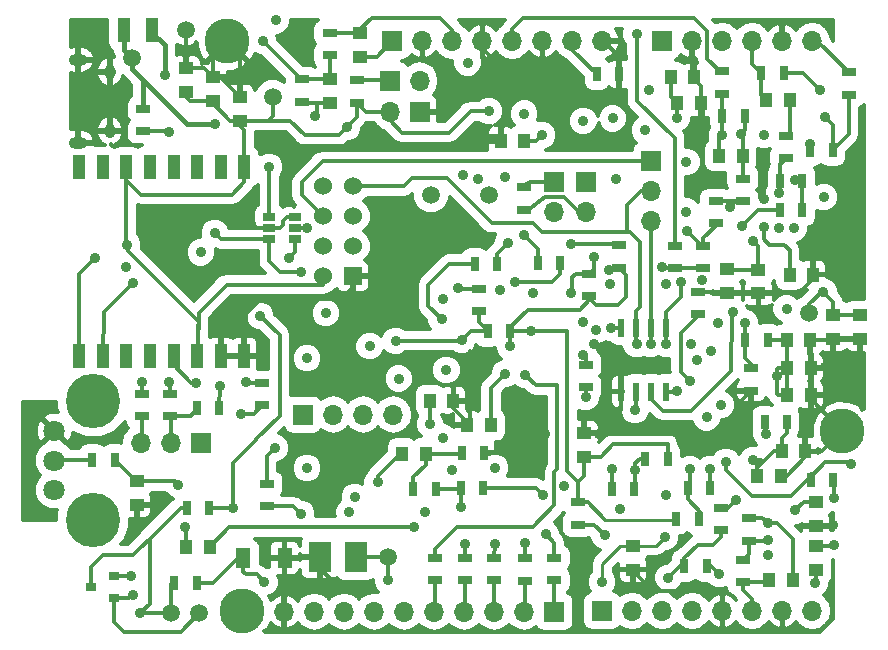
<source format=gbl>
G04 #@! TF.FileFunction,Copper,L4,Bot,Signal*
%FSLAX46Y46*%
G04 Gerber Fmt 4.6, Leading zero omitted, Abs format (unit mm)*
G04 Created by KiCad (PCBNEW 4.0.7-e2-6376~58~ubuntu16.04.1) date Sat Dec 16 23:26:04 2017*
%MOMM*%
%LPD*%
G01*
G04 APERTURE LIST*
%ADD10C,0.100000*%
%ADD11R,1.300000X0.700000*%
%ADD12R,1.700000X1.700000*%
%ADD13O,1.700000X1.700000*%
%ADD14R,1.524000X1.524000*%
%ADD15C,1.524000*%
%ADD16R,1.250000X1.000000*%
%ADD17R,1.000000X1.250000*%
%ADD18R,1.300000X1.700000*%
%ADD19R,1.140000X2.030000*%
%ADD20R,0.700000X1.300000*%
%ADD21C,3.800000*%
%ADD22C,1.500000*%
%ADD23R,1.060000X0.650000*%
%ADD24R,0.600000X1.550000*%
%ADD25R,1.000000X2.000000*%
%ADD26C,1.800000*%
%ADD27C,4.600000*%
%ADD28O,0.950000X1.250000*%
%ADD29O,1.550000X1.000000*%
%ADD30R,0.900000X0.800000*%
%ADD31R,1.950000X2.500000*%
%ADD32C,0.914400*%
%ADD33C,0.304800*%
%ADD34C,0.254000*%
%ADD35C,0.406400*%
%ADD36C,0.351000*%
G04 APERTURE END LIST*
D10*
D11*
X149100000Y-119325000D03*
X149100000Y-117425000D03*
X151625000Y-119325000D03*
X151625000Y-117425000D03*
X170830000Y-113180000D03*
X170830000Y-115080000D03*
D12*
X165824400Y-73651000D03*
D13*
X168364400Y-73651000D03*
X170904400Y-73651000D03*
X173444400Y-73651000D03*
X175984400Y-73651000D03*
X178524400Y-73651000D03*
D11*
X159650000Y-93350000D03*
X159650000Y-95250000D03*
D14*
X139625000Y-93575000D03*
D15*
X137085000Y-93575000D03*
X139625000Y-91035000D03*
X137085000Y-91035000D03*
X139625000Y-88495000D03*
X137085000Y-88495000D03*
X139625000Y-85955000D03*
X137085000Y-85955000D03*
D16*
X125525000Y-77975000D03*
X125525000Y-75975000D03*
X130075000Y-78400000D03*
X130075000Y-80400000D03*
X171325000Y-92950000D03*
X171325000Y-94950000D03*
X127775000Y-78725000D03*
X127775000Y-76725000D03*
D17*
X127500000Y-116500000D03*
X125500000Y-116500000D03*
D16*
X121325000Y-110900000D03*
X121325000Y-112900000D03*
D17*
X148150000Y-104100000D03*
X146150000Y-104100000D03*
D16*
X173975000Y-95000000D03*
X173975000Y-93000000D03*
X159225000Y-106850000D03*
X159225000Y-108850000D03*
D17*
X169075000Y-78875000D03*
X167075000Y-78875000D03*
D16*
X137700000Y-78875000D03*
X137700000Y-76875000D03*
D17*
X178390000Y-101300000D03*
X176390000Y-101300000D03*
D16*
X140225000Y-72975000D03*
X140225000Y-74975000D03*
D17*
X152150000Y-82100000D03*
X154150000Y-82100000D03*
X173850000Y-110500000D03*
X175850000Y-110500000D03*
X178620000Y-93420000D03*
X176620000Y-93420000D03*
X172625000Y-83375000D03*
X170625000Y-83375000D03*
X174875000Y-119325000D03*
X176875000Y-119325000D03*
D16*
X182560000Y-98850000D03*
X182560000Y-96850000D03*
X163350000Y-116400000D03*
X163350000Y-118400000D03*
D17*
X143800000Y-108600000D03*
X145800000Y-108600000D03*
X168550000Y-76725000D03*
X166550000Y-76725000D03*
X177950000Y-108400000D03*
X175950000Y-108400000D03*
D16*
X178850000Y-118400000D03*
X178850000Y-116400000D03*
X180300000Y-98850000D03*
X180300000Y-96850000D03*
X178850000Y-114700000D03*
X178850000Y-112700000D03*
D17*
X178350000Y-98960000D03*
X176350000Y-98960000D03*
X178390000Y-103610000D03*
X176390000Y-103610000D03*
X176650000Y-78650000D03*
X174650000Y-78650000D03*
D18*
X130350000Y-117400000D03*
X133850000Y-117400000D03*
D19*
X122650000Y-72750000D03*
X120250000Y-72750000D03*
D20*
X152950000Y-98200000D03*
X151050000Y-98200000D03*
D21*
X130289800Y-121936400D03*
X129019800Y-73651000D03*
X181089800Y-106671000D03*
D12*
X160769800Y-121911000D03*
D13*
X163309800Y-121911000D03*
X165849800Y-121911000D03*
X168389800Y-121911000D03*
X170929800Y-121911000D03*
X173469800Y-121911000D03*
X176009800Y-121911000D03*
X178549800Y-121911000D03*
D12*
X156700000Y-121975000D03*
D13*
X154160000Y-121975000D03*
X151620000Y-121975000D03*
X149080000Y-121975000D03*
X146540000Y-121975000D03*
X144000000Y-121975000D03*
X141460000Y-121975000D03*
X138920000Y-121975000D03*
X136380000Y-121975000D03*
X133840000Y-121975000D03*
D12*
X142989800Y-73651000D03*
D13*
X145529800Y-73651000D03*
X148069800Y-73651000D03*
X150609800Y-73651000D03*
X153149800Y-73651000D03*
X155689800Y-73651000D03*
X158229800Y-73651000D03*
X160769800Y-73651000D03*
D11*
X154150000Y-86050000D03*
X154150000Y-87950000D03*
X140000000Y-76975000D03*
X140000000Y-78875000D03*
X150300000Y-94625000D03*
X150300000Y-96525000D03*
X132350000Y-113050000D03*
X132350000Y-111150000D03*
D20*
X176400000Y-105900000D03*
X174500000Y-105900000D03*
D11*
X154175000Y-119350000D03*
X154175000Y-117450000D03*
X156700000Y-119325000D03*
X156700000Y-117425000D03*
D20*
X155275000Y-92450000D03*
X157175000Y-92450000D03*
X126400000Y-119550000D03*
X124500000Y-119550000D03*
X151850000Y-92525000D03*
X149950000Y-92525000D03*
X125550000Y-113150000D03*
X127450000Y-113150000D03*
X175800000Y-87950000D03*
X177700000Y-87950000D03*
X150660000Y-111480000D03*
X148760000Y-111480000D03*
X172870000Y-98960000D03*
X174770000Y-98960000D03*
D11*
X173350000Y-101350000D03*
X173350000Y-103250000D03*
D20*
X167000000Y-114100000D03*
X168900000Y-114100000D03*
X168000000Y-111500000D03*
X169900000Y-111500000D03*
D11*
X135325000Y-78800000D03*
X135325000Y-76900000D03*
D20*
X180300000Y-110800000D03*
X178400000Y-110800000D03*
D11*
X169320000Y-92870000D03*
X169320000Y-90970000D03*
X166900000Y-92875000D03*
X166900000Y-90975000D03*
X137700000Y-72975000D03*
X137700000Y-74875000D03*
D20*
X167700000Y-118100000D03*
X169600000Y-118100000D03*
D11*
X168850000Y-96775000D03*
X168850000Y-94875000D03*
X172650000Y-85300000D03*
X172650000Y-87200000D03*
X170375000Y-89100000D03*
X170375000Y-87200000D03*
D20*
X172825000Y-79975000D03*
X170925000Y-79975000D03*
D11*
X162150000Y-90950000D03*
X162150000Y-92850000D03*
D20*
X178350000Y-82875000D03*
X180250000Y-82875000D03*
D11*
X170925000Y-76225000D03*
X170925000Y-78125000D03*
D20*
X166300000Y-109000000D03*
X164400000Y-109000000D03*
D11*
X158725000Y-112700000D03*
X158725000Y-114600000D03*
D20*
X163475000Y-111550000D03*
X161575000Y-111550000D03*
D11*
X181600000Y-76300000D03*
X181600000Y-78200000D03*
D20*
X174225000Y-76375000D03*
X176125000Y-76375000D03*
X148840000Y-108520000D03*
X150740000Y-108520000D03*
D11*
X173150000Y-114050000D03*
X173150000Y-115950000D03*
X172650000Y-117550000D03*
X172650000Y-119450000D03*
D20*
X117575000Y-109125000D03*
X119475000Y-109125000D03*
X144750000Y-111600000D03*
X146650000Y-111600000D03*
X162200000Y-76475000D03*
X160300000Y-76475000D03*
X175800000Y-85475000D03*
X177700000Y-85475000D03*
D11*
X176300000Y-83575000D03*
X176300000Y-81675000D03*
X146550000Y-117400000D03*
X146550000Y-119300000D03*
X159350000Y-102950000D03*
X159350000Y-101050000D03*
X121900000Y-81300000D03*
X121900000Y-79400000D03*
D20*
X126400000Y-104700000D03*
X128300000Y-104700000D03*
D11*
X131950000Y-104500000D03*
X131950000Y-102600000D03*
X124150000Y-103500000D03*
X124150000Y-105400000D03*
X121800000Y-103500000D03*
X121800000Y-105400000D03*
D22*
X120950000Y-75100000D03*
X132850000Y-78400000D03*
D23*
X132550000Y-90450000D03*
X132550000Y-89500000D03*
X132550000Y-88550000D03*
X134750000Y-88550000D03*
X134750000Y-90450000D03*
X134750000Y-89500000D03*
D24*
X166180000Y-103325000D03*
X164910000Y-103325000D03*
X163640000Y-103325000D03*
X162370000Y-103325000D03*
X162370000Y-97925000D03*
X163640000Y-97925000D03*
X164910000Y-97925000D03*
X166180000Y-97925000D03*
D25*
X116450000Y-84300000D03*
X118450000Y-84300000D03*
X120450000Y-84300000D03*
X122450000Y-84300000D03*
X124450000Y-84300000D03*
X126450000Y-84300000D03*
X128450000Y-84300000D03*
X130450000Y-84300000D03*
X130450000Y-100300000D03*
X128450000Y-100300000D03*
X126450000Y-100300000D03*
X124450000Y-100300000D03*
X122450000Y-100300000D03*
X120450000Y-100300000D03*
X118450000Y-100300000D03*
X116450000Y-100300000D03*
D26*
X114364000Y-111671000D03*
X114364000Y-109171000D03*
X114364000Y-106671000D03*
D27*
X117664000Y-114171000D03*
X117664000Y-104171000D03*
D22*
X142600000Y-117350000D03*
X125500000Y-72750000D03*
X124200000Y-122100000D03*
D12*
X164900000Y-83825000D03*
D13*
X164900000Y-86365000D03*
X164900000Y-88905000D03*
D22*
X126650000Y-122100000D03*
X178250000Y-96650000D03*
D12*
X135450000Y-105275000D03*
D13*
X137990000Y-105275000D03*
X140530000Y-105275000D03*
X143070000Y-105275000D03*
D28*
X119050000Y-76250000D03*
X119050000Y-81250000D03*
D29*
X116350000Y-75250000D03*
X116350000Y-82250000D03*
D30*
X119450000Y-118950000D03*
X119450000Y-120850000D03*
X117450000Y-119900000D03*
D12*
X126750000Y-107700000D03*
D13*
X124210000Y-107700000D03*
X121670000Y-107700000D03*
D22*
X146250000Y-86700000D03*
X151130000Y-86700000D03*
D12*
X142750000Y-77000000D03*
D13*
X145290000Y-77000000D03*
D12*
X145300000Y-79650000D03*
D13*
X142760000Y-79650000D03*
D12*
X159350000Y-85600000D03*
D13*
X159350000Y-88140000D03*
D12*
X156700000Y-85600000D03*
D13*
X156700000Y-88140000D03*
D17*
X151330000Y-106150000D03*
X149330000Y-106150000D03*
D31*
X139875000Y-117350000D03*
X136825000Y-117350000D03*
D32*
X133125000Y-95475000D03*
X121400000Y-114850000D03*
X160450000Y-106950000D03*
X155900000Y-106920000D03*
X179620000Y-101270000D03*
X182450000Y-95220000D03*
X149550000Y-81700000D03*
X149650000Y-100875000D03*
X138000000Y-119425000D03*
X180325000Y-114650000D03*
X129525000Y-88000000D03*
X161250000Y-103325000D03*
X160050000Y-99300000D03*
X172050000Y-112500000D03*
X172250000Y-106900000D03*
X174425000Y-87025000D03*
X175700000Y-89450000D03*
X169275000Y-81675000D03*
X174475000Y-84075000D03*
X135050000Y-74300000D03*
X127950000Y-89900000D03*
X135250000Y-93200000D03*
X146150000Y-106100000D03*
X127925000Y-80675000D03*
X145725000Y-113525000D03*
X139800000Y-112250000D03*
X173500000Y-90550000D03*
X160250000Y-98100000D03*
X151150000Y-79600000D03*
X143250000Y-99025000D03*
X148875000Y-98975000D03*
X139150000Y-80925000D03*
X120500000Y-90900000D03*
X134250000Y-92000000D03*
X152920000Y-99500000D03*
X175550000Y-102000000D03*
X179150000Y-77800000D03*
X167422000Y-94058000D03*
X167930000Y-89740000D03*
X161326000Y-93042000D03*
X147150000Y-97200000D03*
X154750000Y-98200000D03*
X168250000Y-99300000D03*
X166175000Y-99300000D03*
X137350000Y-96700000D03*
X154150000Y-79800000D03*
X148950000Y-85000000D03*
X170800000Y-104450000D03*
X173550000Y-109100000D03*
X166152000Y-112092000D03*
X174775000Y-117200000D03*
X135250000Y-113700000D03*
X142600000Y-119325000D03*
X160750000Y-119450000D03*
X121650000Y-122050000D03*
X177100000Y-113400000D03*
X166050000Y-115650000D03*
X159150000Y-97425000D03*
X164900000Y-99325000D03*
X161650000Y-80200000D03*
X152550000Y-85200000D03*
X152800000Y-90725000D03*
X147250000Y-95500000D03*
X169950000Y-99900000D03*
X168750000Y-100700000D03*
X148550000Y-94600000D03*
X130150000Y-105200000D03*
X143525000Y-102225000D03*
X147550000Y-101500000D03*
X163650000Y-99325000D03*
X149100000Y-116225000D03*
X151650000Y-116200000D03*
X154175000Y-116150000D03*
X155950000Y-115400000D03*
X161575000Y-109925000D03*
X162250000Y-113275000D03*
X170650000Y-118800000D03*
X169600000Y-105525000D03*
X160950000Y-115500000D03*
X161950000Y-85300000D03*
X164750000Y-77825000D03*
X154150000Y-90100000D03*
X166350000Y-119100000D03*
X171850000Y-96600000D03*
X171590000Y-87680000D03*
X121750000Y-102550000D03*
X117800000Y-92000000D03*
X124100000Y-102500000D03*
X121050000Y-94100000D03*
X130600000Y-102500000D03*
X128350000Y-102900000D03*
X126750000Y-91550000D03*
X135750000Y-100500000D03*
X135750000Y-89500000D03*
X133025000Y-108100000D03*
X132550000Y-84300000D03*
X152510000Y-101840000D03*
X141050000Y-99500000D03*
X159150000Y-80400000D03*
X150250000Y-85300000D03*
X129450000Y-113200000D03*
X131800000Y-96925000D03*
X121000000Y-120550000D03*
X167075000Y-80150000D03*
X174450000Y-81625000D03*
X174425000Y-89375000D03*
X163650000Y-73050000D03*
X136400000Y-80000000D03*
X133100000Y-71900000D03*
X149350000Y-75500000D03*
X132000000Y-73650000D03*
X176950000Y-89500000D03*
X179500000Y-86875000D03*
X179475000Y-94900000D03*
X164350000Y-81200000D03*
X155650000Y-81600000D03*
X172500000Y-81550000D03*
X170875000Y-81625000D03*
X172840000Y-97540000D03*
X168150000Y-109900000D03*
X169850000Y-109900000D03*
X168184000Y-102440000D03*
X163550000Y-110000000D03*
X135750000Y-109800000D03*
X147250000Y-107225000D03*
X139350000Y-113550000D03*
X148050000Y-109950000D03*
X166175000Y-94225000D03*
X161400000Y-94225000D03*
X167075000Y-103300000D03*
X158125000Y-90800000D03*
X154850000Y-94975000D03*
X178300000Y-82350000D03*
X175750000Y-86550000D03*
X172600000Y-89275000D03*
X160025000Y-91950000D03*
X158125000Y-95025000D03*
X125450000Y-114800000D03*
X174788000Y-115902000D03*
X157516000Y-111330000D03*
X151674000Y-109806000D03*
X124850000Y-111200000D03*
X174750000Y-114500000D03*
X181850000Y-109500000D03*
X148750000Y-113100000D03*
X171232000Y-109298000D03*
X144775000Y-114825000D03*
X165850000Y-92800000D03*
X179600000Y-80125000D03*
X176350000Y-96300000D03*
X169200000Y-93900000D03*
X161500000Y-97925000D03*
X177100000Y-85450000D03*
X152075000Y-94750000D03*
X120450000Y-92800000D03*
X155738000Y-112092000D03*
X180375000Y-116300000D03*
X141725000Y-111000000D03*
X180376000Y-112346000D03*
X178750000Y-119500000D03*
X153350000Y-94050000D03*
X154240000Y-101940000D03*
X163530000Y-104910000D03*
X170530000Y-97540000D03*
X167870000Y-88090000D03*
X167870000Y-83900000D03*
X159150000Y-100200000D03*
X126350000Y-102600000D03*
X159350000Y-103800000D03*
X124100000Y-81350000D03*
X123700000Y-76525000D03*
X174650000Y-106900000D03*
X120850000Y-118950000D03*
X132150000Y-119450000D03*
D33*
X163350000Y-118400000D02*
X163350000Y-118500000D01*
X163350000Y-118500000D02*
X165050000Y-120200000D01*
X165050000Y-120200000D02*
X170550000Y-120200000D01*
X170550000Y-120200000D02*
X170929800Y-120579800D01*
X170929800Y-120579800D02*
X170929800Y-121911000D01*
D34*
X163350000Y-118500000D02*
X165050000Y-120200000D01*
X165050000Y-120200000D02*
X170550000Y-120200000D01*
X170550000Y-120200000D02*
X170929800Y-120579800D01*
X170929800Y-120579800D02*
X170929800Y-121911000D01*
D33*
X132550000Y-89500000D02*
X133450000Y-89500000D01*
X134100000Y-88550000D02*
X134750000Y-88550000D01*
X133750000Y-88900000D02*
X134100000Y-88550000D01*
X133750000Y-89200000D02*
X133750000Y-88900000D01*
X133450000Y-89500000D02*
X133750000Y-89200000D01*
X150609800Y-73651000D02*
X150609800Y-74259800D01*
X150609800Y-74259800D02*
X152850000Y-76500000D01*
X152850000Y-80400000D02*
X152150000Y-81100000D01*
X152850000Y-76500000D02*
X152850000Y-80400000D01*
X148150000Y-104100000D02*
X148150000Y-104700000D01*
X148150000Y-104700000D02*
X149500000Y-106050000D01*
X149550000Y-99870000D02*
X149550000Y-106000000D01*
X149550000Y-106000000D02*
X149500000Y-106050000D01*
X125525000Y-75975000D02*
X125525000Y-72775000D01*
X125525000Y-72775000D02*
X125500000Y-72750000D01*
X149550000Y-81700000D02*
X151950000Y-81700000D01*
X151950000Y-81700000D02*
X152150000Y-81900000D01*
X129525000Y-88000000D02*
X129525000Y-88975000D01*
X130050000Y-89500000D02*
X132550000Y-89500000D01*
X129525000Y-88975000D02*
X130050000Y-89500000D01*
X178850000Y-114700000D02*
X180275000Y-114700000D01*
X180275000Y-114700000D02*
X180325000Y-114650000D01*
X175850000Y-110500000D02*
X176350000Y-110500000D01*
X177950000Y-108900000D02*
X177950000Y-108400000D01*
X176350000Y-110500000D02*
X177950000Y-108900000D01*
X170830000Y-113180000D02*
X171370000Y-113180000D01*
X171370000Y-113180000D02*
X172050000Y-112500000D01*
X177950000Y-108400000D02*
X179360800Y-108400000D01*
X179360800Y-108400000D02*
X181089800Y-106671000D01*
X173350000Y-103250000D02*
X173350000Y-103300000D01*
X173350000Y-103300000D02*
X172250000Y-104400000D01*
X172250000Y-104400000D02*
X172250000Y-106900000D01*
X152150000Y-81900000D02*
X152150000Y-81100000D01*
X121325000Y-114775000D02*
X121325000Y-112900000D01*
X121400000Y-114850000D02*
X121325000Y-114775000D01*
X173975000Y-95000000D02*
X177440000Y-95000000D01*
X177440000Y-95000000D02*
X178620000Y-93820000D01*
X178620000Y-93820000D02*
X178620000Y-93420000D01*
X168850000Y-94875000D02*
X171250000Y-94875000D01*
X171250000Y-94875000D02*
X171325000Y-94950000D01*
X173975000Y-95000000D02*
X171375000Y-95000000D01*
X171375000Y-95000000D02*
X171325000Y-94950000D01*
X150740000Y-108520000D02*
X154300000Y-108520000D01*
X155900000Y-106920000D02*
X154300000Y-108520000D01*
X177950000Y-108400000D02*
X178440800Y-108400000D01*
X178390000Y-103610000D02*
X178390000Y-103971200D01*
X178390000Y-103971200D02*
X181089800Y-106671000D01*
X178390000Y-101300000D02*
X178390000Y-103610000D01*
X178620000Y-93420000D02*
X180650000Y-93420000D01*
X180650000Y-93420000D02*
X182450000Y-95220000D01*
X179590000Y-101300000D02*
X178390000Y-101300000D01*
X179620000Y-101270000D02*
X179590000Y-101300000D01*
X178350000Y-98960000D02*
X180190000Y-98960000D01*
X180190000Y-98960000D02*
X180300000Y-98850000D01*
X180300000Y-98850000D02*
X182560000Y-98850000D01*
X178350000Y-98960000D02*
X178350000Y-101260000D01*
X178350000Y-101260000D02*
X178390000Y-101300000D01*
X149550000Y-99870000D02*
X149625000Y-100900000D01*
X149625000Y-100900000D02*
X149650000Y-100875000D01*
X148200000Y-104150000D02*
X148150000Y-104100000D01*
X136975000Y-118400000D02*
X136975000Y-117350000D01*
X138000000Y-119425000D02*
X136975000Y-118400000D01*
X133850000Y-117400000D02*
X136925000Y-117400000D01*
X136925000Y-117400000D02*
X136975000Y-117350000D01*
X133850000Y-117400000D02*
X133850000Y-121965000D01*
X133850000Y-121965000D02*
X133840000Y-121975000D01*
X160769800Y-73651000D02*
X160876000Y-73651000D01*
X160876000Y-73651000D02*
X162200000Y-74975000D01*
X162200000Y-74975000D02*
X162200000Y-76475000D01*
X172250000Y-106900000D02*
X160450000Y-106950000D01*
X160450000Y-106950000D02*
X159325000Y-106950000D01*
X159325000Y-106950000D02*
X159225000Y-106850000D01*
X159225000Y-106850000D02*
X160375000Y-106850000D01*
X162370000Y-104855000D02*
X162370000Y-103325000D01*
X160375000Y-106850000D02*
X162370000Y-104855000D01*
X168364400Y-73651000D02*
X168364400Y-76714400D01*
X169075000Y-77425000D02*
X169075000Y-78875000D01*
X168364400Y-76714400D02*
X169075000Y-77425000D01*
X169275000Y-81675000D02*
X169275000Y-79075000D01*
X169275000Y-79075000D02*
X169075000Y-78875000D01*
X133125000Y-95475000D02*
X133125000Y-95500000D01*
X133125000Y-95500000D02*
X133125000Y-95475000D01*
X133125000Y-95475000D02*
X133125000Y-95500000D01*
X127775000Y-76725000D02*
X127775000Y-74895800D01*
X127775000Y-74895800D02*
X129019800Y-73651000D01*
X127775000Y-76725000D02*
X128400000Y-76725000D01*
X128400000Y-76725000D02*
X130075000Y-78400000D01*
X125525000Y-75975000D02*
X127025000Y-75975000D01*
X127025000Y-75975000D02*
X127775000Y-76725000D01*
X130075000Y-78400000D02*
X130075000Y-74706200D01*
X130075000Y-74706200D02*
X129019800Y-73651000D01*
X130450000Y-100300000D02*
X130575000Y-96800000D01*
X139625000Y-94525000D02*
X139625000Y-93575000D01*
X138650000Y-95500000D02*
X139625000Y-94525000D01*
X131875000Y-95500000D02*
X133125000Y-95500000D01*
X133125000Y-95500000D02*
X138650000Y-95500000D01*
X130575000Y-96800000D02*
X131875000Y-95500000D01*
X128450000Y-100300000D02*
X130450000Y-100300000D01*
X161250000Y-103325000D02*
X162370000Y-103325000D01*
D35*
X121900000Y-79400000D02*
X121900000Y-76950000D01*
X120950000Y-75100000D02*
X120950000Y-76000000D01*
X120950000Y-76000000D02*
X125625000Y-80675000D01*
X125625000Y-80675000D02*
X127925000Y-80675000D01*
X120950000Y-75100000D02*
X120250000Y-74400000D01*
X120250000Y-74400000D02*
X120250000Y-72750000D01*
D33*
X121950000Y-76950000D02*
X121950000Y-77000000D01*
X121900000Y-76950000D02*
X121950000Y-76950000D01*
X125625000Y-80675000D02*
X127925000Y-80675000D01*
X120950000Y-76000000D02*
X121950000Y-77000000D01*
X121950000Y-77000000D02*
X125625000Y-80675000D01*
X120250000Y-72750000D02*
X120250000Y-74400000D01*
X128500000Y-90450000D02*
X127950000Y-89900000D01*
X132550000Y-90450000D02*
X128500000Y-90450000D01*
X132550000Y-90450000D02*
X132550000Y-92300000D01*
X133450000Y-93200000D02*
X135250000Y-93200000D01*
X132550000Y-92300000D02*
X133450000Y-93200000D01*
X146150000Y-104100000D02*
X146150000Y-104450000D01*
X146150000Y-104450000D02*
X146150000Y-106100000D01*
X120950000Y-75100000D02*
X120375000Y-75075000D01*
X121350000Y-74700000D02*
X120950000Y-75100000D01*
X173975000Y-91025000D02*
X173500000Y-90550000D01*
X173975000Y-93000000D02*
X173975000Y-91025000D01*
X130075000Y-80400000D02*
X132450000Y-80400000D01*
X132850000Y-80000000D02*
X132850000Y-78400000D01*
X132450000Y-80400000D02*
X132850000Y-80000000D01*
X130075000Y-80400000D02*
X134350000Y-80400000D01*
X138475000Y-81600000D02*
X139150000Y-80925000D01*
X135550000Y-81600000D02*
X138475000Y-81600000D01*
X134350000Y-80400000D02*
X135550000Y-81600000D01*
X130075000Y-80400000D02*
X130075000Y-80825000D01*
X130075000Y-80825000D02*
X130450000Y-81200000D01*
X130450000Y-81200000D02*
X130450000Y-84300000D01*
X142760000Y-79650000D02*
X142760000Y-80360000D01*
X142760000Y-80360000D02*
X143800000Y-81400000D01*
X149600000Y-79600000D02*
X151150000Y-79600000D01*
X147800000Y-81400000D02*
X149600000Y-79600000D01*
X143800000Y-81400000D02*
X147800000Y-81400000D01*
X142760000Y-79650000D02*
X140775000Y-79650000D01*
X140775000Y-79650000D02*
X140000000Y-78875000D01*
X120450000Y-84300000D02*
X120450000Y-85400000D01*
X130450000Y-85600000D02*
X130450000Y-84300000D01*
X129400000Y-86650000D02*
X130450000Y-85600000D01*
X121700000Y-86650000D02*
X129400000Y-86650000D01*
X120450000Y-85400000D02*
X121700000Y-86650000D01*
X148825000Y-99025000D02*
X143250000Y-99025000D01*
X148875000Y-98975000D02*
X148825000Y-99025000D01*
X173975000Y-93000000D02*
X171375000Y-93000000D01*
X171375000Y-93000000D02*
X171325000Y-92950000D01*
X140000000Y-78875000D02*
X140000000Y-80075000D01*
X140000000Y-80075000D02*
X139150000Y-80925000D01*
X150300000Y-96525000D02*
X150300000Y-97450000D01*
X150300000Y-97450000D02*
X151050000Y-98200000D01*
X151050000Y-98200000D02*
X149650000Y-98200000D01*
X149650000Y-98200000D02*
X148875000Y-98975000D01*
X126450000Y-100300000D02*
X126575000Y-97425000D01*
X120600000Y-91450000D02*
X120500000Y-90900000D01*
X126575000Y-97425000D02*
X120600000Y-91450000D01*
X130450000Y-84300000D02*
X130450000Y-85200000D01*
X120450000Y-85300000D02*
X120450000Y-84300000D01*
X127775000Y-78725000D02*
X127775000Y-78900000D01*
X127775000Y-78900000D02*
X129275000Y-80400000D01*
X129275000Y-80400000D02*
X130075000Y-80400000D01*
X125525000Y-77975000D02*
X125525000Y-78375000D01*
X125525000Y-78375000D02*
X125875000Y-78725000D01*
X125875000Y-78725000D02*
X127775000Y-78725000D01*
X126450000Y-100300000D02*
X126575000Y-96650000D01*
X128950000Y-94275000D02*
X137085000Y-94275000D01*
X126575000Y-96650000D02*
X128950000Y-94275000D01*
X130450000Y-84300000D02*
X130450000Y-83400000D01*
X120450000Y-90850000D02*
X120425000Y-85275000D01*
X120500000Y-90900000D02*
X120450000Y-90850000D01*
X154150000Y-86050000D02*
X154150000Y-85850000D01*
X154150000Y-85850000D02*
X154710000Y-85600000D01*
X154710000Y-85600000D02*
X156610000Y-85600000D01*
X134750000Y-91500000D02*
X134750000Y-90450000D01*
X134250000Y-92000000D02*
X134750000Y-91500000D01*
X159650000Y-95250000D02*
X159650000Y-95400000D01*
X159650000Y-95400000D02*
X160250000Y-96000000D01*
X162750000Y-93450000D02*
X162150000Y-92850000D01*
X162750000Y-95300000D02*
X162750000Y-93450000D01*
X162050000Y-96000000D02*
X162750000Y-95300000D01*
X160250000Y-96000000D02*
X162050000Y-96000000D01*
X152950000Y-98200000D02*
X152950000Y-97900000D01*
X152950000Y-97900000D02*
X154450000Y-96400000D01*
X158825000Y-96400000D02*
X159650000Y-95575000D01*
X154450000Y-96400000D02*
X158825000Y-96400000D01*
X159650000Y-95575000D02*
X159650000Y-95250000D01*
X152950000Y-99470000D02*
X152950000Y-98200000D01*
X152920000Y-99500000D02*
X152950000Y-99470000D01*
D34*
X167000000Y-114100000D02*
X166775000Y-114100000D01*
X166775000Y-114100000D02*
X166850000Y-114200000D01*
X166850000Y-114200000D02*
X161025000Y-114200000D01*
X161025000Y-114200000D02*
X159525000Y-112700000D01*
X159525000Y-112700000D02*
X158725000Y-112700000D01*
X166825000Y-113925000D02*
X167000000Y-114100000D01*
D33*
X175550000Y-102000000D02*
X175550000Y-101400000D01*
X175650000Y-101300000D02*
X176390000Y-101300000D01*
X175550000Y-101400000D02*
X175650000Y-101300000D01*
X176390000Y-103610000D02*
X175660000Y-103610000D01*
X175550000Y-103500000D02*
X175550000Y-102000000D01*
X175660000Y-103610000D02*
X175550000Y-103500000D01*
X176390000Y-104060000D02*
X176390000Y-103610000D01*
X166300000Y-107800000D02*
X165950000Y-107800000D01*
X166300000Y-109000000D02*
X166300000Y-107800000D01*
X176125000Y-76375000D02*
X177725000Y-76375000D01*
X177725000Y-76375000D02*
X179150000Y-77800000D01*
X166180000Y-97925000D02*
X166180000Y-96570000D01*
X166180000Y-96570000D02*
X167422000Y-95328000D01*
X167422000Y-95328000D02*
X167422000Y-94058000D01*
X169320000Y-90970000D02*
X169160000Y-90970000D01*
X169160000Y-90970000D02*
X167930000Y-89740000D01*
X161326000Y-93042000D02*
X162150000Y-93018000D01*
X162150000Y-93018000D02*
X162150000Y-92850000D01*
X170375000Y-89100000D02*
X170375000Y-89275000D01*
X170375000Y-89275000D02*
X169320000Y-90330000D01*
X169320000Y-90330000D02*
X169320000Y-90970000D01*
X159225000Y-108850000D02*
X160630000Y-108850000D01*
X161680000Y-107800000D02*
X165950000Y-107800000D01*
X160630000Y-108850000D02*
X161680000Y-107800000D01*
X176390000Y-101300000D02*
X176390000Y-103610000D01*
X176350000Y-98960000D02*
X176350000Y-101260000D01*
X176350000Y-101260000D02*
X176390000Y-101300000D01*
X174770000Y-98960000D02*
X176350000Y-98960000D01*
X149950000Y-92525000D02*
X147800000Y-92525000D01*
X146025000Y-96050000D02*
X147150000Y-97200000D01*
X146025000Y-94300000D02*
X146025000Y-96050000D01*
X147800000Y-92525000D02*
X146025000Y-94300000D01*
X158725000Y-112700000D02*
X159525000Y-112700000D01*
X159525000Y-112700000D02*
X161025000Y-114200000D01*
X162150000Y-92850000D02*
X162500000Y-92850000D01*
X159225000Y-108850000D02*
X159225000Y-110475000D01*
X159225000Y-110475000D02*
X158725000Y-110975000D01*
X154750000Y-98200000D02*
X157750000Y-98200000D01*
X158725000Y-110975000D02*
X158725000Y-112700000D01*
X157800000Y-110050000D02*
X158725000Y-110975000D01*
X157800000Y-98250000D02*
X157800000Y-110050000D01*
X157750000Y-98200000D02*
X157800000Y-98250000D01*
X153725000Y-98200000D02*
X154750000Y-98200000D01*
X153725000Y-98200000D02*
X152950000Y-98200000D01*
X166180000Y-99295000D02*
X166180000Y-97925000D01*
X166175000Y-99300000D02*
X166180000Y-99295000D01*
X176400000Y-105900000D02*
X176400000Y-106850000D01*
X175950000Y-107300000D02*
X175950000Y-108400000D01*
X176400000Y-106850000D02*
X175950000Y-107300000D01*
X175950000Y-108100000D02*
X175950000Y-108400000D01*
X173850000Y-110500000D02*
X173850000Y-109800000D01*
X175250000Y-108400000D02*
X175950000Y-108400000D01*
X173850000Y-109800000D02*
X175250000Y-108400000D01*
X134600000Y-113050000D02*
X135250000Y-113700000D01*
X132350000Y-113050000D02*
X134600000Y-113050000D01*
X173550000Y-109100000D02*
X174150000Y-109100000D01*
X173850000Y-109400000D02*
X173850000Y-110500000D01*
X174150000Y-109100000D02*
X173850000Y-109400000D01*
X173850000Y-110500000D02*
X173594000Y-110500000D01*
X142600000Y-119325000D02*
X142600000Y-117350000D01*
X139725000Y-117350000D02*
X142600000Y-117350000D01*
D34*
X160750000Y-119450000D02*
X160750000Y-117900000D01*
X162250000Y-116400000D02*
X163350000Y-116400000D01*
X160750000Y-117900000D02*
X162250000Y-116400000D01*
X163350000Y-116400000D02*
X165300000Y-116400000D01*
X165300000Y-116400000D02*
X166050000Y-115650000D01*
D33*
X122425000Y-115775000D02*
X122425000Y-121275000D01*
X122425000Y-121275000D02*
X121650000Y-122050000D01*
X117450000Y-119900000D02*
X117450000Y-118200000D01*
X121000000Y-117200000D02*
X121650000Y-116550000D01*
X118450000Y-117200000D02*
X121000000Y-117200000D01*
X117450000Y-118200000D02*
X118450000Y-117200000D01*
X178850000Y-112700000D02*
X177800000Y-112700000D01*
X177800000Y-112700000D02*
X177100000Y-113400000D01*
X125550000Y-113150000D02*
X125050000Y-113150000D01*
X125050000Y-113150000D02*
X122425000Y-115775000D01*
X122425000Y-115775000D02*
X121650000Y-116550000D01*
X121700000Y-122100000D02*
X124200000Y-122100000D01*
X121650000Y-122050000D02*
X121700000Y-122100000D01*
X124200000Y-122100000D02*
X124200000Y-119600000D01*
X124475000Y-119325000D02*
X124500000Y-119550000D01*
X124200000Y-119600000D02*
X124475000Y-119325000D01*
X124400000Y-119450000D02*
X124500000Y-119550000D01*
X159150000Y-88140000D02*
X158780000Y-88140000D01*
X158780000Y-88140000D02*
X157520000Y-86880000D01*
X155880000Y-86880000D02*
X154500000Y-87950000D01*
X157520000Y-86880000D02*
X155880000Y-86880000D01*
X154500000Y-87950000D02*
X154150000Y-87950000D01*
X164900000Y-88905000D02*
X164900000Y-97915000D01*
X164900000Y-97915000D02*
X164910000Y-97925000D01*
X164910000Y-99315000D02*
X164910000Y-97925000D01*
X164900000Y-99325000D02*
X164910000Y-99315000D01*
X151850000Y-92525000D02*
X151850000Y-91675000D01*
X151850000Y-91675000D02*
X152800000Y-90725000D01*
X140000000Y-76975000D02*
X142725000Y-76975000D01*
X142725000Y-76975000D02*
X142750000Y-77000000D01*
X150300000Y-94625000D02*
X149000000Y-94625000D01*
X149000000Y-94625000D02*
X148550000Y-94600000D01*
X130150000Y-105200000D02*
X131250000Y-105200000D01*
X131250000Y-105200000D02*
X131950000Y-104500000D01*
X121800000Y-105400000D02*
X121800000Y-107450000D01*
X121800000Y-107450000D02*
X121650000Y-107600000D01*
X121600000Y-107550000D02*
X121650000Y-107600000D01*
X124210000Y-107700000D02*
X124210000Y-105460000D01*
X124210000Y-105460000D02*
X124150000Y-105400000D01*
X124200000Y-107590000D02*
X124190000Y-107600000D01*
X124150000Y-105400000D02*
X125950000Y-105400000D01*
X125950000Y-105400000D02*
X126400000Y-104700000D01*
X124150000Y-105400000D02*
X124150000Y-105675000D01*
X124150000Y-105675000D02*
X124775000Y-105400000D01*
X162850000Y-89825000D02*
X163075000Y-89825000D01*
X163640000Y-96510000D02*
X163640000Y-97925000D01*
X163950000Y-96200000D02*
X163640000Y-96510000D01*
X163950000Y-90700000D02*
X163950000Y-96200000D01*
X163075000Y-89825000D02*
X163950000Y-90700000D01*
X155650000Y-89850000D02*
X155650000Y-89800000D01*
X154900000Y-89050000D02*
X155650000Y-89800000D01*
X155675000Y-89825000D02*
X155650000Y-89850000D01*
X162825000Y-89825000D02*
X162850000Y-89825000D01*
X162850000Y-89825000D02*
X162850000Y-89825000D01*
X162850000Y-89825000D02*
X155675000Y-89825000D01*
X139625000Y-85955000D02*
X143945000Y-85955000D01*
X143945000Y-85955000D02*
X144625000Y-85275000D01*
X144625000Y-85275000D02*
X147600000Y-85275000D01*
X147600000Y-85275000D02*
X151375000Y-89050000D01*
X151375000Y-89050000D02*
X154900000Y-89050000D01*
X164035000Y-86365000D02*
X164900000Y-86365000D01*
X162825000Y-87575000D02*
X164035000Y-86365000D01*
X162825000Y-89825000D02*
X162825000Y-87575000D01*
X163640000Y-97925000D02*
X163640000Y-99315000D01*
X163640000Y-99315000D02*
X163650000Y-99325000D01*
X149100000Y-116225000D02*
X149100000Y-117425000D01*
X151625000Y-117425000D02*
X151650000Y-116200000D01*
X154175000Y-116150000D02*
X154175000Y-117450000D01*
X156700000Y-117425000D02*
X156700000Y-116150000D01*
X156700000Y-116150000D02*
X155950000Y-115400000D01*
X164900000Y-83825000D02*
X137075000Y-83825000D01*
X135310000Y-86720000D02*
X137085000Y-88495000D01*
X135310000Y-85590000D02*
X135310000Y-86720000D01*
X137075000Y-83825000D02*
X135310000Y-85590000D01*
X161575000Y-111550000D02*
X161575000Y-109925000D01*
X169600000Y-118100000D02*
X169950000Y-118100000D01*
X169950000Y-118100000D02*
X170650000Y-118800000D01*
X160050000Y-114600000D02*
X158725000Y-114600000D01*
X160950000Y-115500000D02*
X160050000Y-114600000D01*
X155275000Y-92450000D02*
X155275000Y-91225000D01*
X155275000Y-91225000D02*
X154150000Y-90100000D01*
X167700000Y-118100000D02*
X167700000Y-117450000D01*
X167700000Y-117450000D02*
X168850000Y-116300000D01*
X170830000Y-115620000D02*
X170830000Y-115080000D01*
X170150000Y-116300000D02*
X170830000Y-115620000D01*
X168850000Y-116300000D02*
X170150000Y-116300000D01*
X166350000Y-119100000D02*
X167350000Y-118100000D01*
X167350000Y-118100000D02*
X167700000Y-118100000D01*
X164910000Y-103325000D02*
X164910000Y-103990000D01*
X164910000Y-103990000D02*
X165870000Y-104950000D01*
X165870000Y-104950000D02*
X168250000Y-104950000D01*
X168250000Y-104950000D02*
X171640000Y-101560000D01*
X171640000Y-101560000D02*
X171700000Y-96750000D01*
X171700000Y-96750000D02*
X171850000Y-96600000D01*
X171590000Y-87680000D02*
X172070000Y-87200000D01*
X172070000Y-87200000D02*
X172650000Y-87200000D01*
X170375000Y-87200000D02*
X172650000Y-87200000D01*
X116450000Y-100300000D02*
X116450000Y-93350000D01*
X121800000Y-102600000D02*
X121800000Y-103500000D01*
X121750000Y-102550000D02*
X121800000Y-102600000D01*
X116450000Y-93350000D02*
X117800000Y-92000000D01*
X116450000Y-100300000D02*
X116475000Y-100800000D01*
X124150000Y-103500000D02*
X124150000Y-102550000D01*
X124150000Y-102550000D02*
X124100000Y-102500000D01*
X118575000Y-96575000D02*
X121050000Y-94100000D01*
X118450000Y-100300000D02*
X118575000Y-96575000D01*
X130700000Y-102600000D02*
X131950000Y-102600000D01*
X130600000Y-102500000D02*
X130700000Y-102600000D01*
X131825000Y-102600000D02*
X131950000Y-102600000D01*
X128300000Y-104700000D02*
X128350000Y-102900000D01*
X128300000Y-104700000D02*
X128300000Y-104050000D01*
X128300000Y-104700000D02*
X128300000Y-104650000D01*
X134750000Y-89500000D02*
X135750000Y-89500000D01*
X132350000Y-111150000D02*
X132350000Y-108775000D01*
X132350000Y-108775000D02*
X133025000Y-108100000D01*
X132550000Y-88550000D02*
X132550000Y-84300000D01*
X151330000Y-106150000D02*
X151330000Y-103020000D01*
X151330000Y-103020000D02*
X152510000Y-101840000D01*
X131475000Y-107400000D02*
X131450000Y-107400000D01*
X129450000Y-109400000D02*
X129450000Y-113200000D01*
X131450000Y-107400000D02*
X129450000Y-109400000D01*
X131475000Y-107400000D02*
X131475000Y-107375000D01*
X131475000Y-107375000D02*
X133425000Y-105425000D01*
X127450000Y-113150000D02*
X129400000Y-113150000D01*
X129400000Y-113150000D02*
X129450000Y-113200000D01*
X133425000Y-98550000D02*
X133425000Y-105425000D01*
X131800000Y-96925000D02*
X133425000Y-98550000D01*
X119450000Y-120850000D02*
X120700000Y-120850000D01*
X120700000Y-120850000D02*
X121000000Y-120550000D01*
X119450000Y-120850000D02*
X119450000Y-122800000D01*
X125100000Y-123650000D02*
X126650000Y-122100000D01*
X120300000Y-123650000D02*
X125100000Y-123650000D01*
X119450000Y-122800000D02*
X120300000Y-123650000D01*
X176620000Y-93420000D02*
X176620000Y-91330000D01*
X176620000Y-91330000D02*
X176180000Y-90890000D01*
X176180000Y-90890000D02*
X174900000Y-90890000D01*
X174900000Y-90890000D02*
X174425000Y-90415000D01*
X174425000Y-90415000D02*
X174425000Y-89375000D01*
X166550000Y-76725000D02*
X166550000Y-78350000D01*
X166550000Y-78350000D02*
X167075000Y-78875000D01*
X167075000Y-78875000D02*
X167075000Y-80150000D01*
X166900000Y-90975000D02*
X166900000Y-81900000D01*
X163650000Y-74750000D02*
X163650000Y-73050000D01*
X163700000Y-74800000D02*
X163650000Y-74750000D01*
X163700000Y-78700000D02*
X163700000Y-74800000D01*
X166900000Y-81900000D02*
X163700000Y-78700000D01*
X136600000Y-79800000D02*
X136600000Y-78875000D01*
X136400000Y-80000000D02*
X136600000Y-79800000D01*
X137700000Y-78875000D02*
X136600000Y-78875000D01*
X136600000Y-78875000D02*
X135400000Y-78875000D01*
X135400000Y-78875000D02*
X135325000Y-78800000D01*
X135325000Y-76900000D02*
X135250000Y-76900000D01*
X135250000Y-76900000D02*
X132000000Y-73650000D01*
X137700000Y-74875000D02*
X137700000Y-76875000D01*
X135325000Y-76900000D02*
X137675000Y-76900000D01*
X137675000Y-76900000D02*
X137700000Y-76875000D01*
X179450000Y-94875000D02*
X179325000Y-94875000D01*
X179325000Y-94875000D02*
X178250000Y-95950000D01*
X178250000Y-95950000D02*
X178250000Y-96650000D01*
X154150000Y-82100000D02*
X155150000Y-82100000D01*
X180300000Y-96850000D02*
X180300000Y-95725000D01*
X180300000Y-95725000D02*
X179450000Y-94875000D01*
X179450000Y-94875000D02*
X179475000Y-94900000D01*
X180300000Y-96850000D02*
X182560000Y-96850000D01*
X155150000Y-82100000D02*
X155650000Y-81600000D01*
X172625000Y-83375000D02*
X172625000Y-85275000D01*
X172625000Y-85275000D02*
X172650000Y-85300000D01*
X172625000Y-83375000D02*
X172625000Y-81675000D01*
X172625000Y-81675000D02*
X172500000Y-81550000D01*
X172500000Y-81550000D02*
X172825000Y-81225000D01*
X172825000Y-81225000D02*
X172825000Y-79975000D01*
X170625000Y-83375000D02*
X170625000Y-81875000D01*
X170625000Y-81875000D02*
X170875000Y-81625000D01*
X170925000Y-79975000D02*
X170925000Y-81575000D01*
X170925000Y-81575000D02*
X170875000Y-81625000D01*
X170925000Y-79975000D02*
X170925000Y-78125000D01*
X173350000Y-101350000D02*
X173350000Y-101000000D01*
X173350000Y-101000000D02*
X172870000Y-100520000D01*
X172870000Y-100520000D02*
X172870000Y-98960000D01*
X173350000Y-101350000D02*
X172940000Y-101350000D01*
X172870000Y-97570000D02*
X172870000Y-98960000D01*
X172840000Y-97540000D02*
X172870000Y-97570000D01*
X168900000Y-114100000D02*
X169125000Y-113575000D01*
X168000000Y-112450000D02*
X168000000Y-111500000D01*
X169125000Y-113575000D02*
X168000000Y-112450000D01*
X168150000Y-109900000D02*
X168150000Y-111350000D01*
X168150000Y-111350000D02*
X168000000Y-111500000D01*
X169850000Y-109900000D02*
X169850000Y-111450000D01*
X169850000Y-111450000D02*
X169900000Y-111500000D01*
X169850000Y-111450000D02*
X169900000Y-111500000D01*
X168850000Y-96775000D02*
X168850000Y-96948000D01*
X168850000Y-96948000D02*
X167422000Y-98376000D01*
X167422000Y-98376000D02*
X167422000Y-101678000D01*
X167422000Y-101678000D02*
X168184000Y-102440000D01*
X163550000Y-110000000D02*
X163550000Y-111475000D01*
X163550000Y-111475000D02*
X163475000Y-111550000D01*
X164400000Y-109000000D02*
X163950000Y-109000000D01*
X163950000Y-109000000D02*
X163550000Y-109400000D01*
X163550000Y-109400000D02*
X163550000Y-110000000D01*
X167050000Y-103325000D02*
X166180000Y-103325000D01*
X167075000Y-103300000D02*
X167050000Y-103325000D01*
X158125000Y-90800000D02*
X162000000Y-90800000D01*
X162000000Y-90800000D02*
X162150000Y-90950000D01*
X178300000Y-82350000D02*
X178350000Y-82400000D01*
X178350000Y-82400000D02*
X178350000Y-82875000D01*
X175800000Y-86500000D02*
X175800000Y-85475000D01*
X175750000Y-86550000D02*
X175800000Y-86500000D01*
X176300000Y-83575000D02*
X176300000Y-83600000D01*
X176300000Y-83600000D02*
X175800000Y-84100000D01*
X175800000Y-84100000D02*
X175800000Y-85475000D01*
X174225000Y-76375000D02*
X174225000Y-78225000D01*
X174225000Y-78225000D02*
X174650000Y-78650000D01*
X173444400Y-73651000D02*
X173444400Y-75594400D01*
X173444400Y-75594400D02*
X174225000Y-76375000D01*
X158225000Y-95000000D02*
X158225000Y-93625000D01*
X158500000Y-93350000D02*
X159650000Y-93350000D01*
X158225000Y-93625000D02*
X158500000Y-93350000D01*
X160025000Y-91950000D02*
X160025000Y-92975000D01*
X173925000Y-87950000D02*
X172600000Y-89275000D01*
X175800000Y-87950000D02*
X173925000Y-87950000D01*
X160025000Y-92975000D02*
X159650000Y-93350000D01*
X158225000Y-94925000D02*
X158225000Y-95000000D01*
X158125000Y-95025000D02*
X158225000Y-94925000D01*
X125500000Y-116500000D02*
X125500000Y-114850000D01*
X125500000Y-114850000D02*
X125450000Y-114800000D01*
X173150000Y-115950000D02*
X174740000Y-115950000D01*
X174740000Y-115950000D02*
X174788000Y-115902000D01*
X173150000Y-115950000D02*
X173150000Y-117050000D01*
X173150000Y-117050000D02*
X172650000Y-117550000D01*
X124550000Y-110900000D02*
X124850000Y-111200000D01*
X121325000Y-110900000D02*
X124550000Y-110900000D01*
X121325000Y-110900000D02*
X121250000Y-110900000D01*
X121250000Y-110900000D02*
X119475000Y-109125000D01*
X173150000Y-114050000D02*
X174300000Y-114050000D01*
X174300000Y-114050000D02*
X174750000Y-114500000D01*
X174750000Y-114500000D02*
X175550000Y-114500000D01*
X175550000Y-114500000D02*
X176875000Y-115825000D01*
X176875000Y-115825000D02*
X176875000Y-119325000D01*
X178400000Y-110800000D02*
X178400000Y-110550000D01*
X178400000Y-110550000D02*
X179650000Y-109300000D01*
X181650000Y-109300000D02*
X181850000Y-109500000D01*
X179650000Y-109300000D02*
X181650000Y-109300000D01*
X178400000Y-110800000D02*
X178400000Y-110350000D01*
X171232000Y-109298000D02*
X171232000Y-109982000D01*
X173412000Y-112162000D02*
X176750000Y-112162000D01*
X171232000Y-109982000D02*
X173412000Y-112162000D01*
X178400000Y-110800000D02*
X178344000Y-110568000D01*
X148760000Y-112212000D02*
X148760000Y-111480000D01*
X148750000Y-113100000D02*
X148760000Y-112212000D01*
X178344000Y-110568000D02*
X176750000Y-112162000D01*
X178400000Y-110800000D02*
X178400000Y-110480000D01*
X146650000Y-111600000D02*
X148640000Y-111600000D01*
X148640000Y-111600000D02*
X148760000Y-111480000D01*
X127500000Y-116500000D02*
X127500000Y-116450000D01*
X127500000Y-116450000D02*
X129125000Y-114825000D01*
X129125000Y-114825000D02*
X144775000Y-114825000D01*
X137700000Y-72975000D02*
X140225000Y-72975000D01*
X140225000Y-72975000D02*
X140225000Y-72675000D01*
X140225000Y-72675000D02*
X141225000Y-71675000D01*
X141225000Y-71675000D02*
X147000000Y-71675000D01*
X147000000Y-71675000D02*
X148069800Y-72744800D01*
X148069800Y-72744800D02*
X148069800Y-73651000D01*
X140225000Y-74975000D02*
X141665800Y-74975000D01*
X141665800Y-74975000D02*
X142989800Y-73651000D01*
X170925000Y-76225000D02*
X170725000Y-76225000D01*
X170725000Y-76225000D02*
X169650000Y-75150000D01*
X169650000Y-75150000D02*
X169650000Y-72800000D01*
X169650000Y-72800000D02*
X168525000Y-71675000D01*
X168525000Y-71675000D02*
X154075000Y-71675000D01*
X154075000Y-71675000D02*
X153149800Y-72600200D01*
X153149800Y-72600200D02*
X153149800Y-73651000D01*
X158229800Y-73651000D02*
X158229800Y-74404800D01*
X158229800Y-74404800D02*
X160300000Y-76475000D01*
X165925000Y-92875000D02*
X166900000Y-92875000D01*
X165850000Y-92800000D02*
X165925000Y-92875000D01*
X169320000Y-92870000D02*
X166905000Y-92870000D01*
X166905000Y-92870000D02*
X166900000Y-92875000D01*
X166747000Y-92875000D02*
X166900000Y-92875000D01*
X180250000Y-82875000D02*
X180250000Y-80775000D01*
X180250000Y-80775000D02*
X179600000Y-80125000D01*
X181600000Y-78200000D02*
X181600000Y-81525000D01*
X181600000Y-81525000D02*
X180250000Y-82875000D01*
X161500000Y-97925000D02*
X162370000Y-97925000D01*
X177700000Y-85475000D02*
X177125000Y-85475000D01*
X177125000Y-85475000D02*
X177100000Y-85450000D01*
X177700000Y-85475000D02*
X177700000Y-87950000D01*
X145800000Y-108600000D02*
X148760000Y-108600000D01*
X148760000Y-108600000D02*
X148840000Y-108520000D01*
X145800000Y-108600000D02*
X145800000Y-109550000D01*
X144750000Y-110600000D02*
X144750000Y-111600000D01*
X145800000Y-109550000D02*
X144750000Y-110600000D01*
X178850000Y-116400000D02*
X180275000Y-116400000D01*
X180275000Y-116400000D02*
X180375000Y-116300000D01*
X150660000Y-111480000D02*
X155126000Y-111480000D01*
X155126000Y-111480000D02*
X155738000Y-112092000D01*
X172650000Y-119450000D02*
X172650000Y-120100000D01*
X173469800Y-120919800D02*
X173469800Y-121911000D01*
X172650000Y-120100000D02*
X173469800Y-120919800D01*
X172650000Y-119450000D02*
X174750000Y-119450000D01*
X174750000Y-119450000D02*
X174875000Y-119325000D01*
X172725000Y-119375000D02*
X172650000Y-119450000D01*
X143800000Y-108600000D02*
X143600000Y-108600000D01*
X143600000Y-108600000D02*
X141725000Y-110475000D01*
X141725000Y-110475000D02*
X141725000Y-111000000D01*
X178850000Y-118400000D02*
X178850000Y-119400000D01*
X178850000Y-119400000D02*
X178750000Y-119500000D01*
X180300000Y-110800000D02*
X180300000Y-111120000D01*
X180300000Y-111120000D02*
X180376000Y-111584000D01*
X180376000Y-111584000D02*
X180376000Y-112346000D01*
X176650000Y-78650000D02*
X176650000Y-81325000D01*
X176650000Y-81325000D02*
X176300000Y-81675000D01*
X157175000Y-93350000D02*
X157175000Y-92450000D01*
X153350000Y-94050000D02*
X153375000Y-94025000D01*
X153375000Y-94025000D02*
X156500000Y-94025000D01*
X156500000Y-94025000D02*
X157175000Y-93350000D01*
X156950000Y-102800000D02*
X155100000Y-102800000D01*
X155100000Y-102800000D02*
X154240000Y-101940000D01*
X156700000Y-110300000D02*
X156700000Y-110100000D01*
X156950000Y-109850000D02*
X156950000Y-102800000D01*
X156700000Y-110100000D02*
X156950000Y-109850000D01*
X146550000Y-117400000D02*
X146550000Y-116675000D01*
X156700000Y-112975000D02*
X156700000Y-110300000D01*
X154875000Y-114800000D02*
X156700000Y-112975000D01*
X148425000Y-114800000D02*
X154875000Y-114800000D01*
X146550000Y-116675000D02*
X148425000Y-114800000D01*
X146550000Y-119300000D02*
X146550000Y-121965000D01*
X146550000Y-121965000D02*
X146540000Y-121975000D01*
X163640000Y-104800000D02*
X163640000Y-103325000D01*
X163530000Y-104910000D02*
X163640000Y-104800000D01*
X159350000Y-100400000D02*
X159350000Y-101050000D01*
X159150000Y-100200000D02*
X159350000Y-100400000D01*
X159350000Y-101050000D02*
X159350000Y-100900000D01*
X124450000Y-100300000D02*
X124450000Y-101100000D01*
X124450000Y-101100000D02*
X125950000Y-102600000D01*
X125950000Y-102600000D02*
X126350000Y-102600000D01*
X124450000Y-100300000D02*
X124475000Y-100450000D01*
X159350000Y-102950000D02*
X159350000Y-103800000D01*
X124050000Y-81300000D02*
X121900000Y-81300000D01*
X124100000Y-81350000D02*
X124050000Y-81300000D01*
X178524400Y-73651000D02*
X178951000Y-73651000D01*
X178951000Y-73651000D02*
X181600000Y-76300000D01*
D35*
X122650000Y-72750000D02*
X122650000Y-72950000D01*
X122650000Y-72950000D02*
X123700000Y-74000000D01*
X123700000Y-74000000D02*
X123700000Y-76525000D01*
D33*
X122775000Y-73075000D02*
X122650000Y-72750000D01*
X123700000Y-74000000D02*
X122775000Y-73075000D01*
X123700000Y-76525000D02*
X123700000Y-74000000D01*
X117575000Y-109125000D02*
X114410000Y-109125000D01*
X114410000Y-109125000D02*
X114364000Y-109171000D01*
X156700000Y-119325000D02*
X156700000Y-121975000D01*
X154175000Y-119350000D02*
X154175000Y-121960000D01*
X154175000Y-121960000D02*
X154160000Y-121975000D01*
X151625000Y-119325000D02*
X151625000Y-121970000D01*
X151625000Y-121970000D02*
X151620000Y-121975000D01*
X149100000Y-119325000D02*
X149100000Y-121955000D01*
X149100000Y-121955000D02*
X149080000Y-121975000D01*
X174500000Y-105900000D02*
X174500000Y-106750000D01*
X174500000Y-106750000D02*
X174650000Y-106900000D01*
X174700000Y-106150000D02*
X174700000Y-106300000D01*
X120850000Y-118950000D02*
X119450000Y-118950000D01*
X130350000Y-117400000D02*
X130350000Y-118600000D01*
X131500000Y-118800000D02*
X132150000Y-119450000D01*
X130550000Y-118800000D02*
X131500000Y-118800000D01*
X130350000Y-118600000D02*
X130550000Y-118800000D01*
X126400000Y-119550000D02*
X127800000Y-119550000D01*
X127800000Y-119550000D02*
X129950000Y-117400000D01*
X129950000Y-117400000D02*
X130350000Y-117400000D01*
X130350000Y-117400000D02*
X130350000Y-117650000D01*
D36*
G36*
X157470952Y-113637585D02*
X157486073Y-113647917D01*
X157298700Y-113922146D01*
X157232308Y-114250000D01*
X157232308Y-114950000D01*
X157289939Y-115256283D01*
X157470952Y-115537585D01*
X157747146Y-115726300D01*
X158075000Y-115792692D01*
X159375000Y-115792692D01*
X159666092Y-115737919D01*
X159666078Y-115754223D01*
X159861098Y-116226208D01*
X160221893Y-116587633D01*
X160569553Y-116731995D01*
X160075774Y-117225774D01*
X159869081Y-117535111D01*
X159796500Y-117900000D01*
X159796500Y-118587994D01*
X159662367Y-118721893D01*
X159466523Y-119193536D01*
X159466078Y-119704223D01*
X159661098Y-120176208D01*
X159737388Y-120252631D01*
X159613517Y-120275939D01*
X159332215Y-120456952D01*
X159143500Y-120733146D01*
X159077108Y-121061000D01*
X159077108Y-122761000D01*
X159134739Y-123067283D01*
X159315752Y-123348585D01*
X159591946Y-123537300D01*
X159919800Y-123603692D01*
X161619800Y-123603692D01*
X161926083Y-123546061D01*
X162207385Y-123365048D01*
X162291939Y-123241299D01*
X162668231Y-123492729D01*
X163309800Y-123620345D01*
X163951369Y-123492729D01*
X164495265Y-123129310D01*
X164579800Y-123002794D01*
X164664335Y-123129310D01*
X165208231Y-123492729D01*
X165849800Y-123620345D01*
X166491369Y-123492729D01*
X167035265Y-123129310D01*
X167119800Y-123002794D01*
X167204335Y-123129310D01*
X167748231Y-123492729D01*
X168389800Y-123620345D01*
X169031369Y-123492729D01*
X169575265Y-123129310D01*
X169752698Y-122863762D01*
X170093118Y-123196146D01*
X170612689Y-123411354D01*
X170851300Y-123271362D01*
X170851300Y-121989500D01*
X170831300Y-121989500D01*
X170831300Y-121832500D01*
X170851300Y-121832500D01*
X170851300Y-120550638D01*
X170612689Y-120410646D01*
X170093118Y-120625854D01*
X169752698Y-120958238D01*
X169575265Y-120692690D01*
X169031369Y-120329271D01*
X168389800Y-120201655D01*
X167748231Y-120329271D01*
X167204335Y-120692690D01*
X167119800Y-120819206D01*
X167035265Y-120692690D01*
X166573120Y-120383895D01*
X166604223Y-120383922D01*
X167076208Y-120188902D01*
X167437633Y-119828107D01*
X167535386Y-119592692D01*
X168050000Y-119592692D01*
X168356283Y-119535061D01*
X168637585Y-119354048D01*
X168647917Y-119338927D01*
X168922146Y-119526300D01*
X169250000Y-119592692D01*
X169627466Y-119592692D01*
X169921893Y-119887633D01*
X170393536Y-120083477D01*
X170904223Y-120083922D01*
X171188620Y-119966412D01*
X171214939Y-120106283D01*
X171395952Y-120387585D01*
X171672146Y-120576300D01*
X171835691Y-120609419D01*
X171957813Y-120792187D01*
X172113696Y-120948070D01*
X172106902Y-120958238D01*
X171766482Y-120625854D01*
X171246911Y-120410646D01*
X171008300Y-120550638D01*
X171008300Y-121832500D01*
X171028300Y-121832500D01*
X171028300Y-121989500D01*
X171008300Y-121989500D01*
X171008300Y-123271362D01*
X171246911Y-123411354D01*
X171766482Y-123196146D01*
X172106902Y-122863762D01*
X172284335Y-123129310D01*
X172828231Y-123492729D01*
X173469800Y-123620345D01*
X174111369Y-123492729D01*
X174655265Y-123129310D01*
X174832698Y-122863762D01*
X175173118Y-123196146D01*
X175692689Y-123411354D01*
X175931300Y-123271362D01*
X175931300Y-121989500D01*
X175911300Y-121989500D01*
X175911300Y-121832500D01*
X175931300Y-121832500D01*
X175931300Y-121812500D01*
X176088300Y-121812500D01*
X176088300Y-121832500D01*
X176108300Y-121832500D01*
X176108300Y-121989500D01*
X176088300Y-121989500D01*
X176088300Y-123271362D01*
X176326911Y-123411354D01*
X176846482Y-123196146D01*
X177186902Y-122863762D01*
X177364335Y-123129310D01*
X177908231Y-123492729D01*
X178549800Y-123620345D01*
X179191369Y-123492729D01*
X179735265Y-123129310D01*
X180098684Y-122585414D01*
X180226300Y-121943845D01*
X180226300Y-121878155D01*
X180098684Y-121236586D01*
X179735265Y-120692690D01*
X179517799Y-120547384D01*
X179837633Y-120228107D01*
X180033477Y-119756464D01*
X180033681Y-119522647D01*
X180062585Y-119504048D01*
X180251300Y-119227854D01*
X180317692Y-118900000D01*
X180317692Y-117900000D01*
X180260061Y-117593717D01*
X180253547Y-117583595D01*
X180323500Y-117583656D01*
X180323500Y-122586942D01*
X179186942Y-123723500D01*
X132187918Y-123723500D01*
X132086198Y-123621780D01*
X132466038Y-123420498D01*
X132671888Y-122936539D01*
X133003318Y-123260146D01*
X133522889Y-123475354D01*
X133761500Y-123335362D01*
X133761500Y-122053500D01*
X133741500Y-122053500D01*
X133741500Y-121896500D01*
X133761500Y-121896500D01*
X133761500Y-120614638D01*
X133522889Y-120474646D01*
X133003318Y-120689854D01*
X132694402Y-120991477D01*
X132563955Y-120667922D01*
X132876208Y-120538902D01*
X133237633Y-120178107D01*
X133433477Y-119706464D01*
X133433922Y-119195777D01*
X133325551Y-118933500D01*
X133600625Y-118933500D01*
X133771500Y-118762625D01*
X133771500Y-117478500D01*
X133928500Y-117478500D01*
X133928500Y-118762625D01*
X134099375Y-118933500D01*
X134635957Y-118933500D01*
X134887172Y-118829443D01*
X135079444Y-118637171D01*
X135166500Y-118426998D01*
X135166500Y-118735956D01*
X135270556Y-118987171D01*
X135462828Y-119179443D01*
X135714043Y-119283500D01*
X136575625Y-119283500D01*
X136746500Y-119112625D01*
X136746500Y-117428500D01*
X135337375Y-117428500D01*
X135166500Y-117599375D01*
X135166500Y-117632375D01*
X135012625Y-117478500D01*
X133928500Y-117478500D01*
X133771500Y-117478500D01*
X132687375Y-117478500D01*
X132516500Y-117649375D01*
X132516500Y-118212214D01*
X132406464Y-118166523D01*
X132250761Y-118166387D01*
X132192187Y-118107813D01*
X131874609Y-117895614D01*
X131842692Y-117889265D01*
X131842692Y-116550000D01*
X131817111Y-116414044D01*
X132516500Y-116414044D01*
X132516500Y-117150625D01*
X132687375Y-117321500D01*
X133771500Y-117321500D01*
X133771500Y-116037375D01*
X133600625Y-115866500D01*
X133064043Y-115866500D01*
X132812828Y-115970557D01*
X132620556Y-116162829D01*
X132516500Y-116414044D01*
X131817111Y-116414044D01*
X131785061Y-116243717D01*
X131604048Y-115962415D01*
X131372053Y-115803900D01*
X135232833Y-115803900D01*
X135166500Y-115964044D01*
X135166500Y-116373002D01*
X135079444Y-116162829D01*
X134887172Y-115970557D01*
X134635957Y-115866500D01*
X134099375Y-115866500D01*
X133928500Y-116037375D01*
X133928500Y-117321500D01*
X135012625Y-117321500D01*
X135183500Y-117150625D01*
X135183500Y-117117625D01*
X135337375Y-117271500D01*
X136746500Y-117271500D01*
X136746500Y-117251500D01*
X136903500Y-117251500D01*
X136903500Y-117271500D01*
X136923500Y-117271500D01*
X136923500Y-117428500D01*
X136903500Y-117428500D01*
X136903500Y-119112625D01*
X137074375Y-119283500D01*
X137935957Y-119283500D01*
X138187172Y-119179443D01*
X138250173Y-119116442D01*
X138295952Y-119187585D01*
X138572146Y-119376300D01*
X138900000Y-119442692D01*
X140850000Y-119442692D01*
X141156283Y-119385061D01*
X141316337Y-119282069D01*
X141316078Y-119579223D01*
X141511098Y-120051208D01*
X141790871Y-120331469D01*
X141460000Y-120265655D01*
X140818431Y-120393271D01*
X140274535Y-120756690D01*
X140190000Y-120883206D01*
X140105465Y-120756690D01*
X139561569Y-120393271D01*
X138920000Y-120265655D01*
X138278431Y-120393271D01*
X137734535Y-120756690D01*
X137650000Y-120883206D01*
X137565465Y-120756690D01*
X137021569Y-120393271D01*
X136380000Y-120265655D01*
X135738431Y-120393271D01*
X135194535Y-120756690D01*
X135017102Y-121022238D01*
X134676682Y-120689854D01*
X134157111Y-120474646D01*
X133918500Y-120614638D01*
X133918500Y-121896500D01*
X133938500Y-121896500D01*
X133938500Y-122053500D01*
X133918500Y-122053500D01*
X133918500Y-123335362D01*
X134157111Y-123475354D01*
X134676682Y-123260146D01*
X135017102Y-122927762D01*
X135194535Y-123193310D01*
X135738431Y-123556729D01*
X136380000Y-123684345D01*
X137021569Y-123556729D01*
X137565465Y-123193310D01*
X137650000Y-123066794D01*
X137734535Y-123193310D01*
X138278431Y-123556729D01*
X138920000Y-123684345D01*
X139561569Y-123556729D01*
X140105465Y-123193310D01*
X140190000Y-123066794D01*
X140274535Y-123193310D01*
X140818431Y-123556729D01*
X141460000Y-123684345D01*
X142101569Y-123556729D01*
X142645465Y-123193310D01*
X142730000Y-123066794D01*
X142814535Y-123193310D01*
X143358431Y-123556729D01*
X144000000Y-123684345D01*
X144641569Y-123556729D01*
X145185465Y-123193310D01*
X145270000Y-123066794D01*
X145354535Y-123193310D01*
X145898431Y-123556729D01*
X146540000Y-123684345D01*
X147181569Y-123556729D01*
X147725465Y-123193310D01*
X147810000Y-123066794D01*
X147894535Y-123193310D01*
X148438431Y-123556729D01*
X149080000Y-123684345D01*
X149721569Y-123556729D01*
X150265465Y-123193310D01*
X150350000Y-123066794D01*
X150434535Y-123193310D01*
X150978431Y-123556729D01*
X151620000Y-123684345D01*
X152261569Y-123556729D01*
X152805465Y-123193310D01*
X152890000Y-123066794D01*
X152974535Y-123193310D01*
X153518431Y-123556729D01*
X154160000Y-123684345D01*
X154801569Y-123556729D01*
X155177200Y-123305741D01*
X155245952Y-123412585D01*
X155522146Y-123601300D01*
X155850000Y-123667692D01*
X157550000Y-123667692D01*
X157856283Y-123610061D01*
X158137585Y-123429048D01*
X158326300Y-123152854D01*
X158392692Y-122825000D01*
X158392692Y-121125000D01*
X158335061Y-120818717D01*
X158154048Y-120537415D01*
X157877854Y-120348700D01*
X157840955Y-120341228D01*
X157937585Y-120279048D01*
X158126300Y-120002854D01*
X158192692Y-119675000D01*
X158192692Y-118975000D01*
X158135061Y-118668717D01*
X157954048Y-118387415D01*
X157938927Y-118377083D01*
X158126300Y-118102854D01*
X158192692Y-117775000D01*
X158192692Y-117075000D01*
X158135061Y-116768717D01*
X157954048Y-116487415D01*
X157678900Y-116299415D01*
X157678900Y-116150000D01*
X157604386Y-115775391D01*
X157392187Y-115457813D01*
X157233788Y-115299414D01*
X157233922Y-115145777D01*
X157038902Y-114673792D01*
X156712527Y-114346847D01*
X157392187Y-113667187D01*
X157442015Y-113592615D01*
X157470952Y-113637585D01*
X157470952Y-113637585D01*
G37*
X157470952Y-113637585D02*
X157486073Y-113647917D01*
X157298700Y-113922146D01*
X157232308Y-114250000D01*
X157232308Y-114950000D01*
X157289939Y-115256283D01*
X157470952Y-115537585D01*
X157747146Y-115726300D01*
X158075000Y-115792692D01*
X159375000Y-115792692D01*
X159666092Y-115737919D01*
X159666078Y-115754223D01*
X159861098Y-116226208D01*
X160221893Y-116587633D01*
X160569553Y-116731995D01*
X160075774Y-117225774D01*
X159869081Y-117535111D01*
X159796500Y-117900000D01*
X159796500Y-118587994D01*
X159662367Y-118721893D01*
X159466523Y-119193536D01*
X159466078Y-119704223D01*
X159661098Y-120176208D01*
X159737388Y-120252631D01*
X159613517Y-120275939D01*
X159332215Y-120456952D01*
X159143500Y-120733146D01*
X159077108Y-121061000D01*
X159077108Y-122761000D01*
X159134739Y-123067283D01*
X159315752Y-123348585D01*
X159591946Y-123537300D01*
X159919800Y-123603692D01*
X161619800Y-123603692D01*
X161926083Y-123546061D01*
X162207385Y-123365048D01*
X162291939Y-123241299D01*
X162668231Y-123492729D01*
X163309800Y-123620345D01*
X163951369Y-123492729D01*
X164495265Y-123129310D01*
X164579800Y-123002794D01*
X164664335Y-123129310D01*
X165208231Y-123492729D01*
X165849800Y-123620345D01*
X166491369Y-123492729D01*
X167035265Y-123129310D01*
X167119800Y-123002794D01*
X167204335Y-123129310D01*
X167748231Y-123492729D01*
X168389800Y-123620345D01*
X169031369Y-123492729D01*
X169575265Y-123129310D01*
X169752698Y-122863762D01*
X170093118Y-123196146D01*
X170612689Y-123411354D01*
X170851300Y-123271362D01*
X170851300Y-121989500D01*
X170831300Y-121989500D01*
X170831300Y-121832500D01*
X170851300Y-121832500D01*
X170851300Y-120550638D01*
X170612689Y-120410646D01*
X170093118Y-120625854D01*
X169752698Y-120958238D01*
X169575265Y-120692690D01*
X169031369Y-120329271D01*
X168389800Y-120201655D01*
X167748231Y-120329271D01*
X167204335Y-120692690D01*
X167119800Y-120819206D01*
X167035265Y-120692690D01*
X166573120Y-120383895D01*
X166604223Y-120383922D01*
X167076208Y-120188902D01*
X167437633Y-119828107D01*
X167535386Y-119592692D01*
X168050000Y-119592692D01*
X168356283Y-119535061D01*
X168637585Y-119354048D01*
X168647917Y-119338927D01*
X168922146Y-119526300D01*
X169250000Y-119592692D01*
X169627466Y-119592692D01*
X169921893Y-119887633D01*
X170393536Y-120083477D01*
X170904223Y-120083922D01*
X171188620Y-119966412D01*
X171214939Y-120106283D01*
X171395952Y-120387585D01*
X171672146Y-120576300D01*
X171835691Y-120609419D01*
X171957813Y-120792187D01*
X172113696Y-120948070D01*
X172106902Y-120958238D01*
X171766482Y-120625854D01*
X171246911Y-120410646D01*
X171008300Y-120550638D01*
X171008300Y-121832500D01*
X171028300Y-121832500D01*
X171028300Y-121989500D01*
X171008300Y-121989500D01*
X171008300Y-123271362D01*
X171246911Y-123411354D01*
X171766482Y-123196146D01*
X172106902Y-122863762D01*
X172284335Y-123129310D01*
X172828231Y-123492729D01*
X173469800Y-123620345D01*
X174111369Y-123492729D01*
X174655265Y-123129310D01*
X174832698Y-122863762D01*
X175173118Y-123196146D01*
X175692689Y-123411354D01*
X175931300Y-123271362D01*
X175931300Y-121989500D01*
X175911300Y-121989500D01*
X175911300Y-121832500D01*
X175931300Y-121832500D01*
X175931300Y-121812500D01*
X176088300Y-121812500D01*
X176088300Y-121832500D01*
X176108300Y-121832500D01*
X176108300Y-121989500D01*
X176088300Y-121989500D01*
X176088300Y-123271362D01*
X176326911Y-123411354D01*
X176846482Y-123196146D01*
X177186902Y-122863762D01*
X177364335Y-123129310D01*
X177908231Y-123492729D01*
X178549800Y-123620345D01*
X179191369Y-123492729D01*
X179735265Y-123129310D01*
X180098684Y-122585414D01*
X180226300Y-121943845D01*
X180226300Y-121878155D01*
X180098684Y-121236586D01*
X179735265Y-120692690D01*
X179517799Y-120547384D01*
X179837633Y-120228107D01*
X180033477Y-119756464D01*
X180033681Y-119522647D01*
X180062585Y-119504048D01*
X180251300Y-119227854D01*
X180317692Y-118900000D01*
X180317692Y-117900000D01*
X180260061Y-117593717D01*
X180253547Y-117583595D01*
X180323500Y-117583656D01*
X180323500Y-122586942D01*
X179186942Y-123723500D01*
X132187918Y-123723500D01*
X132086198Y-123621780D01*
X132466038Y-123420498D01*
X132671888Y-122936539D01*
X133003318Y-123260146D01*
X133522889Y-123475354D01*
X133761500Y-123335362D01*
X133761500Y-122053500D01*
X133741500Y-122053500D01*
X133741500Y-121896500D01*
X133761500Y-121896500D01*
X133761500Y-120614638D01*
X133522889Y-120474646D01*
X133003318Y-120689854D01*
X132694402Y-120991477D01*
X132563955Y-120667922D01*
X132876208Y-120538902D01*
X133237633Y-120178107D01*
X133433477Y-119706464D01*
X133433922Y-119195777D01*
X133325551Y-118933500D01*
X133600625Y-118933500D01*
X133771500Y-118762625D01*
X133771500Y-117478500D01*
X133928500Y-117478500D01*
X133928500Y-118762625D01*
X134099375Y-118933500D01*
X134635957Y-118933500D01*
X134887172Y-118829443D01*
X135079444Y-118637171D01*
X135166500Y-118426998D01*
X135166500Y-118735956D01*
X135270556Y-118987171D01*
X135462828Y-119179443D01*
X135714043Y-119283500D01*
X136575625Y-119283500D01*
X136746500Y-119112625D01*
X136746500Y-117428500D01*
X135337375Y-117428500D01*
X135166500Y-117599375D01*
X135166500Y-117632375D01*
X135012625Y-117478500D01*
X133928500Y-117478500D01*
X133771500Y-117478500D01*
X132687375Y-117478500D01*
X132516500Y-117649375D01*
X132516500Y-118212214D01*
X132406464Y-118166523D01*
X132250761Y-118166387D01*
X132192187Y-118107813D01*
X131874609Y-117895614D01*
X131842692Y-117889265D01*
X131842692Y-116550000D01*
X131817111Y-116414044D01*
X132516500Y-116414044D01*
X132516500Y-117150625D01*
X132687375Y-117321500D01*
X133771500Y-117321500D01*
X133771500Y-116037375D01*
X133600625Y-115866500D01*
X133064043Y-115866500D01*
X132812828Y-115970557D01*
X132620556Y-116162829D01*
X132516500Y-116414044D01*
X131817111Y-116414044D01*
X131785061Y-116243717D01*
X131604048Y-115962415D01*
X131372053Y-115803900D01*
X135232833Y-115803900D01*
X135166500Y-115964044D01*
X135166500Y-116373002D01*
X135079444Y-116162829D01*
X134887172Y-115970557D01*
X134635957Y-115866500D01*
X134099375Y-115866500D01*
X133928500Y-116037375D01*
X133928500Y-117321500D01*
X135012625Y-117321500D01*
X135183500Y-117150625D01*
X135183500Y-117117625D01*
X135337375Y-117271500D01*
X136746500Y-117271500D01*
X136746500Y-117251500D01*
X136903500Y-117251500D01*
X136903500Y-117271500D01*
X136923500Y-117271500D01*
X136923500Y-117428500D01*
X136903500Y-117428500D01*
X136903500Y-119112625D01*
X137074375Y-119283500D01*
X137935957Y-119283500D01*
X138187172Y-119179443D01*
X138250173Y-119116442D01*
X138295952Y-119187585D01*
X138572146Y-119376300D01*
X138900000Y-119442692D01*
X140850000Y-119442692D01*
X141156283Y-119385061D01*
X141316337Y-119282069D01*
X141316078Y-119579223D01*
X141511098Y-120051208D01*
X141790871Y-120331469D01*
X141460000Y-120265655D01*
X140818431Y-120393271D01*
X140274535Y-120756690D01*
X140190000Y-120883206D01*
X140105465Y-120756690D01*
X139561569Y-120393271D01*
X138920000Y-120265655D01*
X138278431Y-120393271D01*
X137734535Y-120756690D01*
X137650000Y-120883206D01*
X137565465Y-120756690D01*
X137021569Y-120393271D01*
X136380000Y-120265655D01*
X135738431Y-120393271D01*
X135194535Y-120756690D01*
X135017102Y-121022238D01*
X134676682Y-120689854D01*
X134157111Y-120474646D01*
X133918500Y-120614638D01*
X133918500Y-121896500D01*
X133938500Y-121896500D01*
X133938500Y-122053500D01*
X133918500Y-122053500D01*
X133918500Y-123335362D01*
X134157111Y-123475354D01*
X134676682Y-123260146D01*
X135017102Y-122927762D01*
X135194535Y-123193310D01*
X135738431Y-123556729D01*
X136380000Y-123684345D01*
X137021569Y-123556729D01*
X137565465Y-123193310D01*
X137650000Y-123066794D01*
X137734535Y-123193310D01*
X138278431Y-123556729D01*
X138920000Y-123684345D01*
X139561569Y-123556729D01*
X140105465Y-123193310D01*
X140190000Y-123066794D01*
X140274535Y-123193310D01*
X140818431Y-123556729D01*
X141460000Y-123684345D01*
X142101569Y-123556729D01*
X142645465Y-123193310D01*
X142730000Y-123066794D01*
X142814535Y-123193310D01*
X143358431Y-123556729D01*
X144000000Y-123684345D01*
X144641569Y-123556729D01*
X145185465Y-123193310D01*
X145270000Y-123066794D01*
X145354535Y-123193310D01*
X145898431Y-123556729D01*
X146540000Y-123684345D01*
X147181569Y-123556729D01*
X147725465Y-123193310D01*
X147810000Y-123066794D01*
X147894535Y-123193310D01*
X148438431Y-123556729D01*
X149080000Y-123684345D01*
X149721569Y-123556729D01*
X150265465Y-123193310D01*
X150350000Y-123066794D01*
X150434535Y-123193310D01*
X150978431Y-123556729D01*
X151620000Y-123684345D01*
X152261569Y-123556729D01*
X152805465Y-123193310D01*
X152890000Y-123066794D01*
X152974535Y-123193310D01*
X153518431Y-123556729D01*
X154160000Y-123684345D01*
X154801569Y-123556729D01*
X155177200Y-123305741D01*
X155245952Y-123412585D01*
X155522146Y-123601300D01*
X155850000Y-123667692D01*
X157550000Y-123667692D01*
X157856283Y-123610061D01*
X158137585Y-123429048D01*
X158326300Y-123152854D01*
X158392692Y-122825000D01*
X158392692Y-121125000D01*
X158335061Y-120818717D01*
X158154048Y-120537415D01*
X157877854Y-120348700D01*
X157840955Y-120341228D01*
X157937585Y-120279048D01*
X158126300Y-120002854D01*
X158192692Y-119675000D01*
X158192692Y-118975000D01*
X158135061Y-118668717D01*
X157954048Y-118387415D01*
X157938927Y-118377083D01*
X158126300Y-118102854D01*
X158192692Y-117775000D01*
X158192692Y-117075000D01*
X158135061Y-116768717D01*
X157954048Y-116487415D01*
X157678900Y-116299415D01*
X157678900Y-116150000D01*
X157604386Y-115775391D01*
X157392187Y-115457813D01*
X157233788Y-115299414D01*
X157233922Y-115145777D01*
X157038902Y-114673792D01*
X156712527Y-114346847D01*
X157392187Y-113667187D01*
X157442015Y-113592615D01*
X157470952Y-113637585D01*
G36*
X130414958Y-121922258D02*
X130400816Y-121936400D01*
X130414958Y-121950542D01*
X130303942Y-122061558D01*
X130289800Y-122047416D01*
X130275658Y-122061558D01*
X130164642Y-121950542D01*
X130178784Y-121936400D01*
X130164642Y-121922258D01*
X130275658Y-121811242D01*
X130289800Y-121825384D01*
X130303942Y-121811242D01*
X130414958Y-121922258D01*
X130414958Y-121922258D01*
G37*
X130414958Y-121922258D02*
X130400816Y-121936400D01*
X130414958Y-121950542D01*
X130303942Y-122061558D01*
X130289800Y-122047416D01*
X130275658Y-122061558D01*
X130164642Y-121950542D01*
X130178784Y-121936400D01*
X130164642Y-121922258D01*
X130275658Y-121811242D01*
X130289800Y-121825384D01*
X130303942Y-121811242D01*
X130414958Y-121922258D01*
G36*
X168222146Y-115526300D02*
X168266395Y-115535261D01*
X168157813Y-115607813D01*
X167113891Y-116651735D01*
X167043717Y-116664939D01*
X166762415Y-116845952D01*
X166573700Y-117122146D01*
X166507308Y-117450000D01*
X166507308Y-117558318D01*
X166249414Y-117816212D01*
X166095777Y-117816078D01*
X165623792Y-118011098D01*
X165262367Y-118371893D01*
X165066523Y-118843536D01*
X165066078Y-119354223D01*
X165261098Y-119826208D01*
X165621893Y-120187633D01*
X165718540Y-120227764D01*
X165208231Y-120329271D01*
X164664335Y-120692690D01*
X164579800Y-120819206D01*
X164495265Y-120692690D01*
X163951369Y-120329271D01*
X163309800Y-120201655D01*
X162668231Y-120329271D01*
X162292600Y-120580259D01*
X162223848Y-120473415D01*
X161947654Y-120284700D01*
X161767417Y-120248201D01*
X161837633Y-120178107D01*
X162033477Y-119706464D01*
X162033922Y-119195777D01*
X161838902Y-118723792D01*
X161764615Y-118649375D01*
X162041500Y-118649375D01*
X162041500Y-119035957D01*
X162145557Y-119287172D01*
X162337829Y-119479444D01*
X162589044Y-119583500D01*
X163100625Y-119583500D01*
X163271500Y-119412625D01*
X163271500Y-118478500D01*
X163428500Y-118478500D01*
X163428500Y-119412625D01*
X163599375Y-119583500D01*
X164110956Y-119583500D01*
X164362171Y-119479444D01*
X164554443Y-119287172D01*
X164658500Y-119035957D01*
X164658500Y-118649375D01*
X164487625Y-118478500D01*
X163428500Y-118478500D01*
X163271500Y-118478500D01*
X162212375Y-118478500D01*
X162041500Y-118649375D01*
X161764615Y-118649375D01*
X161703500Y-118588154D01*
X161703500Y-118294952D01*
X162041500Y-117956952D01*
X162041500Y-118150625D01*
X162212375Y-118321500D01*
X163271500Y-118321500D01*
X163271500Y-118301500D01*
X163428500Y-118301500D01*
X163428500Y-118321500D01*
X164487625Y-118321500D01*
X164658500Y-118150625D01*
X164658500Y-117764043D01*
X164554443Y-117512828D01*
X164552289Y-117510674D01*
X164562585Y-117504048D01*
X164665450Y-117353500D01*
X165300000Y-117353500D01*
X165664889Y-117280919D01*
X165974226Y-117074226D01*
X166114695Y-116933757D01*
X166304223Y-116933922D01*
X166776208Y-116738902D01*
X167137633Y-116378107D01*
X167333477Y-115906464D01*
X167333750Y-115592692D01*
X167350000Y-115592692D01*
X167656283Y-115535061D01*
X167937585Y-115354048D01*
X167947917Y-115338927D01*
X168222146Y-115526300D01*
X168222146Y-115526300D01*
G37*
X168222146Y-115526300D02*
X168266395Y-115535261D01*
X168157813Y-115607813D01*
X167113891Y-116651735D01*
X167043717Y-116664939D01*
X166762415Y-116845952D01*
X166573700Y-117122146D01*
X166507308Y-117450000D01*
X166507308Y-117558318D01*
X166249414Y-117816212D01*
X166095777Y-117816078D01*
X165623792Y-118011098D01*
X165262367Y-118371893D01*
X165066523Y-118843536D01*
X165066078Y-119354223D01*
X165261098Y-119826208D01*
X165621893Y-120187633D01*
X165718540Y-120227764D01*
X165208231Y-120329271D01*
X164664335Y-120692690D01*
X164579800Y-120819206D01*
X164495265Y-120692690D01*
X163951369Y-120329271D01*
X163309800Y-120201655D01*
X162668231Y-120329271D01*
X162292600Y-120580259D01*
X162223848Y-120473415D01*
X161947654Y-120284700D01*
X161767417Y-120248201D01*
X161837633Y-120178107D01*
X162033477Y-119706464D01*
X162033922Y-119195777D01*
X161838902Y-118723792D01*
X161764615Y-118649375D01*
X162041500Y-118649375D01*
X162041500Y-119035957D01*
X162145557Y-119287172D01*
X162337829Y-119479444D01*
X162589044Y-119583500D01*
X163100625Y-119583500D01*
X163271500Y-119412625D01*
X163271500Y-118478500D01*
X163428500Y-118478500D01*
X163428500Y-119412625D01*
X163599375Y-119583500D01*
X164110956Y-119583500D01*
X164362171Y-119479444D01*
X164554443Y-119287172D01*
X164658500Y-119035957D01*
X164658500Y-118649375D01*
X164487625Y-118478500D01*
X163428500Y-118478500D01*
X163271500Y-118478500D01*
X162212375Y-118478500D01*
X162041500Y-118649375D01*
X161764615Y-118649375D01*
X161703500Y-118588154D01*
X161703500Y-118294952D01*
X162041500Y-117956952D01*
X162041500Y-118150625D01*
X162212375Y-118321500D01*
X163271500Y-118321500D01*
X163271500Y-118301500D01*
X163428500Y-118301500D01*
X163428500Y-118321500D01*
X164487625Y-118321500D01*
X164658500Y-118150625D01*
X164658500Y-117764043D01*
X164554443Y-117512828D01*
X164552289Y-117510674D01*
X164562585Y-117504048D01*
X164665450Y-117353500D01*
X165300000Y-117353500D01*
X165664889Y-117280919D01*
X165974226Y-117074226D01*
X166114695Y-116933757D01*
X166304223Y-116933922D01*
X166776208Y-116738902D01*
X167137633Y-116378107D01*
X167333477Y-115906464D01*
X167333750Y-115592692D01*
X167350000Y-115592692D01*
X167656283Y-115535061D01*
X167937585Y-115354048D01*
X167947917Y-115338927D01*
X168222146Y-115526300D01*
G36*
X123761098Y-111926208D02*
X124121893Y-112287633D01*
X124378718Y-112394276D01*
X124367109Y-112451602D01*
X124357813Y-112457813D01*
X121732813Y-115082813D01*
X121732811Y-115082816D01*
X120957813Y-115857813D01*
X120594526Y-116221100D01*
X120035721Y-116221100D01*
X120312972Y-115944332D01*
X120789956Y-114795628D01*
X120790578Y-114083500D01*
X121075625Y-114083500D01*
X121246500Y-113912625D01*
X121246500Y-112978500D01*
X121403500Y-112978500D01*
X121403500Y-113912625D01*
X121574375Y-114083500D01*
X122085956Y-114083500D01*
X122337171Y-113979444D01*
X122529443Y-113787172D01*
X122633500Y-113535957D01*
X122633500Y-113149375D01*
X122462625Y-112978500D01*
X121403500Y-112978500D01*
X121246500Y-112978500D01*
X121226500Y-112978500D01*
X121226500Y-112821500D01*
X121246500Y-112821500D01*
X121246500Y-112801500D01*
X121403500Y-112801500D01*
X121403500Y-112821500D01*
X122462625Y-112821500D01*
X122633500Y-112650625D01*
X122633500Y-112264043D01*
X122529443Y-112012828D01*
X122527289Y-112010674D01*
X122537585Y-112004048D01*
X122623095Y-111878900D01*
X123741551Y-111878900D01*
X123761098Y-111926208D01*
X123761098Y-111926208D01*
G37*
X123761098Y-111926208D02*
X124121893Y-112287633D01*
X124378718Y-112394276D01*
X124367109Y-112451602D01*
X124357813Y-112457813D01*
X121732813Y-115082813D01*
X121732811Y-115082816D01*
X120957813Y-115857813D01*
X120594526Y-116221100D01*
X120035721Y-116221100D01*
X120312972Y-115944332D01*
X120789956Y-114795628D01*
X120790578Y-114083500D01*
X121075625Y-114083500D01*
X121246500Y-113912625D01*
X121246500Y-112978500D01*
X121403500Y-112978500D01*
X121403500Y-113912625D01*
X121574375Y-114083500D01*
X122085956Y-114083500D01*
X122337171Y-113979444D01*
X122529443Y-113787172D01*
X122633500Y-113535957D01*
X122633500Y-113149375D01*
X122462625Y-112978500D01*
X121403500Y-112978500D01*
X121246500Y-112978500D01*
X121226500Y-112978500D01*
X121226500Y-112821500D01*
X121246500Y-112821500D01*
X121246500Y-112801500D01*
X121403500Y-112801500D01*
X121403500Y-112821500D01*
X122462625Y-112821500D01*
X122633500Y-112650625D01*
X122633500Y-112264043D01*
X122529443Y-112012828D01*
X122527289Y-112010674D01*
X122537585Y-112004048D01*
X122623095Y-111878900D01*
X123741551Y-111878900D01*
X123761098Y-111926208D01*
G36*
X180323500Y-113629655D02*
X180323500Y-115016255D01*
X180158500Y-115016111D01*
X180158500Y-114949375D01*
X179987625Y-114778500D01*
X178928500Y-114778500D01*
X178928500Y-114798500D01*
X178771500Y-114798500D01*
X178771500Y-114778500D01*
X177712375Y-114778500D01*
X177541500Y-114949375D01*
X177541500Y-115107126D01*
X177118090Y-114683716D01*
X177354223Y-114683922D01*
X177651829Y-114560954D01*
X177712375Y-114621500D01*
X178771500Y-114621500D01*
X178771500Y-114601500D01*
X178928500Y-114601500D01*
X178928500Y-114621500D01*
X179987625Y-114621500D01*
X180158500Y-114450625D01*
X180158500Y-114064043D01*
X180054443Y-113812828D01*
X180052289Y-113810674D01*
X180062585Y-113804048D01*
X180181827Y-113629531D01*
X180323500Y-113629655D01*
X180323500Y-113629655D01*
G37*
X180323500Y-113629655D02*
X180323500Y-115016255D01*
X180158500Y-115016111D01*
X180158500Y-114949375D01*
X179987625Y-114778500D01*
X178928500Y-114778500D01*
X178928500Y-114798500D01*
X178771500Y-114798500D01*
X178771500Y-114778500D01*
X177712375Y-114778500D01*
X177541500Y-114949375D01*
X177541500Y-115107126D01*
X177118090Y-114683716D01*
X177354223Y-114683922D01*
X177651829Y-114560954D01*
X177712375Y-114621500D01*
X178771500Y-114621500D01*
X178771500Y-114601500D01*
X178928500Y-114601500D01*
X178928500Y-114621500D01*
X179987625Y-114621500D01*
X180158500Y-114450625D01*
X180158500Y-114064043D01*
X180054443Y-113812828D01*
X180052289Y-113810674D01*
X180062585Y-113804048D01*
X180181827Y-113629531D01*
X180323500Y-113629655D01*
G36*
X114536958Y-104790171D02*
X114658643Y-105084670D01*
X114034198Y-105090522D01*
X113479638Y-105320227D01*
X113400205Y-105596189D01*
X114364000Y-106559984D01*
X114378142Y-106545842D01*
X114489158Y-106656858D01*
X114475016Y-106671000D01*
X115438811Y-107634795D01*
X115714773Y-107555362D01*
X115950381Y-106971126D01*
X115949192Y-106844273D01*
X117039372Y-107296956D01*
X118283171Y-107298042D01*
X119432706Y-106823063D01*
X120312972Y-105944332D01*
X120334238Y-105893119D01*
X120364939Y-106056283D01*
X120545952Y-106337585D01*
X120622217Y-106389694D01*
X120484535Y-106481690D01*
X120121116Y-107025586D01*
X119993639Y-107666458D01*
X119825000Y-107632308D01*
X119125000Y-107632308D01*
X118818717Y-107689939D01*
X118537415Y-107870952D01*
X118527083Y-107886073D01*
X118252854Y-107698700D01*
X117925000Y-107632308D01*
X117225000Y-107632308D01*
X116918717Y-107689939D01*
X116637415Y-107870952D01*
X116449415Y-108146100D01*
X115780399Y-108146100D01*
X115343261Y-107708198D01*
X115252491Y-107670507D01*
X114364000Y-106782016D01*
X113476303Y-107669713D01*
X113387294Y-107706491D01*
X112901198Y-108191739D01*
X112637800Y-108826071D01*
X112637201Y-109512915D01*
X112899491Y-110147706D01*
X113172359Y-110421051D01*
X112901198Y-110691739D01*
X112637800Y-111326071D01*
X112637201Y-112012915D01*
X112899491Y-112647706D01*
X113384739Y-113133802D01*
X114019071Y-113397200D01*
X114599775Y-113397706D01*
X114538044Y-113546372D01*
X114537496Y-114173500D01*
X111726500Y-114173500D01*
X111726500Y-106370874D01*
X112777619Y-106370874D01*
X112783522Y-107000802D01*
X113013227Y-107555362D01*
X113289189Y-107634795D01*
X114252984Y-106671000D01*
X113289189Y-105707205D01*
X113013227Y-105786638D01*
X112777619Y-106370874D01*
X111726500Y-106370874D01*
X111726500Y-104226500D01*
X114537450Y-104226500D01*
X114536958Y-104790171D01*
X114536958Y-104790171D01*
G37*
X114536958Y-104790171D02*
X114658643Y-105084670D01*
X114034198Y-105090522D01*
X113479638Y-105320227D01*
X113400205Y-105596189D01*
X114364000Y-106559984D01*
X114378142Y-106545842D01*
X114489158Y-106656858D01*
X114475016Y-106671000D01*
X115438811Y-107634795D01*
X115714773Y-107555362D01*
X115950381Y-106971126D01*
X115949192Y-106844273D01*
X117039372Y-107296956D01*
X118283171Y-107298042D01*
X119432706Y-106823063D01*
X120312972Y-105944332D01*
X120334238Y-105893119D01*
X120364939Y-106056283D01*
X120545952Y-106337585D01*
X120622217Y-106389694D01*
X120484535Y-106481690D01*
X120121116Y-107025586D01*
X119993639Y-107666458D01*
X119825000Y-107632308D01*
X119125000Y-107632308D01*
X118818717Y-107689939D01*
X118537415Y-107870952D01*
X118527083Y-107886073D01*
X118252854Y-107698700D01*
X117925000Y-107632308D01*
X117225000Y-107632308D01*
X116918717Y-107689939D01*
X116637415Y-107870952D01*
X116449415Y-108146100D01*
X115780399Y-108146100D01*
X115343261Y-107708198D01*
X115252491Y-107670507D01*
X114364000Y-106782016D01*
X113476303Y-107669713D01*
X113387294Y-107706491D01*
X112901198Y-108191739D01*
X112637800Y-108826071D01*
X112637201Y-109512915D01*
X112899491Y-110147706D01*
X113172359Y-110421051D01*
X112901198Y-110691739D01*
X112637800Y-111326071D01*
X112637201Y-112012915D01*
X112899491Y-112647706D01*
X113384739Y-113133802D01*
X114019071Y-113397200D01*
X114599775Y-113397706D01*
X114538044Y-113546372D01*
X114537496Y-114173500D01*
X111726500Y-114173500D01*
X111726500Y-106370874D01*
X112777619Y-106370874D01*
X112783522Y-107000802D01*
X113013227Y-107555362D01*
X113289189Y-107634795D01*
X114252984Y-106671000D01*
X113289189Y-105707205D01*
X113013227Y-105786638D01*
X112777619Y-106370874D01*
X111726500Y-106370874D01*
X111726500Y-104226500D01*
X114537450Y-104226500D01*
X114536958Y-104790171D01*
G36*
X144673227Y-87012209D02*
X144912729Y-87591849D01*
X145355819Y-88035712D01*
X145935039Y-88276225D01*
X146562209Y-88276773D01*
X147141849Y-88037271D01*
X147585712Y-87594181D01*
X147826225Y-87014961D01*
X147826338Y-86885712D01*
X150682813Y-89742187D01*
X151000391Y-89954386D01*
X151375000Y-90028900D01*
X151699076Y-90028900D01*
X151516523Y-90468536D01*
X151516387Y-90624239D01*
X151157813Y-90982813D01*
X151005162Y-91211271D01*
X150912415Y-91270952D01*
X150902083Y-91286073D01*
X150627854Y-91098700D01*
X150300000Y-91032308D01*
X149600000Y-91032308D01*
X149293717Y-91089939D01*
X149012415Y-91270952D01*
X148824415Y-91546100D01*
X147800000Y-91546100D01*
X147425391Y-91620614D01*
X147107813Y-91832813D01*
X145332813Y-93607813D01*
X145120614Y-93925391D01*
X145046100Y-94300000D01*
X145046100Y-96050000D01*
X145082323Y-96232107D01*
X145116552Y-96414649D01*
X145119546Y-96419237D01*
X145120614Y-96424609D01*
X145223781Y-96579009D01*
X145325249Y-96734539D01*
X145866223Y-97287535D01*
X145866078Y-97454223D01*
X146061098Y-97926208D01*
X146180781Y-98046100D01*
X144086650Y-98046100D01*
X143978107Y-97937367D01*
X143506464Y-97741523D01*
X142995777Y-97741078D01*
X142523792Y-97936098D01*
X142162367Y-98296893D01*
X142015621Y-98650296D01*
X141778107Y-98412367D01*
X141306464Y-98216523D01*
X140795777Y-98216078D01*
X140323792Y-98411098D01*
X139962367Y-98771893D01*
X139766523Y-99243536D01*
X139766078Y-99754223D01*
X139961098Y-100226208D01*
X140321893Y-100587633D01*
X140793536Y-100783477D01*
X141304223Y-100783922D01*
X141776208Y-100588902D01*
X142137633Y-100228107D01*
X142284379Y-99874704D01*
X142521893Y-100112633D01*
X142993536Y-100308477D01*
X143504223Y-100308922D01*
X143976208Y-100113902D01*
X144086402Y-100003900D01*
X148088262Y-100003900D01*
X148146893Y-100062633D01*
X148618536Y-100258477D01*
X149129223Y-100258922D01*
X149601208Y-100063902D01*
X149962633Y-99703107D01*
X150081934Y-99415800D01*
X150095952Y-99437585D01*
X150372146Y-99626300D01*
X150700000Y-99692692D01*
X151400000Y-99692692D01*
X151636170Y-99648254D01*
X151636078Y-99754223D01*
X151831098Y-100226208D01*
X152188247Y-100583981D01*
X151783792Y-100751098D01*
X151422367Y-101111893D01*
X151226523Y-101583536D01*
X151226387Y-101739239D01*
X150637813Y-102327813D01*
X150425614Y-102645391D01*
X150351100Y-103020000D01*
X150351100Y-104851015D01*
X150242415Y-104920952D01*
X150222181Y-104950566D01*
X150217172Y-104945557D01*
X149965957Y-104841500D01*
X149579375Y-104841500D01*
X149408502Y-105012373D01*
X149408502Y-104841500D01*
X149333500Y-104841500D01*
X149333500Y-104349375D01*
X149162625Y-104178500D01*
X148228500Y-104178500D01*
X148228500Y-104198500D01*
X148071500Y-104198500D01*
X148071500Y-104178500D01*
X148051500Y-104178500D01*
X148051500Y-104021500D01*
X148071500Y-104021500D01*
X148071500Y-102962375D01*
X148228500Y-102962375D01*
X148228500Y-104021500D01*
X149162625Y-104021500D01*
X149333500Y-103850625D01*
X149333500Y-103339044D01*
X149229444Y-103087829D01*
X149037172Y-102895557D01*
X148785957Y-102791500D01*
X148399375Y-102791500D01*
X148228500Y-102962375D01*
X148071500Y-102962375D01*
X147900625Y-102791500D01*
X147514043Y-102791500D01*
X147262828Y-102895557D01*
X147260674Y-102897711D01*
X147254048Y-102887415D01*
X146977854Y-102698700D01*
X146650000Y-102632308D01*
X145650000Y-102632308D01*
X145343717Y-102689939D01*
X145062415Y-102870952D01*
X144873700Y-103147146D01*
X144807308Y-103475000D01*
X144807308Y-104725000D01*
X144864939Y-105031283D01*
X145045952Y-105312585D01*
X145090967Y-105343343D01*
X145062367Y-105371893D01*
X144866523Y-105843536D01*
X144866078Y-106354223D01*
X145061098Y-106826208D01*
X145366664Y-107132308D01*
X145300000Y-107132308D01*
X144993717Y-107189939D01*
X144798696Y-107315431D01*
X144627854Y-107198700D01*
X144300000Y-107132308D01*
X143300000Y-107132308D01*
X142993717Y-107189939D01*
X142712415Y-107370952D01*
X142523700Y-107647146D01*
X142457308Y-107975000D01*
X142457308Y-108358318D01*
X141032813Y-109782813D01*
X140843541Y-110066078D01*
X140637367Y-110271893D01*
X140441523Y-110743536D01*
X140441189Y-111126276D01*
X140056464Y-110966523D01*
X139545777Y-110966078D01*
X139073792Y-111161098D01*
X138712367Y-111521893D01*
X138516523Y-111993536D01*
X138516078Y-112504223D01*
X138534917Y-112549818D01*
X138262367Y-112821893D01*
X138066523Y-113293536D01*
X138066078Y-113804223D01*
X138083381Y-113846100D01*
X136533573Y-113846100D01*
X136533922Y-113445777D01*
X136338902Y-112973792D01*
X135978107Y-112612367D01*
X135506464Y-112416523D01*
X135350761Y-112416387D01*
X135292187Y-112357813D01*
X134974609Y-112145614D01*
X134600000Y-112071100D01*
X133610097Y-112071100D01*
X133776300Y-111827854D01*
X133842692Y-111500000D01*
X133842692Y-110800000D01*
X133785061Y-110493717D01*
X133604048Y-110212415D01*
X133372526Y-110054223D01*
X134466078Y-110054223D01*
X134661098Y-110526208D01*
X135021893Y-110887633D01*
X135493536Y-111083477D01*
X136004223Y-111083922D01*
X136476208Y-110888902D01*
X136837633Y-110528107D01*
X137033477Y-110056464D01*
X137033922Y-109545777D01*
X136838902Y-109073792D01*
X136478107Y-108712367D01*
X136006464Y-108516523D01*
X135495777Y-108516078D01*
X135023792Y-108711098D01*
X134662367Y-109071893D01*
X134466523Y-109543536D01*
X134466078Y-110054223D01*
X133372526Y-110054223D01*
X133328900Y-110024415D01*
X133328900Y-109363396D01*
X133751208Y-109188902D01*
X134112633Y-108828107D01*
X134308477Y-108356464D01*
X134308922Y-107845777D01*
X134113902Y-107373792D01*
X133753107Y-107012367D01*
X133377834Y-106856540D01*
X133813063Y-106421311D01*
X133814939Y-106431283D01*
X133995952Y-106712585D01*
X134272146Y-106901300D01*
X134600000Y-106967692D01*
X136300000Y-106967692D01*
X136606283Y-106910061D01*
X136887585Y-106729048D01*
X136972139Y-106605299D01*
X137348431Y-106856729D01*
X137990000Y-106984345D01*
X138631569Y-106856729D01*
X139175465Y-106493310D01*
X139260000Y-106366794D01*
X139344535Y-106493310D01*
X139888431Y-106856729D01*
X140530000Y-106984345D01*
X141171569Y-106856729D01*
X141715465Y-106493310D01*
X141800000Y-106366794D01*
X141884535Y-106493310D01*
X142428431Y-106856729D01*
X143070000Y-106984345D01*
X143711569Y-106856729D01*
X144255465Y-106493310D01*
X144618884Y-105949414D01*
X144746500Y-105307845D01*
X144746500Y-105242155D01*
X144618884Y-104600586D01*
X144255465Y-104056690D01*
X143711569Y-103693271D01*
X143070000Y-103565655D01*
X142428431Y-103693271D01*
X141884535Y-104056690D01*
X141800000Y-104183206D01*
X141715465Y-104056690D01*
X141171569Y-103693271D01*
X140530000Y-103565655D01*
X139888431Y-103693271D01*
X139344535Y-104056690D01*
X139260000Y-104183206D01*
X139175465Y-104056690D01*
X138631569Y-103693271D01*
X137990000Y-103565655D01*
X137348431Y-103693271D01*
X136972800Y-103944259D01*
X136904048Y-103837415D01*
X136627854Y-103648700D01*
X136300000Y-103582308D01*
X134600000Y-103582308D01*
X134403900Y-103619207D01*
X134403900Y-102479223D01*
X142241078Y-102479223D01*
X142436098Y-102951208D01*
X142796893Y-103312633D01*
X143268536Y-103508477D01*
X143779223Y-103508922D01*
X144251208Y-103313902D01*
X144612633Y-102953107D01*
X144808477Y-102481464D01*
X144808922Y-101970777D01*
X144719444Y-101754223D01*
X146266078Y-101754223D01*
X146461098Y-102226208D01*
X146821893Y-102587633D01*
X147293536Y-102783477D01*
X147804223Y-102783922D01*
X148276208Y-102588902D01*
X148637633Y-102228107D01*
X148833477Y-101756464D01*
X148833922Y-101245777D01*
X148638902Y-100773792D01*
X148278107Y-100412367D01*
X147806464Y-100216523D01*
X147295777Y-100216078D01*
X146823792Y-100411098D01*
X146462367Y-100771893D01*
X146266523Y-101243536D01*
X146266078Y-101754223D01*
X144719444Y-101754223D01*
X144613902Y-101498792D01*
X144253107Y-101137367D01*
X143781464Y-100941523D01*
X143270777Y-100941078D01*
X142798792Y-101136098D01*
X142437367Y-101496893D01*
X142241523Y-101968536D01*
X142241078Y-102479223D01*
X134403900Y-102479223D01*
X134403900Y-100754223D01*
X134466078Y-100754223D01*
X134661098Y-101226208D01*
X135021893Y-101587633D01*
X135493536Y-101783477D01*
X136004223Y-101783922D01*
X136476208Y-101588902D01*
X136837633Y-101228107D01*
X137033477Y-100756464D01*
X137033922Y-100245777D01*
X136838902Y-99773792D01*
X136478107Y-99412367D01*
X136006464Y-99216523D01*
X135495777Y-99216078D01*
X135023792Y-99411098D01*
X134662367Y-99771893D01*
X134466523Y-100243536D01*
X134466078Y-100754223D01*
X134403900Y-100754223D01*
X134403900Y-98550000D01*
X134329386Y-98175391D01*
X134117187Y-97857813D01*
X133213597Y-96954223D01*
X136066078Y-96954223D01*
X136261098Y-97426208D01*
X136621893Y-97787633D01*
X137093536Y-97983477D01*
X137604223Y-97983922D01*
X138076208Y-97788902D01*
X138437633Y-97428107D01*
X138633477Y-96956464D01*
X138633922Y-96445777D01*
X138438902Y-95973792D01*
X138078107Y-95612367D01*
X137606464Y-95416523D01*
X137095777Y-95416078D01*
X136623792Y-95611098D01*
X136262367Y-95971893D01*
X136066523Y-96443536D01*
X136066078Y-96954223D01*
X133213597Y-96954223D01*
X133083788Y-96824414D01*
X133083922Y-96670777D01*
X132888902Y-96198792D01*
X132528107Y-95837367D01*
X132056464Y-95641523D01*
X131545777Y-95641078D01*
X131073792Y-95836098D01*
X130712367Y-96196893D01*
X130516523Y-96668536D01*
X130516078Y-97179223D01*
X130711098Y-97651208D01*
X131071893Y-98012633D01*
X131543536Y-98208477D01*
X131699239Y-98208613D01*
X132446100Y-98955474D01*
X132446100Y-101407308D01*
X131633500Y-101407308D01*
X131633500Y-100549375D01*
X131462625Y-100378500D01*
X130528500Y-100378500D01*
X130528500Y-100398500D01*
X130371500Y-100398500D01*
X130371500Y-100378500D01*
X128528500Y-100378500D01*
X128528500Y-100398500D01*
X128371500Y-100398500D01*
X128371500Y-100378500D01*
X128351500Y-100378500D01*
X128351500Y-100221500D01*
X128371500Y-100221500D01*
X128371500Y-98787375D01*
X128528500Y-98787375D01*
X128528500Y-100221500D01*
X130371500Y-100221500D01*
X130371500Y-98787375D01*
X130528500Y-98787375D01*
X130528500Y-100221500D01*
X131462625Y-100221500D01*
X131633500Y-100050625D01*
X131633500Y-99164043D01*
X131529443Y-98912828D01*
X131337171Y-98720556D01*
X131085956Y-98616500D01*
X130699375Y-98616500D01*
X130528500Y-98787375D01*
X130371500Y-98787375D01*
X130200625Y-98616500D01*
X129814044Y-98616500D01*
X129562829Y-98720556D01*
X129450000Y-98833385D01*
X129337171Y-98720556D01*
X129085956Y-98616500D01*
X128699375Y-98616500D01*
X128528500Y-98787375D01*
X128371500Y-98787375D01*
X128200625Y-98616500D01*
X127814044Y-98616500D01*
X127562829Y-98720556D01*
X127560674Y-98722711D01*
X127554048Y-98712415D01*
X127500443Y-98675788D01*
X127552976Y-97467521D01*
X127549687Y-97446179D01*
X127553900Y-97425000D01*
X127531746Y-97313626D01*
X127540115Y-97069259D01*
X129355474Y-95253900D01*
X137085000Y-95253900D01*
X137459609Y-95179386D01*
X137618092Y-95073491D01*
X137983638Y-94922450D01*
X138253925Y-94652635D01*
X138283556Y-94724171D01*
X138475828Y-94916443D01*
X138727043Y-95020500D01*
X139375625Y-95020500D01*
X139546500Y-94849625D01*
X139546500Y-93653500D01*
X139703500Y-93653500D01*
X139703500Y-94849625D01*
X139874375Y-95020500D01*
X140522957Y-95020500D01*
X140774172Y-94916443D01*
X140966444Y-94724171D01*
X141070500Y-94472956D01*
X141070500Y-93824375D01*
X140899625Y-93653500D01*
X139703500Y-93653500D01*
X139546500Y-93653500D01*
X139526500Y-93653500D01*
X139526500Y-93496500D01*
X139546500Y-93496500D01*
X139546500Y-93476500D01*
X139703500Y-93476500D01*
X139703500Y-93496500D01*
X140899625Y-93496500D01*
X141070500Y-93325625D01*
X141070500Y-92677044D01*
X140966444Y-92425829D01*
X140774172Y-92233557D01*
X140702522Y-92203878D01*
X140970880Y-91935988D01*
X141213224Y-91352358D01*
X141213776Y-90720414D01*
X140972450Y-90136362D01*
X140601480Y-89764744D01*
X140970880Y-89395988D01*
X141213224Y-88812358D01*
X141213776Y-88180414D01*
X140972450Y-87596362D01*
X140601480Y-87224744D01*
X140892832Y-86933900D01*
X143945000Y-86933900D01*
X144319609Y-86859386D01*
X144637187Y-86647187D01*
X144673578Y-86610796D01*
X144673227Y-87012209D01*
X144673227Y-87012209D01*
G37*
X144673227Y-87012209D02*
X144912729Y-87591849D01*
X145355819Y-88035712D01*
X145935039Y-88276225D01*
X146562209Y-88276773D01*
X147141849Y-88037271D01*
X147585712Y-87594181D01*
X147826225Y-87014961D01*
X147826338Y-86885712D01*
X150682813Y-89742187D01*
X151000391Y-89954386D01*
X151375000Y-90028900D01*
X151699076Y-90028900D01*
X151516523Y-90468536D01*
X151516387Y-90624239D01*
X151157813Y-90982813D01*
X151005162Y-91211271D01*
X150912415Y-91270952D01*
X150902083Y-91286073D01*
X150627854Y-91098700D01*
X150300000Y-91032308D01*
X149600000Y-91032308D01*
X149293717Y-91089939D01*
X149012415Y-91270952D01*
X148824415Y-91546100D01*
X147800000Y-91546100D01*
X147425391Y-91620614D01*
X147107813Y-91832813D01*
X145332813Y-93607813D01*
X145120614Y-93925391D01*
X145046100Y-94300000D01*
X145046100Y-96050000D01*
X145082323Y-96232107D01*
X145116552Y-96414649D01*
X145119546Y-96419237D01*
X145120614Y-96424609D01*
X145223781Y-96579009D01*
X145325249Y-96734539D01*
X145866223Y-97287535D01*
X145866078Y-97454223D01*
X146061098Y-97926208D01*
X146180781Y-98046100D01*
X144086650Y-98046100D01*
X143978107Y-97937367D01*
X143506464Y-97741523D01*
X142995777Y-97741078D01*
X142523792Y-97936098D01*
X142162367Y-98296893D01*
X142015621Y-98650296D01*
X141778107Y-98412367D01*
X141306464Y-98216523D01*
X140795777Y-98216078D01*
X140323792Y-98411098D01*
X139962367Y-98771893D01*
X139766523Y-99243536D01*
X139766078Y-99754223D01*
X139961098Y-100226208D01*
X140321893Y-100587633D01*
X140793536Y-100783477D01*
X141304223Y-100783922D01*
X141776208Y-100588902D01*
X142137633Y-100228107D01*
X142284379Y-99874704D01*
X142521893Y-100112633D01*
X142993536Y-100308477D01*
X143504223Y-100308922D01*
X143976208Y-100113902D01*
X144086402Y-100003900D01*
X148088262Y-100003900D01*
X148146893Y-100062633D01*
X148618536Y-100258477D01*
X149129223Y-100258922D01*
X149601208Y-100063902D01*
X149962633Y-99703107D01*
X150081934Y-99415800D01*
X150095952Y-99437585D01*
X150372146Y-99626300D01*
X150700000Y-99692692D01*
X151400000Y-99692692D01*
X151636170Y-99648254D01*
X151636078Y-99754223D01*
X151831098Y-100226208D01*
X152188247Y-100583981D01*
X151783792Y-100751098D01*
X151422367Y-101111893D01*
X151226523Y-101583536D01*
X151226387Y-101739239D01*
X150637813Y-102327813D01*
X150425614Y-102645391D01*
X150351100Y-103020000D01*
X150351100Y-104851015D01*
X150242415Y-104920952D01*
X150222181Y-104950566D01*
X150217172Y-104945557D01*
X149965957Y-104841500D01*
X149579375Y-104841500D01*
X149408502Y-105012373D01*
X149408502Y-104841500D01*
X149333500Y-104841500D01*
X149333500Y-104349375D01*
X149162625Y-104178500D01*
X148228500Y-104178500D01*
X148228500Y-104198500D01*
X148071500Y-104198500D01*
X148071500Y-104178500D01*
X148051500Y-104178500D01*
X148051500Y-104021500D01*
X148071500Y-104021500D01*
X148071500Y-102962375D01*
X148228500Y-102962375D01*
X148228500Y-104021500D01*
X149162625Y-104021500D01*
X149333500Y-103850625D01*
X149333500Y-103339044D01*
X149229444Y-103087829D01*
X149037172Y-102895557D01*
X148785957Y-102791500D01*
X148399375Y-102791500D01*
X148228500Y-102962375D01*
X148071500Y-102962375D01*
X147900625Y-102791500D01*
X147514043Y-102791500D01*
X147262828Y-102895557D01*
X147260674Y-102897711D01*
X147254048Y-102887415D01*
X146977854Y-102698700D01*
X146650000Y-102632308D01*
X145650000Y-102632308D01*
X145343717Y-102689939D01*
X145062415Y-102870952D01*
X144873700Y-103147146D01*
X144807308Y-103475000D01*
X144807308Y-104725000D01*
X144864939Y-105031283D01*
X145045952Y-105312585D01*
X145090967Y-105343343D01*
X145062367Y-105371893D01*
X144866523Y-105843536D01*
X144866078Y-106354223D01*
X145061098Y-106826208D01*
X145366664Y-107132308D01*
X145300000Y-107132308D01*
X144993717Y-107189939D01*
X144798696Y-107315431D01*
X144627854Y-107198700D01*
X144300000Y-107132308D01*
X143300000Y-107132308D01*
X142993717Y-107189939D01*
X142712415Y-107370952D01*
X142523700Y-107647146D01*
X142457308Y-107975000D01*
X142457308Y-108358318D01*
X141032813Y-109782813D01*
X140843541Y-110066078D01*
X140637367Y-110271893D01*
X140441523Y-110743536D01*
X140441189Y-111126276D01*
X140056464Y-110966523D01*
X139545777Y-110966078D01*
X139073792Y-111161098D01*
X138712367Y-111521893D01*
X138516523Y-111993536D01*
X138516078Y-112504223D01*
X138534917Y-112549818D01*
X138262367Y-112821893D01*
X138066523Y-113293536D01*
X138066078Y-113804223D01*
X138083381Y-113846100D01*
X136533573Y-113846100D01*
X136533922Y-113445777D01*
X136338902Y-112973792D01*
X135978107Y-112612367D01*
X135506464Y-112416523D01*
X135350761Y-112416387D01*
X135292187Y-112357813D01*
X134974609Y-112145614D01*
X134600000Y-112071100D01*
X133610097Y-112071100D01*
X133776300Y-111827854D01*
X133842692Y-111500000D01*
X133842692Y-110800000D01*
X133785061Y-110493717D01*
X133604048Y-110212415D01*
X133372526Y-110054223D01*
X134466078Y-110054223D01*
X134661098Y-110526208D01*
X135021893Y-110887633D01*
X135493536Y-111083477D01*
X136004223Y-111083922D01*
X136476208Y-110888902D01*
X136837633Y-110528107D01*
X137033477Y-110056464D01*
X137033922Y-109545777D01*
X136838902Y-109073792D01*
X136478107Y-108712367D01*
X136006464Y-108516523D01*
X135495777Y-108516078D01*
X135023792Y-108711098D01*
X134662367Y-109071893D01*
X134466523Y-109543536D01*
X134466078Y-110054223D01*
X133372526Y-110054223D01*
X133328900Y-110024415D01*
X133328900Y-109363396D01*
X133751208Y-109188902D01*
X134112633Y-108828107D01*
X134308477Y-108356464D01*
X134308922Y-107845777D01*
X134113902Y-107373792D01*
X133753107Y-107012367D01*
X133377834Y-106856540D01*
X133813063Y-106421311D01*
X133814939Y-106431283D01*
X133995952Y-106712585D01*
X134272146Y-106901300D01*
X134600000Y-106967692D01*
X136300000Y-106967692D01*
X136606283Y-106910061D01*
X136887585Y-106729048D01*
X136972139Y-106605299D01*
X137348431Y-106856729D01*
X137990000Y-106984345D01*
X138631569Y-106856729D01*
X139175465Y-106493310D01*
X139260000Y-106366794D01*
X139344535Y-106493310D01*
X139888431Y-106856729D01*
X140530000Y-106984345D01*
X141171569Y-106856729D01*
X141715465Y-106493310D01*
X141800000Y-106366794D01*
X141884535Y-106493310D01*
X142428431Y-106856729D01*
X143070000Y-106984345D01*
X143711569Y-106856729D01*
X144255465Y-106493310D01*
X144618884Y-105949414D01*
X144746500Y-105307845D01*
X144746500Y-105242155D01*
X144618884Y-104600586D01*
X144255465Y-104056690D01*
X143711569Y-103693271D01*
X143070000Y-103565655D01*
X142428431Y-103693271D01*
X141884535Y-104056690D01*
X141800000Y-104183206D01*
X141715465Y-104056690D01*
X141171569Y-103693271D01*
X140530000Y-103565655D01*
X139888431Y-103693271D01*
X139344535Y-104056690D01*
X139260000Y-104183206D01*
X139175465Y-104056690D01*
X138631569Y-103693271D01*
X137990000Y-103565655D01*
X137348431Y-103693271D01*
X136972800Y-103944259D01*
X136904048Y-103837415D01*
X136627854Y-103648700D01*
X136300000Y-103582308D01*
X134600000Y-103582308D01*
X134403900Y-103619207D01*
X134403900Y-102479223D01*
X142241078Y-102479223D01*
X142436098Y-102951208D01*
X142796893Y-103312633D01*
X143268536Y-103508477D01*
X143779223Y-103508922D01*
X144251208Y-103313902D01*
X144612633Y-102953107D01*
X144808477Y-102481464D01*
X144808922Y-101970777D01*
X144719444Y-101754223D01*
X146266078Y-101754223D01*
X146461098Y-102226208D01*
X146821893Y-102587633D01*
X147293536Y-102783477D01*
X147804223Y-102783922D01*
X148276208Y-102588902D01*
X148637633Y-102228107D01*
X148833477Y-101756464D01*
X148833922Y-101245777D01*
X148638902Y-100773792D01*
X148278107Y-100412367D01*
X147806464Y-100216523D01*
X147295777Y-100216078D01*
X146823792Y-100411098D01*
X146462367Y-100771893D01*
X146266523Y-101243536D01*
X146266078Y-101754223D01*
X144719444Y-101754223D01*
X144613902Y-101498792D01*
X144253107Y-101137367D01*
X143781464Y-100941523D01*
X143270777Y-100941078D01*
X142798792Y-101136098D01*
X142437367Y-101496893D01*
X142241523Y-101968536D01*
X142241078Y-102479223D01*
X134403900Y-102479223D01*
X134403900Y-100754223D01*
X134466078Y-100754223D01*
X134661098Y-101226208D01*
X135021893Y-101587633D01*
X135493536Y-101783477D01*
X136004223Y-101783922D01*
X136476208Y-101588902D01*
X136837633Y-101228107D01*
X137033477Y-100756464D01*
X137033922Y-100245777D01*
X136838902Y-99773792D01*
X136478107Y-99412367D01*
X136006464Y-99216523D01*
X135495777Y-99216078D01*
X135023792Y-99411098D01*
X134662367Y-99771893D01*
X134466523Y-100243536D01*
X134466078Y-100754223D01*
X134403900Y-100754223D01*
X134403900Y-98550000D01*
X134329386Y-98175391D01*
X134117187Y-97857813D01*
X133213597Y-96954223D01*
X136066078Y-96954223D01*
X136261098Y-97426208D01*
X136621893Y-97787633D01*
X137093536Y-97983477D01*
X137604223Y-97983922D01*
X138076208Y-97788902D01*
X138437633Y-97428107D01*
X138633477Y-96956464D01*
X138633922Y-96445777D01*
X138438902Y-95973792D01*
X138078107Y-95612367D01*
X137606464Y-95416523D01*
X137095777Y-95416078D01*
X136623792Y-95611098D01*
X136262367Y-95971893D01*
X136066523Y-96443536D01*
X136066078Y-96954223D01*
X133213597Y-96954223D01*
X133083788Y-96824414D01*
X133083922Y-96670777D01*
X132888902Y-96198792D01*
X132528107Y-95837367D01*
X132056464Y-95641523D01*
X131545777Y-95641078D01*
X131073792Y-95836098D01*
X130712367Y-96196893D01*
X130516523Y-96668536D01*
X130516078Y-97179223D01*
X130711098Y-97651208D01*
X131071893Y-98012633D01*
X131543536Y-98208477D01*
X131699239Y-98208613D01*
X132446100Y-98955474D01*
X132446100Y-101407308D01*
X131633500Y-101407308D01*
X131633500Y-100549375D01*
X131462625Y-100378500D01*
X130528500Y-100378500D01*
X130528500Y-100398500D01*
X130371500Y-100398500D01*
X130371500Y-100378500D01*
X128528500Y-100378500D01*
X128528500Y-100398500D01*
X128371500Y-100398500D01*
X128371500Y-100378500D01*
X128351500Y-100378500D01*
X128351500Y-100221500D01*
X128371500Y-100221500D01*
X128371500Y-98787375D01*
X128528500Y-98787375D01*
X128528500Y-100221500D01*
X130371500Y-100221500D01*
X130371500Y-98787375D01*
X130528500Y-98787375D01*
X130528500Y-100221500D01*
X131462625Y-100221500D01*
X131633500Y-100050625D01*
X131633500Y-99164043D01*
X131529443Y-98912828D01*
X131337171Y-98720556D01*
X131085956Y-98616500D01*
X130699375Y-98616500D01*
X130528500Y-98787375D01*
X130371500Y-98787375D01*
X130200625Y-98616500D01*
X129814044Y-98616500D01*
X129562829Y-98720556D01*
X129450000Y-98833385D01*
X129337171Y-98720556D01*
X129085956Y-98616500D01*
X128699375Y-98616500D01*
X128528500Y-98787375D01*
X128371500Y-98787375D01*
X128200625Y-98616500D01*
X127814044Y-98616500D01*
X127562829Y-98720556D01*
X127560674Y-98722711D01*
X127554048Y-98712415D01*
X127500443Y-98675788D01*
X127552976Y-97467521D01*
X127549687Y-97446179D01*
X127553900Y-97425000D01*
X127531746Y-97313626D01*
X127540115Y-97069259D01*
X129355474Y-95253900D01*
X137085000Y-95253900D01*
X137459609Y-95179386D01*
X137618092Y-95073491D01*
X137983638Y-94922450D01*
X138253925Y-94652635D01*
X138283556Y-94724171D01*
X138475828Y-94916443D01*
X138727043Y-95020500D01*
X139375625Y-95020500D01*
X139546500Y-94849625D01*
X139546500Y-93653500D01*
X139703500Y-93653500D01*
X139703500Y-94849625D01*
X139874375Y-95020500D01*
X140522957Y-95020500D01*
X140774172Y-94916443D01*
X140966444Y-94724171D01*
X141070500Y-94472956D01*
X141070500Y-93824375D01*
X140899625Y-93653500D01*
X139703500Y-93653500D01*
X139546500Y-93653500D01*
X139526500Y-93653500D01*
X139526500Y-93496500D01*
X139546500Y-93496500D01*
X139546500Y-93476500D01*
X139703500Y-93476500D01*
X139703500Y-93496500D01*
X140899625Y-93496500D01*
X141070500Y-93325625D01*
X141070500Y-92677044D01*
X140966444Y-92425829D01*
X140774172Y-92233557D01*
X140702522Y-92203878D01*
X140970880Y-91935988D01*
X141213224Y-91352358D01*
X141213776Y-90720414D01*
X140972450Y-90136362D01*
X140601480Y-89764744D01*
X140970880Y-89395988D01*
X141213224Y-88812358D01*
X141213776Y-88180414D01*
X140972450Y-87596362D01*
X140601480Y-87224744D01*
X140892832Y-86933900D01*
X143945000Y-86933900D01*
X144319609Y-86859386D01*
X144637187Y-86647187D01*
X144673578Y-86610796D01*
X144673227Y-87012209D01*
G36*
X170908500Y-113101500D02*
X170928500Y-113101500D01*
X170928500Y-113258500D01*
X170908500Y-113258500D01*
X170908500Y-113278500D01*
X170751500Y-113278500D01*
X170751500Y-113258500D01*
X170731500Y-113258500D01*
X170731500Y-113101500D01*
X170751500Y-113101500D01*
X170751500Y-113081500D01*
X170908500Y-113081500D01*
X170908500Y-113101500D01*
X170908500Y-113101500D01*
G37*
X170908500Y-113101500D02*
X170928500Y-113101500D01*
X170928500Y-113258500D01*
X170908500Y-113258500D01*
X170908500Y-113278500D01*
X170751500Y-113278500D01*
X170751500Y-113258500D01*
X170731500Y-113258500D01*
X170731500Y-113101500D01*
X170751500Y-113101500D01*
X170751500Y-113081500D01*
X170908500Y-113081500D01*
X170908500Y-113101500D01*
G36*
X153511893Y-103027633D02*
X153983536Y-103223477D01*
X154139239Y-103223613D01*
X154407813Y-103492187D01*
X154725391Y-103704386D01*
X155100000Y-103778900D01*
X155971100Y-103778900D01*
X155971100Y-109462758D01*
X155795614Y-109725391D01*
X155721100Y-110100000D01*
X155721100Y-110722941D01*
X155500609Y-110575614D01*
X155126000Y-110501100D01*
X152775339Y-110501100D01*
X152957477Y-110062464D01*
X152957922Y-109551777D01*
X152762902Y-109079792D01*
X152402107Y-108718367D01*
X151930464Y-108522523D01*
X151419777Y-108522078D01*
X151234821Y-108598500D01*
X150818500Y-108598500D01*
X150818500Y-108618500D01*
X150661500Y-108618500D01*
X150661500Y-108598500D01*
X150641500Y-108598500D01*
X150641500Y-108441500D01*
X150661500Y-108441500D01*
X150661500Y-108421500D01*
X150818500Y-108421500D01*
X150818500Y-108441500D01*
X151602625Y-108441500D01*
X151773500Y-108270625D01*
X151773500Y-107734044D01*
X151725306Y-107617692D01*
X151830000Y-107617692D01*
X152136283Y-107560061D01*
X152417585Y-107379048D01*
X152606300Y-107102854D01*
X152672692Y-106775000D01*
X152672692Y-105525000D01*
X152615061Y-105218717D01*
X152434048Y-104937415D01*
X152308900Y-104851905D01*
X152308900Y-103425474D01*
X152610586Y-103123788D01*
X152764223Y-103123922D01*
X153236208Y-102928902D01*
X153324926Y-102840339D01*
X153511893Y-103027633D01*
X153511893Y-103027633D01*
G37*
X153511893Y-103027633D02*
X153983536Y-103223477D01*
X154139239Y-103223613D01*
X154407813Y-103492187D01*
X154725391Y-103704386D01*
X155100000Y-103778900D01*
X155971100Y-103778900D01*
X155971100Y-109462758D01*
X155795614Y-109725391D01*
X155721100Y-110100000D01*
X155721100Y-110722941D01*
X155500609Y-110575614D01*
X155126000Y-110501100D01*
X152775339Y-110501100D01*
X152957477Y-110062464D01*
X152957922Y-109551777D01*
X152762902Y-109079792D01*
X152402107Y-108718367D01*
X151930464Y-108522523D01*
X151419777Y-108522078D01*
X151234821Y-108598500D01*
X150818500Y-108598500D01*
X150818500Y-108618500D01*
X150661500Y-108618500D01*
X150661500Y-108598500D01*
X150641500Y-108598500D01*
X150641500Y-108441500D01*
X150661500Y-108441500D01*
X150661500Y-108421500D01*
X150818500Y-108421500D01*
X150818500Y-108441500D01*
X151602625Y-108441500D01*
X151773500Y-108270625D01*
X151773500Y-107734044D01*
X151725306Y-107617692D01*
X151830000Y-107617692D01*
X152136283Y-107560061D01*
X152417585Y-107379048D01*
X152606300Y-107102854D01*
X152672692Y-106775000D01*
X152672692Y-105525000D01*
X152615061Y-105218717D01*
X152434048Y-104937415D01*
X152308900Y-104851905D01*
X152308900Y-103425474D01*
X152610586Y-103123788D01*
X152764223Y-103123922D01*
X153236208Y-102928902D01*
X153324926Y-102840339D01*
X153511893Y-103027633D01*
G36*
X175928500Y-110421500D02*
X175948500Y-110421500D01*
X175948500Y-110578500D01*
X175928500Y-110578500D01*
X175928500Y-110598500D01*
X175771500Y-110598500D01*
X175771500Y-110578500D01*
X175751500Y-110578500D01*
X175751500Y-110421500D01*
X175771500Y-110421500D01*
X175771500Y-110401500D01*
X175928500Y-110401500D01*
X175928500Y-110421500D01*
X175928500Y-110421500D01*
G37*
X175928500Y-110421500D02*
X175948500Y-110421500D01*
X175948500Y-110578500D01*
X175928500Y-110578500D01*
X175928500Y-110598500D01*
X175771500Y-110598500D01*
X175771500Y-110578500D01*
X175751500Y-110578500D01*
X175751500Y-110421500D01*
X175771500Y-110421500D01*
X175771500Y-110401500D01*
X175928500Y-110401500D01*
X175928500Y-110421500D01*
G36*
X161243536Y-99208477D02*
X161415144Y-99208627D01*
X161465952Y-99287585D01*
X161742146Y-99476300D01*
X162070000Y-99542692D01*
X162366110Y-99542692D01*
X162366078Y-99579223D01*
X162561098Y-100051208D01*
X162921893Y-100412633D01*
X163393536Y-100608477D01*
X163904223Y-100608922D01*
X164275330Y-100455584D01*
X164643536Y-100608477D01*
X165154223Y-100608922D01*
X165568038Y-100437937D01*
X165918536Y-100583477D01*
X166429223Y-100583922D01*
X166443100Y-100578188D01*
X166443100Y-101678000D01*
X166448930Y-101707308D01*
X165880000Y-101707308D01*
X165573717Y-101764939D01*
X165548644Y-101781073D01*
X165537854Y-101773700D01*
X165210000Y-101707308D01*
X164610000Y-101707308D01*
X164303717Y-101764939D01*
X164278644Y-101781073D01*
X164267854Y-101773700D01*
X163940000Y-101707308D01*
X163340000Y-101707308D01*
X163033717Y-101764939D01*
X162848501Y-101884122D01*
X162805956Y-101866500D01*
X162619375Y-101866500D01*
X162448500Y-102037375D01*
X162448500Y-103246500D01*
X162468500Y-103246500D01*
X162468500Y-103403500D01*
X162448500Y-103403500D01*
X162448500Y-103423500D01*
X162291500Y-103423500D01*
X162291500Y-103403500D01*
X161557375Y-103403500D01*
X161386500Y-103574375D01*
X161386500Y-104235957D01*
X161490557Y-104487172D01*
X161682829Y-104679444D01*
X161934044Y-104783500D01*
X162120625Y-104783500D01*
X162246519Y-104657606D01*
X162246078Y-105164223D01*
X162441098Y-105636208D01*
X162801893Y-105997633D01*
X163273536Y-106193477D01*
X163784223Y-106193922D01*
X164256208Y-105998902D01*
X164617633Y-105638107D01*
X164780796Y-105245170D01*
X165177813Y-105642187D01*
X165495391Y-105854386D01*
X165870000Y-105928900D01*
X168250000Y-105928900D01*
X168368208Y-105905387D01*
X168511098Y-106251208D01*
X168871893Y-106612633D01*
X169343536Y-106808477D01*
X169854223Y-106808922D01*
X170326208Y-106613902D01*
X170687633Y-106253107D01*
X170883477Y-105781464D01*
X170883519Y-105733773D01*
X171054223Y-105733922D01*
X171526208Y-105538902D01*
X171887633Y-105178107D01*
X172083477Y-104706464D01*
X172083922Y-104195777D01*
X171888902Y-103723792D01*
X171664877Y-103499375D01*
X172016500Y-103499375D01*
X172016500Y-103735957D01*
X172120557Y-103987172D01*
X172312829Y-104179444D01*
X172564044Y-104283500D01*
X173100625Y-104283500D01*
X173271500Y-104112625D01*
X173271500Y-103328500D01*
X172187375Y-103328500D01*
X172016500Y-103499375D01*
X171664877Y-103499375D01*
X171528107Y-103362367D01*
X171311818Y-103272556D01*
X172215266Y-102369108D01*
X172244382Y-102389003D01*
X172120557Y-102512828D01*
X172016500Y-102764043D01*
X172016500Y-103000625D01*
X172187375Y-103171500D01*
X173271500Y-103171500D01*
X173271500Y-103151500D01*
X173428500Y-103151500D01*
X173428500Y-103171500D01*
X173448500Y-103171500D01*
X173448500Y-103328500D01*
X173428500Y-103328500D01*
X173428500Y-104112625D01*
X173599375Y-104283500D01*
X174135956Y-104283500D01*
X174387171Y-104179444D01*
X174579443Y-103987172D01*
X174639273Y-103842730D01*
X174645614Y-103874609D01*
X174857813Y-104192187D01*
X174967811Y-104302184D01*
X174967813Y-104302187D01*
X175073200Y-104372604D01*
X175088830Y-104455672D01*
X174850000Y-104407308D01*
X174150000Y-104407308D01*
X173843717Y-104464939D01*
X173562415Y-104645952D01*
X173373700Y-104922146D01*
X173307308Y-105250000D01*
X173307308Y-106550000D01*
X173364939Y-106856283D01*
X173366336Y-106858454D01*
X173366078Y-107154223D01*
X173561098Y-107626208D01*
X173751033Y-107816475D01*
X173295777Y-107816078D01*
X172823792Y-108011098D01*
X172462367Y-108371893D01*
X172350059Y-108642359D01*
X172320902Y-108571792D01*
X171960107Y-108210367D01*
X171488464Y-108014523D01*
X170977777Y-108014078D01*
X170505792Y-108209098D01*
X170144367Y-108569893D01*
X170122278Y-108623089D01*
X170106464Y-108616523D01*
X169595777Y-108616078D01*
X169123792Y-108811098D01*
X169000101Y-108934574D01*
X168878107Y-108812367D01*
X168406464Y-108616523D01*
X167895777Y-108616078D01*
X167492692Y-108782629D01*
X167492692Y-108350000D01*
X167435061Y-108043717D01*
X167278900Y-107801036D01*
X167278900Y-107800000D01*
X167204386Y-107425391D01*
X166992187Y-107107813D01*
X166674609Y-106895614D01*
X166300000Y-106821100D01*
X161680000Y-106821100D01*
X161305391Y-106895614D01*
X160987813Y-107107813D01*
X160479640Y-107615986D01*
X160533500Y-107485957D01*
X160533500Y-107099375D01*
X160362625Y-106928500D01*
X159303500Y-106928500D01*
X159303500Y-106948500D01*
X159146500Y-106948500D01*
X159146500Y-106928500D01*
X159126500Y-106928500D01*
X159126500Y-106771500D01*
X159146500Y-106771500D01*
X159146500Y-105837375D01*
X159303500Y-105837375D01*
X159303500Y-106771500D01*
X160362625Y-106771500D01*
X160533500Y-106600625D01*
X160533500Y-106214043D01*
X160429443Y-105962828D01*
X160237171Y-105770556D01*
X159985956Y-105666500D01*
X159474375Y-105666500D01*
X159303500Y-105837375D01*
X159146500Y-105837375D01*
X158975625Y-105666500D01*
X158778900Y-105666500D01*
X158778900Y-104952828D01*
X159093536Y-105083477D01*
X159604223Y-105083922D01*
X160076208Y-104888902D01*
X160437633Y-104528107D01*
X160633477Y-104056464D01*
X160633669Y-103836602D01*
X160776300Y-103627854D01*
X160842692Y-103300000D01*
X160842692Y-102600000D01*
X160807702Y-102414043D01*
X161386500Y-102414043D01*
X161386500Y-103075625D01*
X161557375Y-103246500D01*
X162291500Y-103246500D01*
X162291500Y-102037375D01*
X162120625Y-101866500D01*
X161934044Y-101866500D01*
X161682829Y-101970556D01*
X161490557Y-102162828D01*
X161386500Y-102414043D01*
X160807702Y-102414043D01*
X160785061Y-102293717D01*
X160604048Y-102012415D01*
X160588927Y-102002083D01*
X160776300Y-101727854D01*
X160842692Y-101400000D01*
X160842692Y-100700000D01*
X160785061Y-100393717D01*
X160604048Y-100112415D01*
X160433878Y-99996143D01*
X160433922Y-99945777D01*
X160238902Y-99473792D01*
X160148880Y-99383612D01*
X160504223Y-99383922D01*
X160976208Y-99188902D01*
X161040891Y-99124331D01*
X161243536Y-99208477D01*
X161243536Y-99208477D01*
G37*
X161243536Y-99208477D02*
X161415144Y-99208627D01*
X161465952Y-99287585D01*
X161742146Y-99476300D01*
X162070000Y-99542692D01*
X162366110Y-99542692D01*
X162366078Y-99579223D01*
X162561098Y-100051208D01*
X162921893Y-100412633D01*
X163393536Y-100608477D01*
X163904223Y-100608922D01*
X164275330Y-100455584D01*
X164643536Y-100608477D01*
X165154223Y-100608922D01*
X165568038Y-100437937D01*
X165918536Y-100583477D01*
X166429223Y-100583922D01*
X166443100Y-100578188D01*
X166443100Y-101678000D01*
X166448930Y-101707308D01*
X165880000Y-101707308D01*
X165573717Y-101764939D01*
X165548644Y-101781073D01*
X165537854Y-101773700D01*
X165210000Y-101707308D01*
X164610000Y-101707308D01*
X164303717Y-101764939D01*
X164278644Y-101781073D01*
X164267854Y-101773700D01*
X163940000Y-101707308D01*
X163340000Y-101707308D01*
X163033717Y-101764939D01*
X162848501Y-101884122D01*
X162805956Y-101866500D01*
X162619375Y-101866500D01*
X162448500Y-102037375D01*
X162448500Y-103246500D01*
X162468500Y-103246500D01*
X162468500Y-103403500D01*
X162448500Y-103403500D01*
X162448500Y-103423500D01*
X162291500Y-103423500D01*
X162291500Y-103403500D01*
X161557375Y-103403500D01*
X161386500Y-103574375D01*
X161386500Y-104235957D01*
X161490557Y-104487172D01*
X161682829Y-104679444D01*
X161934044Y-104783500D01*
X162120625Y-104783500D01*
X162246519Y-104657606D01*
X162246078Y-105164223D01*
X162441098Y-105636208D01*
X162801893Y-105997633D01*
X163273536Y-106193477D01*
X163784223Y-106193922D01*
X164256208Y-105998902D01*
X164617633Y-105638107D01*
X164780796Y-105245170D01*
X165177813Y-105642187D01*
X165495391Y-105854386D01*
X165870000Y-105928900D01*
X168250000Y-105928900D01*
X168368208Y-105905387D01*
X168511098Y-106251208D01*
X168871893Y-106612633D01*
X169343536Y-106808477D01*
X169854223Y-106808922D01*
X170326208Y-106613902D01*
X170687633Y-106253107D01*
X170883477Y-105781464D01*
X170883519Y-105733773D01*
X171054223Y-105733922D01*
X171526208Y-105538902D01*
X171887633Y-105178107D01*
X172083477Y-104706464D01*
X172083922Y-104195777D01*
X171888902Y-103723792D01*
X171664877Y-103499375D01*
X172016500Y-103499375D01*
X172016500Y-103735957D01*
X172120557Y-103987172D01*
X172312829Y-104179444D01*
X172564044Y-104283500D01*
X173100625Y-104283500D01*
X173271500Y-104112625D01*
X173271500Y-103328500D01*
X172187375Y-103328500D01*
X172016500Y-103499375D01*
X171664877Y-103499375D01*
X171528107Y-103362367D01*
X171311818Y-103272556D01*
X172215266Y-102369108D01*
X172244382Y-102389003D01*
X172120557Y-102512828D01*
X172016500Y-102764043D01*
X172016500Y-103000625D01*
X172187375Y-103171500D01*
X173271500Y-103171500D01*
X173271500Y-103151500D01*
X173428500Y-103151500D01*
X173428500Y-103171500D01*
X173448500Y-103171500D01*
X173448500Y-103328500D01*
X173428500Y-103328500D01*
X173428500Y-104112625D01*
X173599375Y-104283500D01*
X174135956Y-104283500D01*
X174387171Y-104179444D01*
X174579443Y-103987172D01*
X174639273Y-103842730D01*
X174645614Y-103874609D01*
X174857813Y-104192187D01*
X174967811Y-104302184D01*
X174967813Y-104302187D01*
X175073200Y-104372604D01*
X175088830Y-104455672D01*
X174850000Y-104407308D01*
X174150000Y-104407308D01*
X173843717Y-104464939D01*
X173562415Y-104645952D01*
X173373700Y-104922146D01*
X173307308Y-105250000D01*
X173307308Y-106550000D01*
X173364939Y-106856283D01*
X173366336Y-106858454D01*
X173366078Y-107154223D01*
X173561098Y-107626208D01*
X173751033Y-107816475D01*
X173295777Y-107816078D01*
X172823792Y-108011098D01*
X172462367Y-108371893D01*
X172350059Y-108642359D01*
X172320902Y-108571792D01*
X171960107Y-108210367D01*
X171488464Y-108014523D01*
X170977777Y-108014078D01*
X170505792Y-108209098D01*
X170144367Y-108569893D01*
X170122278Y-108623089D01*
X170106464Y-108616523D01*
X169595777Y-108616078D01*
X169123792Y-108811098D01*
X169000101Y-108934574D01*
X168878107Y-108812367D01*
X168406464Y-108616523D01*
X167895777Y-108616078D01*
X167492692Y-108782629D01*
X167492692Y-108350000D01*
X167435061Y-108043717D01*
X167278900Y-107801036D01*
X167278900Y-107800000D01*
X167204386Y-107425391D01*
X166992187Y-107107813D01*
X166674609Y-106895614D01*
X166300000Y-106821100D01*
X161680000Y-106821100D01*
X161305391Y-106895614D01*
X160987813Y-107107813D01*
X160479640Y-107615986D01*
X160533500Y-107485957D01*
X160533500Y-107099375D01*
X160362625Y-106928500D01*
X159303500Y-106928500D01*
X159303500Y-106948500D01*
X159146500Y-106948500D01*
X159146500Y-106928500D01*
X159126500Y-106928500D01*
X159126500Y-106771500D01*
X159146500Y-106771500D01*
X159146500Y-105837375D01*
X159303500Y-105837375D01*
X159303500Y-106771500D01*
X160362625Y-106771500D01*
X160533500Y-106600625D01*
X160533500Y-106214043D01*
X160429443Y-105962828D01*
X160237171Y-105770556D01*
X159985956Y-105666500D01*
X159474375Y-105666500D01*
X159303500Y-105837375D01*
X159146500Y-105837375D01*
X158975625Y-105666500D01*
X158778900Y-105666500D01*
X158778900Y-104952828D01*
X159093536Y-105083477D01*
X159604223Y-105083922D01*
X160076208Y-104888902D01*
X160437633Y-104528107D01*
X160633477Y-104056464D01*
X160633669Y-103836602D01*
X160776300Y-103627854D01*
X160842692Y-103300000D01*
X160842692Y-102600000D01*
X160807702Y-102414043D01*
X161386500Y-102414043D01*
X161386500Y-103075625D01*
X161557375Y-103246500D01*
X162291500Y-103246500D01*
X162291500Y-102037375D01*
X162120625Y-101866500D01*
X161934044Y-101866500D01*
X161682829Y-101970556D01*
X161490557Y-102162828D01*
X161386500Y-102414043D01*
X160807702Y-102414043D01*
X160785061Y-102293717D01*
X160604048Y-102012415D01*
X160588927Y-102002083D01*
X160776300Y-101727854D01*
X160842692Y-101400000D01*
X160842692Y-100700000D01*
X160785061Y-100393717D01*
X160604048Y-100112415D01*
X160433878Y-99996143D01*
X160433922Y-99945777D01*
X160238902Y-99473792D01*
X160148880Y-99383612D01*
X160504223Y-99383922D01*
X160976208Y-99188902D01*
X161040891Y-99124331D01*
X161243536Y-99208477D01*
G36*
X180378500Y-98771500D02*
X182481500Y-98771500D01*
X182481500Y-98751500D01*
X182638500Y-98751500D01*
X182638500Y-98771500D01*
X182658500Y-98771500D01*
X182658500Y-98928500D01*
X182638500Y-98928500D01*
X182638500Y-99862625D01*
X182809375Y-100033500D01*
X182873500Y-100033500D01*
X182873500Y-104776282D01*
X182775180Y-104874602D01*
X182573898Y-104494762D01*
X181628118Y-104092479D01*
X180600383Y-104082752D01*
X179647159Y-104467062D01*
X179605702Y-104494762D01*
X179404420Y-104874602D01*
X179310717Y-104780899D01*
X179469444Y-104622171D01*
X179573500Y-104370956D01*
X179573500Y-103859375D01*
X179402625Y-103688500D01*
X178468500Y-103688500D01*
X178468500Y-104747625D01*
X178639375Y-104918500D01*
X179025957Y-104918500D01*
X179189848Y-104850614D01*
X179174122Y-104866340D01*
X179293402Y-104985620D01*
X178913562Y-105186902D01*
X178511279Y-106132682D01*
X178502204Y-107091500D01*
X178199375Y-107091500D01*
X178028500Y-107262375D01*
X178028500Y-108321500D01*
X178962625Y-108321500D01*
X179054397Y-108229728D01*
X179293402Y-108356380D01*
X179211432Y-108438350D01*
X179038215Y-108554090D01*
X178962625Y-108478500D01*
X178028500Y-108478500D01*
X178028500Y-108498500D01*
X177871500Y-108498500D01*
X177871500Y-108478500D01*
X177851500Y-108478500D01*
X177851500Y-108321500D01*
X177871500Y-108321500D01*
X177871500Y-107262375D01*
X177700625Y-107091500D01*
X177380322Y-107091500D01*
X177526300Y-106877854D01*
X177592692Y-106550000D01*
X177592692Y-105250000D01*
X177535061Y-104943717D01*
X177470600Y-104843542D01*
X177477585Y-104839048D01*
X177497819Y-104809434D01*
X177502828Y-104814443D01*
X177754043Y-104918500D01*
X178140625Y-104918500D01*
X178311500Y-104747625D01*
X178311500Y-103688500D01*
X178291500Y-103688500D01*
X178291500Y-103531500D01*
X178311500Y-103531500D01*
X178311500Y-102472375D01*
X178294125Y-102455000D01*
X178311500Y-102437625D01*
X178311500Y-101378500D01*
X178468500Y-101378500D01*
X178468500Y-102437625D01*
X178485875Y-102455000D01*
X178468500Y-102472375D01*
X178468500Y-103531500D01*
X179402625Y-103531500D01*
X179573500Y-103360625D01*
X179573500Y-102849044D01*
X179469444Y-102597829D01*
X179326615Y-102455000D01*
X179469444Y-102312171D01*
X179573500Y-102060956D01*
X179573500Y-101549375D01*
X179402625Y-101378500D01*
X178468500Y-101378500D01*
X178311500Y-101378500D01*
X178291500Y-101378500D01*
X178291500Y-101221500D01*
X178311500Y-101221500D01*
X178311500Y-100162375D01*
X178259125Y-100110000D01*
X178271500Y-100097625D01*
X178271500Y-99038500D01*
X178251500Y-99038500D01*
X178251500Y-98881500D01*
X178271500Y-98881500D01*
X178271500Y-98861500D01*
X178428500Y-98861500D01*
X178428500Y-98881500D01*
X178448500Y-98881500D01*
X178448500Y-99038500D01*
X178428500Y-99038500D01*
X178428500Y-100097625D01*
X178480875Y-100150000D01*
X178468500Y-100162375D01*
X178468500Y-101221500D01*
X179402625Y-101221500D01*
X179573500Y-101050625D01*
X179573500Y-100539044D01*
X179469444Y-100287829D01*
X179291615Y-100110000D01*
X179418179Y-99983436D01*
X179539044Y-100033500D01*
X180050625Y-100033500D01*
X180221500Y-99862625D01*
X180221500Y-98928500D01*
X180378500Y-98928500D01*
X180378500Y-99862625D01*
X180549375Y-100033500D01*
X181060956Y-100033500D01*
X181312171Y-99929444D01*
X181430000Y-99811615D01*
X181547829Y-99929444D01*
X181799044Y-100033500D01*
X182310625Y-100033500D01*
X182481500Y-99862625D01*
X182481500Y-98928500D01*
X180378500Y-98928500D01*
X180221500Y-98928500D01*
X180201500Y-98928500D01*
X180201500Y-98771500D01*
X180221500Y-98771500D01*
X180221500Y-98751500D01*
X180378500Y-98751500D01*
X180378500Y-98771500D01*
X180378500Y-98771500D01*
G37*
X180378500Y-98771500D02*
X182481500Y-98771500D01*
X182481500Y-98751500D01*
X182638500Y-98751500D01*
X182638500Y-98771500D01*
X182658500Y-98771500D01*
X182658500Y-98928500D01*
X182638500Y-98928500D01*
X182638500Y-99862625D01*
X182809375Y-100033500D01*
X182873500Y-100033500D01*
X182873500Y-104776282D01*
X182775180Y-104874602D01*
X182573898Y-104494762D01*
X181628118Y-104092479D01*
X180600383Y-104082752D01*
X179647159Y-104467062D01*
X179605702Y-104494762D01*
X179404420Y-104874602D01*
X179310717Y-104780899D01*
X179469444Y-104622171D01*
X179573500Y-104370956D01*
X179573500Y-103859375D01*
X179402625Y-103688500D01*
X178468500Y-103688500D01*
X178468500Y-104747625D01*
X178639375Y-104918500D01*
X179025957Y-104918500D01*
X179189848Y-104850614D01*
X179174122Y-104866340D01*
X179293402Y-104985620D01*
X178913562Y-105186902D01*
X178511279Y-106132682D01*
X178502204Y-107091500D01*
X178199375Y-107091500D01*
X178028500Y-107262375D01*
X178028500Y-108321500D01*
X178962625Y-108321500D01*
X179054397Y-108229728D01*
X179293402Y-108356380D01*
X179211432Y-108438350D01*
X179038215Y-108554090D01*
X178962625Y-108478500D01*
X178028500Y-108478500D01*
X178028500Y-108498500D01*
X177871500Y-108498500D01*
X177871500Y-108478500D01*
X177851500Y-108478500D01*
X177851500Y-108321500D01*
X177871500Y-108321500D01*
X177871500Y-107262375D01*
X177700625Y-107091500D01*
X177380322Y-107091500D01*
X177526300Y-106877854D01*
X177592692Y-106550000D01*
X177592692Y-105250000D01*
X177535061Y-104943717D01*
X177470600Y-104843542D01*
X177477585Y-104839048D01*
X177497819Y-104809434D01*
X177502828Y-104814443D01*
X177754043Y-104918500D01*
X178140625Y-104918500D01*
X178311500Y-104747625D01*
X178311500Y-103688500D01*
X178291500Y-103688500D01*
X178291500Y-103531500D01*
X178311500Y-103531500D01*
X178311500Y-102472375D01*
X178294125Y-102455000D01*
X178311500Y-102437625D01*
X178311500Y-101378500D01*
X178468500Y-101378500D01*
X178468500Y-102437625D01*
X178485875Y-102455000D01*
X178468500Y-102472375D01*
X178468500Y-103531500D01*
X179402625Y-103531500D01*
X179573500Y-103360625D01*
X179573500Y-102849044D01*
X179469444Y-102597829D01*
X179326615Y-102455000D01*
X179469444Y-102312171D01*
X179573500Y-102060956D01*
X179573500Y-101549375D01*
X179402625Y-101378500D01*
X178468500Y-101378500D01*
X178311500Y-101378500D01*
X178291500Y-101378500D01*
X178291500Y-101221500D01*
X178311500Y-101221500D01*
X178311500Y-100162375D01*
X178259125Y-100110000D01*
X178271500Y-100097625D01*
X178271500Y-99038500D01*
X178251500Y-99038500D01*
X178251500Y-98881500D01*
X178271500Y-98881500D01*
X178271500Y-98861500D01*
X178428500Y-98861500D01*
X178428500Y-98881500D01*
X178448500Y-98881500D01*
X178448500Y-99038500D01*
X178428500Y-99038500D01*
X178428500Y-100097625D01*
X178480875Y-100150000D01*
X178468500Y-100162375D01*
X178468500Y-101221500D01*
X179402625Y-101221500D01*
X179573500Y-101050625D01*
X179573500Y-100539044D01*
X179469444Y-100287829D01*
X179291615Y-100110000D01*
X179418179Y-99983436D01*
X179539044Y-100033500D01*
X180050625Y-100033500D01*
X180221500Y-99862625D01*
X180221500Y-98928500D01*
X180378500Y-98928500D01*
X180378500Y-99862625D01*
X180549375Y-100033500D01*
X181060956Y-100033500D01*
X181312171Y-99929444D01*
X181430000Y-99811615D01*
X181547829Y-99929444D01*
X181799044Y-100033500D01*
X182310625Y-100033500D01*
X182481500Y-99862625D01*
X182481500Y-98928500D01*
X180378500Y-98928500D01*
X180221500Y-98928500D01*
X180201500Y-98928500D01*
X180201500Y-98771500D01*
X180221500Y-98771500D01*
X180221500Y-98751500D01*
X180378500Y-98751500D01*
X180378500Y-98771500D01*
G36*
X181214958Y-106656858D02*
X181200816Y-106671000D01*
X181214958Y-106685142D01*
X181103942Y-106796158D01*
X181089800Y-106782016D01*
X181075658Y-106796158D01*
X180964642Y-106685142D01*
X180978784Y-106671000D01*
X180964642Y-106656858D01*
X181075658Y-106545842D01*
X181089800Y-106559984D01*
X181103942Y-106545842D01*
X181214958Y-106656858D01*
X181214958Y-106656858D01*
G37*
X181214958Y-106656858D02*
X181200816Y-106671000D01*
X181214958Y-106685142D01*
X181103942Y-106796158D01*
X181089800Y-106782016D01*
X181075658Y-106796158D01*
X180964642Y-106685142D01*
X180978784Y-106671000D01*
X180964642Y-106656858D01*
X181075658Y-106545842D01*
X181089800Y-106559984D01*
X181103942Y-106545842D01*
X181214958Y-106656858D01*
G36*
X148071498Y-105408500D02*
X148146500Y-105408500D01*
X148146500Y-105900625D01*
X148317375Y-106071500D01*
X149251500Y-106071500D01*
X149251500Y-106051500D01*
X149408500Y-106051500D01*
X149408500Y-106071500D01*
X149428500Y-106071500D01*
X149428500Y-106228500D01*
X149408500Y-106228500D01*
X149408500Y-106248500D01*
X149251500Y-106248500D01*
X149251500Y-106228500D01*
X148317375Y-106228500D01*
X148193120Y-106352755D01*
X147978107Y-106137367D01*
X147506464Y-105941523D01*
X147433839Y-105941460D01*
X147433922Y-105845777D01*
X147238902Y-105373792D01*
X147211191Y-105346032D01*
X147237585Y-105329048D01*
X147257819Y-105299434D01*
X147262828Y-105304443D01*
X147514043Y-105408500D01*
X147900625Y-105408500D01*
X148071498Y-105237627D01*
X148071498Y-105408500D01*
X148071498Y-105408500D01*
G37*
X148071498Y-105408500D02*
X148146500Y-105408500D01*
X148146500Y-105900625D01*
X148317375Y-106071500D01*
X149251500Y-106071500D01*
X149251500Y-106051500D01*
X149408500Y-106051500D01*
X149408500Y-106071500D01*
X149428500Y-106071500D01*
X149428500Y-106228500D01*
X149408500Y-106228500D01*
X149408500Y-106248500D01*
X149251500Y-106248500D01*
X149251500Y-106228500D01*
X148317375Y-106228500D01*
X148193120Y-106352755D01*
X147978107Y-106137367D01*
X147506464Y-105941523D01*
X147433839Y-105941460D01*
X147433922Y-105845777D01*
X147238902Y-105373792D01*
X147211191Y-105346032D01*
X147237585Y-105329048D01*
X147257819Y-105299434D01*
X147262828Y-105304443D01*
X147514043Y-105408500D01*
X147900625Y-105408500D01*
X148071498Y-105237627D01*
X148071498Y-105408500D01*
G36*
X175277308Y-94045000D02*
X175334939Y-94351283D01*
X175515952Y-94632585D01*
X175792146Y-94821300D01*
X176120000Y-94887692D01*
X177120000Y-94887692D01*
X177426283Y-94830061D01*
X177707585Y-94649048D01*
X177727819Y-94619434D01*
X177732828Y-94624443D01*
X177984043Y-94728500D01*
X178087126Y-94728500D01*
X177604817Y-95210809D01*
X177358151Y-95312729D01*
X177268066Y-95402657D01*
X177078107Y-95212367D01*
X176606464Y-95016523D01*
X176095777Y-95016078D01*
X175623792Y-95211098D01*
X175283500Y-95550797D01*
X175283500Y-95249375D01*
X175112625Y-95078500D01*
X174053500Y-95078500D01*
X174053500Y-96012625D01*
X174224375Y-96183500D01*
X174735956Y-96183500D01*
X174987171Y-96079444D01*
X175097372Y-95969243D01*
X175066523Y-96043536D01*
X175066078Y-96554223D01*
X175261098Y-97026208D01*
X175621893Y-97387633D01*
X175873977Y-97492308D01*
X175850000Y-97492308D01*
X175543717Y-97549939D01*
X175506588Y-97573831D01*
X175447854Y-97533700D01*
X175120000Y-97467308D01*
X174420000Y-97467308D01*
X174123715Y-97523058D01*
X174123922Y-97285777D01*
X173928902Y-96813792D01*
X173568107Y-96452367D01*
X173097163Y-96256813D01*
X173036481Y-96109951D01*
X173214044Y-96183500D01*
X173725625Y-96183500D01*
X173896500Y-96012625D01*
X173896500Y-95078500D01*
X172837375Y-95078500D01*
X172666500Y-95249375D01*
X172666500Y-95600914D01*
X172633500Y-95567857D01*
X172633500Y-95199375D01*
X172462625Y-95028500D01*
X171403500Y-95028500D01*
X171403500Y-95048500D01*
X171246500Y-95048500D01*
X171246500Y-95028500D01*
X170187375Y-95028500D01*
X170137500Y-95078375D01*
X170012625Y-94953500D01*
X169961672Y-94953500D01*
X170115658Y-94799783D01*
X170187375Y-94871500D01*
X171246500Y-94871500D01*
X171246500Y-94851500D01*
X171403500Y-94851500D01*
X171403500Y-94871500D01*
X172462625Y-94871500D01*
X172633500Y-94700625D01*
X172633500Y-94314043D01*
X172529443Y-94062828D01*
X172527289Y-94060674D01*
X172537585Y-94054048D01*
X172588931Y-93978900D01*
X172676015Y-93978900D01*
X172745952Y-94087585D01*
X172775566Y-94107819D01*
X172770557Y-94112828D01*
X172666500Y-94364043D01*
X172666500Y-94750625D01*
X172837375Y-94921500D01*
X173896500Y-94921500D01*
X173896500Y-94901500D01*
X174053500Y-94901500D01*
X174053500Y-94921500D01*
X175112625Y-94921500D01*
X175283500Y-94750625D01*
X175283500Y-94364043D01*
X175179443Y-94112828D01*
X175177289Y-94110674D01*
X175187585Y-94104048D01*
X175277308Y-93972734D01*
X175277308Y-94045000D01*
X175277308Y-94045000D01*
G37*
X175277308Y-94045000D02*
X175334939Y-94351283D01*
X175515952Y-94632585D01*
X175792146Y-94821300D01*
X176120000Y-94887692D01*
X177120000Y-94887692D01*
X177426283Y-94830061D01*
X177707585Y-94649048D01*
X177727819Y-94619434D01*
X177732828Y-94624443D01*
X177984043Y-94728500D01*
X178087126Y-94728500D01*
X177604817Y-95210809D01*
X177358151Y-95312729D01*
X177268066Y-95402657D01*
X177078107Y-95212367D01*
X176606464Y-95016523D01*
X176095777Y-95016078D01*
X175623792Y-95211098D01*
X175283500Y-95550797D01*
X175283500Y-95249375D01*
X175112625Y-95078500D01*
X174053500Y-95078500D01*
X174053500Y-96012625D01*
X174224375Y-96183500D01*
X174735956Y-96183500D01*
X174987171Y-96079444D01*
X175097372Y-95969243D01*
X175066523Y-96043536D01*
X175066078Y-96554223D01*
X175261098Y-97026208D01*
X175621893Y-97387633D01*
X175873977Y-97492308D01*
X175850000Y-97492308D01*
X175543717Y-97549939D01*
X175506588Y-97573831D01*
X175447854Y-97533700D01*
X175120000Y-97467308D01*
X174420000Y-97467308D01*
X174123715Y-97523058D01*
X174123922Y-97285777D01*
X173928902Y-96813792D01*
X173568107Y-96452367D01*
X173097163Y-96256813D01*
X173036481Y-96109951D01*
X173214044Y-96183500D01*
X173725625Y-96183500D01*
X173896500Y-96012625D01*
X173896500Y-95078500D01*
X172837375Y-95078500D01*
X172666500Y-95249375D01*
X172666500Y-95600914D01*
X172633500Y-95567857D01*
X172633500Y-95199375D01*
X172462625Y-95028500D01*
X171403500Y-95028500D01*
X171403500Y-95048500D01*
X171246500Y-95048500D01*
X171246500Y-95028500D01*
X170187375Y-95028500D01*
X170137500Y-95078375D01*
X170012625Y-94953500D01*
X169961672Y-94953500D01*
X170115658Y-94799783D01*
X170187375Y-94871500D01*
X171246500Y-94871500D01*
X171246500Y-94851500D01*
X171403500Y-94851500D01*
X171403500Y-94871500D01*
X172462625Y-94871500D01*
X172633500Y-94700625D01*
X172633500Y-94314043D01*
X172529443Y-94062828D01*
X172527289Y-94060674D01*
X172537585Y-94054048D01*
X172588931Y-93978900D01*
X172676015Y-93978900D01*
X172745952Y-94087585D01*
X172775566Y-94107819D01*
X172770557Y-94112828D01*
X172666500Y-94364043D01*
X172666500Y-94750625D01*
X172837375Y-94921500D01*
X173896500Y-94921500D01*
X173896500Y-94901500D01*
X174053500Y-94901500D01*
X174053500Y-94921500D01*
X175112625Y-94921500D01*
X175283500Y-94750625D01*
X175283500Y-94364043D01*
X175179443Y-94112828D01*
X175177289Y-94110674D01*
X175187585Y-94104048D01*
X175277308Y-93972734D01*
X175277308Y-94045000D01*
G36*
X182873500Y-95507308D02*
X181935000Y-95507308D01*
X181628717Y-95564939D01*
X181428546Y-95693745D01*
X181252854Y-95573700D01*
X181248635Y-95572846D01*
X181204386Y-95350391D01*
X181170716Y-95300000D01*
X180992187Y-95032813D01*
X180992184Y-95032811D01*
X180758788Y-94799415D01*
X180758922Y-94645777D01*
X180563902Y-94173792D01*
X180203107Y-93812367D01*
X179764270Y-93630145D01*
X179632625Y-93498500D01*
X178698500Y-93498500D01*
X178698500Y-93518500D01*
X178541500Y-93518500D01*
X178541500Y-93498500D01*
X178521500Y-93498500D01*
X178521500Y-93341500D01*
X178541500Y-93341500D01*
X178541500Y-92282375D01*
X178698500Y-92282375D01*
X178698500Y-93341500D01*
X179632625Y-93341500D01*
X179803500Y-93170625D01*
X179803500Y-92659044D01*
X179699444Y-92407829D01*
X179507172Y-92215557D01*
X179255957Y-92111500D01*
X178869375Y-92111500D01*
X178698500Y-92282375D01*
X178541500Y-92282375D01*
X178370625Y-92111500D01*
X177984043Y-92111500D01*
X177732828Y-92215557D01*
X177730674Y-92217711D01*
X177724048Y-92207415D01*
X177598900Y-92121905D01*
X177598900Y-91330000D01*
X177524386Y-90955391D01*
X177365334Y-90717353D01*
X177676208Y-90588902D01*
X178037633Y-90228107D01*
X178233477Y-89756464D01*
X178233781Y-89408111D01*
X178356283Y-89385061D01*
X178637585Y-89204048D01*
X178826300Y-88927854D01*
X178892692Y-88600000D01*
X178892692Y-88012793D01*
X179243536Y-88158477D01*
X179754223Y-88158922D01*
X180226208Y-87963902D01*
X180587633Y-87603107D01*
X180783477Y-87131464D01*
X180783922Y-86620777D01*
X180588902Y-86148792D01*
X180228107Y-85787367D01*
X179756464Y-85591523D01*
X179245777Y-85591078D01*
X178892692Y-85736970D01*
X178892692Y-84825000D01*
X178835061Y-84518717D01*
X178733788Y-84361334D01*
X179006283Y-84310061D01*
X179287585Y-84129048D01*
X179297917Y-84113927D01*
X179572146Y-84301300D01*
X179900000Y-84367692D01*
X180600000Y-84367692D01*
X180906283Y-84310061D01*
X181187585Y-84129048D01*
X181376300Y-83852854D01*
X181442692Y-83525000D01*
X181442692Y-83066682D01*
X182292187Y-82217187D01*
X182504386Y-81899609D01*
X182578900Y-81525000D01*
X182578900Y-79320507D01*
X182837585Y-79154048D01*
X182873500Y-79101485D01*
X182873500Y-95507308D01*
X182873500Y-95507308D01*
G37*
X182873500Y-95507308D02*
X181935000Y-95507308D01*
X181628717Y-95564939D01*
X181428546Y-95693745D01*
X181252854Y-95573700D01*
X181248635Y-95572846D01*
X181204386Y-95350391D01*
X181170716Y-95300000D01*
X180992187Y-95032813D01*
X180992184Y-95032811D01*
X180758788Y-94799415D01*
X180758922Y-94645777D01*
X180563902Y-94173792D01*
X180203107Y-93812367D01*
X179764270Y-93630145D01*
X179632625Y-93498500D01*
X178698500Y-93498500D01*
X178698500Y-93518500D01*
X178541500Y-93518500D01*
X178541500Y-93498500D01*
X178521500Y-93498500D01*
X178521500Y-93341500D01*
X178541500Y-93341500D01*
X178541500Y-92282375D01*
X178698500Y-92282375D01*
X178698500Y-93341500D01*
X179632625Y-93341500D01*
X179803500Y-93170625D01*
X179803500Y-92659044D01*
X179699444Y-92407829D01*
X179507172Y-92215557D01*
X179255957Y-92111500D01*
X178869375Y-92111500D01*
X178698500Y-92282375D01*
X178541500Y-92282375D01*
X178370625Y-92111500D01*
X177984043Y-92111500D01*
X177732828Y-92215557D01*
X177730674Y-92217711D01*
X177724048Y-92207415D01*
X177598900Y-92121905D01*
X177598900Y-91330000D01*
X177524386Y-90955391D01*
X177365334Y-90717353D01*
X177676208Y-90588902D01*
X178037633Y-90228107D01*
X178233477Y-89756464D01*
X178233781Y-89408111D01*
X178356283Y-89385061D01*
X178637585Y-89204048D01*
X178826300Y-88927854D01*
X178892692Y-88600000D01*
X178892692Y-88012793D01*
X179243536Y-88158477D01*
X179754223Y-88158922D01*
X180226208Y-87963902D01*
X180587633Y-87603107D01*
X180783477Y-87131464D01*
X180783922Y-86620777D01*
X180588902Y-86148792D01*
X180228107Y-85787367D01*
X179756464Y-85591523D01*
X179245777Y-85591078D01*
X178892692Y-85736970D01*
X178892692Y-84825000D01*
X178835061Y-84518717D01*
X178733788Y-84361334D01*
X179006283Y-84310061D01*
X179287585Y-84129048D01*
X179297917Y-84113927D01*
X179572146Y-84301300D01*
X179900000Y-84367692D01*
X180600000Y-84367692D01*
X180906283Y-84310061D01*
X181187585Y-84129048D01*
X181376300Y-83852854D01*
X181442692Y-83525000D01*
X181442692Y-83066682D01*
X182292187Y-82217187D01*
X182504386Y-81899609D01*
X182578900Y-81525000D01*
X182578900Y-79320507D01*
X182837585Y-79154048D01*
X182873500Y-79101485D01*
X182873500Y-95507308D01*
G36*
X131571100Y-87531711D02*
X131432415Y-87620952D01*
X131243700Y-87897146D01*
X131177308Y-88225000D01*
X131177308Y-88875000D01*
X131234939Y-89181283D01*
X131389513Y-89421498D01*
X131336500Y-89421498D01*
X131336500Y-89471100D01*
X129161747Y-89471100D01*
X129038902Y-89173792D01*
X128678107Y-88812367D01*
X128206464Y-88616523D01*
X127695777Y-88616078D01*
X127223792Y-88811098D01*
X126862367Y-89171893D01*
X126666523Y-89643536D01*
X126666078Y-90154223D01*
X126712373Y-90266267D01*
X126495777Y-90266078D01*
X126023792Y-90461098D01*
X125662367Y-90821893D01*
X125466523Y-91293536D01*
X125466078Y-91804223D01*
X125661098Y-92276208D01*
X126021893Y-92637633D01*
X126493536Y-92833477D01*
X127004223Y-92833922D01*
X127476208Y-92638902D01*
X127837633Y-92278107D01*
X128033477Y-91806464D01*
X128033922Y-91295777D01*
X128032490Y-91292312D01*
X128125391Y-91354386D01*
X128500000Y-91428900D01*
X131513007Y-91428900D01*
X131571100Y-91468593D01*
X131571100Y-92300000D01*
X131645614Y-92674609D01*
X131857813Y-92992187D01*
X132161726Y-93296100D01*
X128950000Y-93296100D01*
X128575391Y-93370614D01*
X128257813Y-93582813D01*
X126187500Y-95653126D01*
X121756296Y-91221922D01*
X121783477Y-91156464D01*
X121783922Y-90645777D01*
X121588902Y-90173792D01*
X121425142Y-90009746D01*
X121414210Y-87572053D01*
X121700000Y-87628900D01*
X129400000Y-87628900D01*
X129774609Y-87554386D01*
X130092187Y-87342187D01*
X131142187Y-86292187D01*
X131298914Y-86057629D01*
X131537585Y-85904048D01*
X131571100Y-85854997D01*
X131571100Y-87531711D01*
X131571100Y-87531711D01*
G37*
X131571100Y-87531711D02*
X131432415Y-87620952D01*
X131243700Y-87897146D01*
X131177308Y-88225000D01*
X131177308Y-88875000D01*
X131234939Y-89181283D01*
X131389513Y-89421498D01*
X131336500Y-89421498D01*
X131336500Y-89471100D01*
X129161747Y-89471100D01*
X129038902Y-89173792D01*
X128678107Y-88812367D01*
X128206464Y-88616523D01*
X127695777Y-88616078D01*
X127223792Y-88811098D01*
X126862367Y-89171893D01*
X126666523Y-89643536D01*
X126666078Y-90154223D01*
X126712373Y-90266267D01*
X126495777Y-90266078D01*
X126023792Y-90461098D01*
X125662367Y-90821893D01*
X125466523Y-91293536D01*
X125466078Y-91804223D01*
X125661098Y-92276208D01*
X126021893Y-92637633D01*
X126493536Y-92833477D01*
X127004223Y-92833922D01*
X127476208Y-92638902D01*
X127837633Y-92278107D01*
X128033477Y-91806464D01*
X128033922Y-91295777D01*
X128032490Y-91292312D01*
X128125391Y-91354386D01*
X128500000Y-91428900D01*
X131513007Y-91428900D01*
X131571100Y-91468593D01*
X131571100Y-92300000D01*
X131645614Y-92674609D01*
X131857813Y-92992187D01*
X132161726Y-93296100D01*
X128950000Y-93296100D01*
X128575391Y-93370614D01*
X128257813Y-93582813D01*
X126187500Y-95653126D01*
X121756296Y-91221922D01*
X121783477Y-91156464D01*
X121783922Y-90645777D01*
X121588902Y-90173792D01*
X121425142Y-90009746D01*
X121414210Y-87572053D01*
X121700000Y-87628900D01*
X129400000Y-87628900D01*
X129774609Y-87554386D01*
X130092187Y-87342187D01*
X131142187Y-86292187D01*
X131298914Y-86057629D01*
X131537585Y-85904048D01*
X131571100Y-85854997D01*
X131571100Y-87531711D01*
G36*
X152457613Y-71908013D02*
X152245414Y-72225591D01*
X152240989Y-72247836D01*
X151964335Y-72432690D01*
X151786902Y-72698238D01*
X151446482Y-72365854D01*
X150926911Y-72150646D01*
X150688300Y-72290638D01*
X150688300Y-73572500D01*
X150708300Y-73572500D01*
X150708300Y-73729500D01*
X150688300Y-73729500D01*
X150688300Y-75011362D01*
X150926911Y-75151354D01*
X151446482Y-74936146D01*
X151786902Y-74603762D01*
X151964335Y-74869310D01*
X152508231Y-75232729D01*
X153149800Y-75360345D01*
X153791369Y-75232729D01*
X154335265Y-74869310D01*
X154512698Y-74603762D01*
X154853118Y-74936146D01*
X155372689Y-75151354D01*
X155611300Y-75011362D01*
X155611300Y-73729500D01*
X155591300Y-73729500D01*
X155591300Y-73572500D01*
X155611300Y-73572500D01*
X155611300Y-73552500D01*
X155768300Y-73552500D01*
X155768300Y-73572500D01*
X155788300Y-73572500D01*
X155788300Y-73729500D01*
X155768300Y-73729500D01*
X155768300Y-75011362D01*
X156006911Y-75151354D01*
X156526482Y-74936146D01*
X156866902Y-74603762D01*
X157044335Y-74869310D01*
X157588231Y-75232729D01*
X157694492Y-75253866D01*
X159107308Y-76666682D01*
X159107308Y-77125000D01*
X159164939Y-77431283D01*
X159345952Y-77712585D01*
X159622146Y-77901300D01*
X159950000Y-77967692D01*
X160650000Y-77967692D01*
X160956283Y-77910061D01*
X161237585Y-77729048D01*
X161339003Y-77580618D01*
X161462828Y-77704443D01*
X161714043Y-77808500D01*
X161950625Y-77808500D01*
X162121500Y-77637625D01*
X162121500Y-76553500D01*
X162101500Y-76553500D01*
X162101500Y-76396500D01*
X162121500Y-76396500D01*
X162121500Y-75312375D01*
X161950625Y-75141500D01*
X161714043Y-75141500D01*
X161462828Y-75245557D01*
X161338981Y-75369404D01*
X161254048Y-75237415D01*
X161112550Y-75140734D01*
X161606482Y-74936146D01*
X162034598Y-74518136D01*
X162270160Y-73968112D01*
X162130420Y-73729500D01*
X160848300Y-73729500D01*
X160848300Y-73749500D01*
X160691300Y-73749500D01*
X160691300Y-73729500D01*
X160671300Y-73729500D01*
X160671300Y-73572500D01*
X160691300Y-73572500D01*
X160691300Y-73552500D01*
X160848300Y-73552500D01*
X160848300Y-73572500D01*
X162130420Y-73572500D01*
X162270160Y-73333888D01*
X162034598Y-72783864D01*
X161901492Y-72653900D01*
X162424505Y-72653900D01*
X162366523Y-72793536D01*
X162366078Y-73304223D01*
X162561098Y-73776208D01*
X162671100Y-73886402D01*
X162671100Y-74750000D01*
X162721100Y-75001368D01*
X162721100Y-75156057D01*
X162685957Y-75141500D01*
X162449375Y-75141500D01*
X162278500Y-75312375D01*
X162278500Y-76396500D01*
X162298500Y-76396500D01*
X162298500Y-76553500D01*
X162278500Y-76553500D01*
X162278500Y-77637625D01*
X162449375Y-77808500D01*
X162685957Y-77808500D01*
X162721100Y-77793943D01*
X162721100Y-78700000D01*
X162795614Y-79074609D01*
X163007813Y-79392187D01*
X163696629Y-80081003D01*
X163623792Y-80111098D01*
X163262367Y-80471893D01*
X163066523Y-80943536D01*
X163066078Y-81454223D01*
X163261098Y-81926208D01*
X163610161Y-82275880D01*
X163462415Y-82370952D01*
X163273700Y-82647146D01*
X163233411Y-82846100D01*
X155995759Y-82846100D01*
X156376208Y-82688902D01*
X156737633Y-82328107D01*
X156933477Y-81856464D01*
X156933922Y-81345777D01*
X156738902Y-80873792D01*
X156519716Y-80654223D01*
X157866078Y-80654223D01*
X158061098Y-81126208D01*
X158421893Y-81487633D01*
X158893536Y-81683477D01*
X159404223Y-81683922D01*
X159876208Y-81488902D01*
X160237633Y-81128107D01*
X160433477Y-80656464D01*
X160433511Y-80617424D01*
X160561098Y-80926208D01*
X160921893Y-81287633D01*
X161393536Y-81483477D01*
X161904223Y-81483922D01*
X162376208Y-81288902D01*
X162737633Y-80928107D01*
X162933477Y-80456464D01*
X162933922Y-79945777D01*
X162738902Y-79473792D01*
X162378107Y-79112367D01*
X161906464Y-78916523D01*
X161395777Y-78916078D01*
X160923792Y-79111098D01*
X160562367Y-79471893D01*
X160366523Y-79943536D01*
X160366489Y-79982576D01*
X160238902Y-79673792D01*
X159878107Y-79312367D01*
X159406464Y-79116523D01*
X158895777Y-79116078D01*
X158423792Y-79311098D01*
X158062367Y-79671893D01*
X157866523Y-80143536D01*
X157866078Y-80654223D01*
X156519716Y-80654223D01*
X156378107Y-80512367D01*
X155906464Y-80316523D01*
X155395777Y-80316078D01*
X155311157Y-80351042D01*
X155433477Y-80056464D01*
X155433922Y-79545777D01*
X155238902Y-79073792D01*
X154878107Y-78712367D01*
X154406464Y-78516523D01*
X153895777Y-78516078D01*
X153423792Y-78711098D01*
X153062367Y-79071893D01*
X152866523Y-79543536D01*
X152866078Y-80054223D01*
X153061098Y-80526208D01*
X153271155Y-80736632D01*
X153062415Y-80870952D01*
X153042181Y-80900566D01*
X153037172Y-80895557D01*
X152785957Y-80791500D01*
X152399375Y-80791500D01*
X152228500Y-80962375D01*
X152228500Y-82021500D01*
X152248500Y-82021500D01*
X152248500Y-82178500D01*
X152228500Y-82178500D01*
X152228500Y-82198500D01*
X152071500Y-82198500D01*
X152071500Y-82178500D01*
X151137375Y-82178500D01*
X150966500Y-82349375D01*
X150966500Y-82846100D01*
X137075000Y-82846100D01*
X136700391Y-82920614D01*
X136382813Y-83132813D01*
X134617813Y-84897813D01*
X134405614Y-85215391D01*
X134331100Y-85590000D01*
X134331100Y-86720000D01*
X134405614Y-87094609D01*
X134617813Y-87412187D01*
X134747126Y-87541500D01*
X134671498Y-87541500D01*
X134671498Y-87712373D01*
X134500625Y-87541500D01*
X134084043Y-87541500D01*
X133832828Y-87645557D01*
X133745489Y-87732896D01*
X133684048Y-87637415D01*
X133528900Y-87531407D01*
X133528900Y-85136650D01*
X133637633Y-85028107D01*
X133833477Y-84556464D01*
X133833922Y-84045777D01*
X133638902Y-83573792D01*
X133278107Y-83212367D01*
X132806464Y-83016523D01*
X132295777Y-83016078D01*
X131823792Y-83211098D01*
X131783527Y-83251293D01*
X131735061Y-82993717D01*
X131554048Y-82712415D01*
X131428900Y-82626905D01*
X131428900Y-81378900D01*
X133944526Y-81378900D01*
X134857813Y-82292187D01*
X135175391Y-82504386D01*
X135550000Y-82578900D01*
X138475000Y-82578900D01*
X138849609Y-82504386D01*
X139167187Y-82292187D01*
X139250586Y-82208788D01*
X139404223Y-82208922D01*
X139876208Y-82013902D01*
X140237633Y-81653107D01*
X140433477Y-81181464D01*
X140433613Y-81025761D01*
X140692184Y-80767189D01*
X140692187Y-80767187D01*
X140784587Y-80628900D01*
X141414567Y-80628900D01*
X141574535Y-80868310D01*
X142118431Y-81231729D01*
X142279367Y-81263741D01*
X143107813Y-82092187D01*
X143425391Y-82304386D01*
X143800000Y-82378900D01*
X147800000Y-82378900D01*
X148174609Y-82304386D01*
X148492187Y-82092187D01*
X150005474Y-80578900D01*
X150313350Y-80578900D01*
X150421893Y-80687633D01*
X150893536Y-80883477D01*
X151291155Y-80883823D01*
X151262828Y-80895557D01*
X151070556Y-81087829D01*
X150966500Y-81339044D01*
X150966500Y-81850625D01*
X151137375Y-82021500D01*
X152071500Y-82021500D01*
X152071500Y-80962375D01*
X151900625Y-80791500D01*
X151627902Y-80791500D01*
X151876208Y-80688902D01*
X152237633Y-80328107D01*
X152433477Y-79856464D01*
X152433922Y-79345777D01*
X152238902Y-78873792D01*
X151878107Y-78512367D01*
X151406464Y-78316523D01*
X150895777Y-78316078D01*
X150423792Y-78511098D01*
X150313598Y-78621100D01*
X149600000Y-78621100D01*
X149225391Y-78695614D01*
X148907813Y-78907813D01*
X147394526Y-80421100D01*
X146833500Y-80421100D01*
X146833500Y-79899375D01*
X146662625Y-79728500D01*
X145378500Y-79728500D01*
X145378500Y-79748500D01*
X145221500Y-79748500D01*
X145221500Y-79728500D01*
X145201500Y-79728500D01*
X145201500Y-79571500D01*
X145221500Y-79571500D01*
X145221500Y-79551500D01*
X145378500Y-79551500D01*
X145378500Y-79571500D01*
X146662625Y-79571500D01*
X146833500Y-79400625D01*
X146833500Y-78664043D01*
X146729443Y-78412828D01*
X146537171Y-78220556D01*
X146487666Y-78200050D01*
X146838884Y-77674414D01*
X146966500Y-77032845D01*
X146966500Y-76967155D01*
X146838884Y-76325586D01*
X146475465Y-75781690D01*
X145931569Y-75418271D01*
X145290000Y-75290655D01*
X144648431Y-75418271D01*
X144272800Y-75669259D01*
X144204048Y-75562415D01*
X143927854Y-75373700D01*
X143779670Y-75343692D01*
X143839800Y-75343692D01*
X144146083Y-75286061D01*
X144427385Y-75105048D01*
X144602947Y-74848104D01*
X144693118Y-74936146D01*
X145212689Y-75151354D01*
X145451300Y-75011362D01*
X145451300Y-73729500D01*
X145431300Y-73729500D01*
X145431300Y-73572500D01*
X145451300Y-73572500D01*
X145451300Y-73552500D01*
X145608300Y-73552500D01*
X145608300Y-73572500D01*
X145628300Y-73572500D01*
X145628300Y-73729500D01*
X145608300Y-73729500D01*
X145608300Y-75011362D01*
X145846911Y-75151354D01*
X146366482Y-74936146D01*
X146706902Y-74603762D01*
X146884335Y-74869310D01*
X147428231Y-75232729D01*
X148066422Y-75359673D01*
X148066078Y-75754223D01*
X148261098Y-76226208D01*
X148621893Y-76587633D01*
X149093536Y-76783477D01*
X149604223Y-76783922D01*
X150076208Y-76588902D01*
X150437633Y-76228107D01*
X150633477Y-75756464D01*
X150633922Y-75245777D01*
X150531300Y-74997413D01*
X150531300Y-73729500D01*
X150511300Y-73729500D01*
X150511300Y-73572500D01*
X150531300Y-73572500D01*
X150531300Y-72290638D01*
X150292689Y-72150646D01*
X149773118Y-72365854D01*
X149432698Y-72698238D01*
X149255265Y-72432690D01*
X148822922Y-72143808D01*
X148761987Y-72052613D01*
X148585874Y-71876500D01*
X152489126Y-71876500D01*
X152457613Y-71908013D01*
X152457613Y-71908013D01*
G37*
X152457613Y-71908013D02*
X152245414Y-72225591D01*
X152240989Y-72247836D01*
X151964335Y-72432690D01*
X151786902Y-72698238D01*
X151446482Y-72365854D01*
X150926911Y-72150646D01*
X150688300Y-72290638D01*
X150688300Y-73572500D01*
X150708300Y-73572500D01*
X150708300Y-73729500D01*
X150688300Y-73729500D01*
X150688300Y-75011362D01*
X150926911Y-75151354D01*
X151446482Y-74936146D01*
X151786902Y-74603762D01*
X151964335Y-74869310D01*
X152508231Y-75232729D01*
X153149800Y-75360345D01*
X153791369Y-75232729D01*
X154335265Y-74869310D01*
X154512698Y-74603762D01*
X154853118Y-74936146D01*
X155372689Y-75151354D01*
X155611300Y-75011362D01*
X155611300Y-73729500D01*
X155591300Y-73729500D01*
X155591300Y-73572500D01*
X155611300Y-73572500D01*
X155611300Y-73552500D01*
X155768300Y-73552500D01*
X155768300Y-73572500D01*
X155788300Y-73572500D01*
X155788300Y-73729500D01*
X155768300Y-73729500D01*
X155768300Y-75011362D01*
X156006911Y-75151354D01*
X156526482Y-74936146D01*
X156866902Y-74603762D01*
X157044335Y-74869310D01*
X157588231Y-75232729D01*
X157694492Y-75253866D01*
X159107308Y-76666682D01*
X159107308Y-77125000D01*
X159164939Y-77431283D01*
X159345952Y-77712585D01*
X159622146Y-77901300D01*
X159950000Y-77967692D01*
X160650000Y-77967692D01*
X160956283Y-77910061D01*
X161237585Y-77729048D01*
X161339003Y-77580618D01*
X161462828Y-77704443D01*
X161714043Y-77808500D01*
X161950625Y-77808500D01*
X162121500Y-77637625D01*
X162121500Y-76553500D01*
X162101500Y-76553500D01*
X162101500Y-76396500D01*
X162121500Y-76396500D01*
X162121500Y-75312375D01*
X161950625Y-75141500D01*
X161714043Y-75141500D01*
X161462828Y-75245557D01*
X161338981Y-75369404D01*
X161254048Y-75237415D01*
X161112550Y-75140734D01*
X161606482Y-74936146D01*
X162034598Y-74518136D01*
X162270160Y-73968112D01*
X162130420Y-73729500D01*
X160848300Y-73729500D01*
X160848300Y-73749500D01*
X160691300Y-73749500D01*
X160691300Y-73729500D01*
X160671300Y-73729500D01*
X160671300Y-73572500D01*
X160691300Y-73572500D01*
X160691300Y-73552500D01*
X160848300Y-73552500D01*
X160848300Y-73572500D01*
X162130420Y-73572500D01*
X162270160Y-73333888D01*
X162034598Y-72783864D01*
X161901492Y-72653900D01*
X162424505Y-72653900D01*
X162366523Y-72793536D01*
X162366078Y-73304223D01*
X162561098Y-73776208D01*
X162671100Y-73886402D01*
X162671100Y-74750000D01*
X162721100Y-75001368D01*
X162721100Y-75156057D01*
X162685957Y-75141500D01*
X162449375Y-75141500D01*
X162278500Y-75312375D01*
X162278500Y-76396500D01*
X162298500Y-76396500D01*
X162298500Y-76553500D01*
X162278500Y-76553500D01*
X162278500Y-77637625D01*
X162449375Y-77808500D01*
X162685957Y-77808500D01*
X162721100Y-77793943D01*
X162721100Y-78700000D01*
X162795614Y-79074609D01*
X163007813Y-79392187D01*
X163696629Y-80081003D01*
X163623792Y-80111098D01*
X163262367Y-80471893D01*
X163066523Y-80943536D01*
X163066078Y-81454223D01*
X163261098Y-81926208D01*
X163610161Y-82275880D01*
X163462415Y-82370952D01*
X163273700Y-82647146D01*
X163233411Y-82846100D01*
X155995759Y-82846100D01*
X156376208Y-82688902D01*
X156737633Y-82328107D01*
X156933477Y-81856464D01*
X156933922Y-81345777D01*
X156738902Y-80873792D01*
X156519716Y-80654223D01*
X157866078Y-80654223D01*
X158061098Y-81126208D01*
X158421893Y-81487633D01*
X158893536Y-81683477D01*
X159404223Y-81683922D01*
X159876208Y-81488902D01*
X160237633Y-81128107D01*
X160433477Y-80656464D01*
X160433511Y-80617424D01*
X160561098Y-80926208D01*
X160921893Y-81287633D01*
X161393536Y-81483477D01*
X161904223Y-81483922D01*
X162376208Y-81288902D01*
X162737633Y-80928107D01*
X162933477Y-80456464D01*
X162933922Y-79945777D01*
X162738902Y-79473792D01*
X162378107Y-79112367D01*
X161906464Y-78916523D01*
X161395777Y-78916078D01*
X160923792Y-79111098D01*
X160562367Y-79471893D01*
X160366523Y-79943536D01*
X160366489Y-79982576D01*
X160238902Y-79673792D01*
X159878107Y-79312367D01*
X159406464Y-79116523D01*
X158895777Y-79116078D01*
X158423792Y-79311098D01*
X158062367Y-79671893D01*
X157866523Y-80143536D01*
X157866078Y-80654223D01*
X156519716Y-80654223D01*
X156378107Y-80512367D01*
X155906464Y-80316523D01*
X155395777Y-80316078D01*
X155311157Y-80351042D01*
X155433477Y-80056464D01*
X155433922Y-79545777D01*
X155238902Y-79073792D01*
X154878107Y-78712367D01*
X154406464Y-78516523D01*
X153895777Y-78516078D01*
X153423792Y-78711098D01*
X153062367Y-79071893D01*
X152866523Y-79543536D01*
X152866078Y-80054223D01*
X153061098Y-80526208D01*
X153271155Y-80736632D01*
X153062415Y-80870952D01*
X153042181Y-80900566D01*
X153037172Y-80895557D01*
X152785957Y-80791500D01*
X152399375Y-80791500D01*
X152228500Y-80962375D01*
X152228500Y-82021500D01*
X152248500Y-82021500D01*
X152248500Y-82178500D01*
X152228500Y-82178500D01*
X152228500Y-82198500D01*
X152071500Y-82198500D01*
X152071500Y-82178500D01*
X151137375Y-82178500D01*
X150966500Y-82349375D01*
X150966500Y-82846100D01*
X137075000Y-82846100D01*
X136700391Y-82920614D01*
X136382813Y-83132813D01*
X134617813Y-84897813D01*
X134405614Y-85215391D01*
X134331100Y-85590000D01*
X134331100Y-86720000D01*
X134405614Y-87094609D01*
X134617813Y-87412187D01*
X134747126Y-87541500D01*
X134671498Y-87541500D01*
X134671498Y-87712373D01*
X134500625Y-87541500D01*
X134084043Y-87541500D01*
X133832828Y-87645557D01*
X133745489Y-87732896D01*
X133684048Y-87637415D01*
X133528900Y-87531407D01*
X133528900Y-85136650D01*
X133637633Y-85028107D01*
X133833477Y-84556464D01*
X133833922Y-84045777D01*
X133638902Y-83573792D01*
X133278107Y-83212367D01*
X132806464Y-83016523D01*
X132295777Y-83016078D01*
X131823792Y-83211098D01*
X131783527Y-83251293D01*
X131735061Y-82993717D01*
X131554048Y-82712415D01*
X131428900Y-82626905D01*
X131428900Y-81378900D01*
X133944526Y-81378900D01*
X134857813Y-82292187D01*
X135175391Y-82504386D01*
X135550000Y-82578900D01*
X138475000Y-82578900D01*
X138849609Y-82504386D01*
X139167187Y-82292187D01*
X139250586Y-82208788D01*
X139404223Y-82208922D01*
X139876208Y-82013902D01*
X140237633Y-81653107D01*
X140433477Y-81181464D01*
X140433613Y-81025761D01*
X140692184Y-80767189D01*
X140692187Y-80767187D01*
X140784587Y-80628900D01*
X141414567Y-80628900D01*
X141574535Y-80868310D01*
X142118431Y-81231729D01*
X142279367Y-81263741D01*
X143107813Y-82092187D01*
X143425391Y-82304386D01*
X143800000Y-82378900D01*
X147800000Y-82378900D01*
X148174609Y-82304386D01*
X148492187Y-82092187D01*
X150005474Y-80578900D01*
X150313350Y-80578900D01*
X150421893Y-80687633D01*
X150893536Y-80883477D01*
X151291155Y-80883823D01*
X151262828Y-80895557D01*
X151070556Y-81087829D01*
X150966500Y-81339044D01*
X150966500Y-81850625D01*
X151137375Y-82021500D01*
X152071500Y-82021500D01*
X152071500Y-80962375D01*
X151900625Y-80791500D01*
X151627902Y-80791500D01*
X151876208Y-80688902D01*
X152237633Y-80328107D01*
X152433477Y-79856464D01*
X152433922Y-79345777D01*
X152238902Y-78873792D01*
X151878107Y-78512367D01*
X151406464Y-78316523D01*
X150895777Y-78316078D01*
X150423792Y-78511098D01*
X150313598Y-78621100D01*
X149600000Y-78621100D01*
X149225391Y-78695614D01*
X148907813Y-78907813D01*
X147394526Y-80421100D01*
X146833500Y-80421100D01*
X146833500Y-79899375D01*
X146662625Y-79728500D01*
X145378500Y-79728500D01*
X145378500Y-79748500D01*
X145221500Y-79748500D01*
X145221500Y-79728500D01*
X145201500Y-79728500D01*
X145201500Y-79571500D01*
X145221500Y-79571500D01*
X145221500Y-79551500D01*
X145378500Y-79551500D01*
X145378500Y-79571500D01*
X146662625Y-79571500D01*
X146833500Y-79400625D01*
X146833500Y-78664043D01*
X146729443Y-78412828D01*
X146537171Y-78220556D01*
X146487666Y-78200050D01*
X146838884Y-77674414D01*
X146966500Y-77032845D01*
X146966500Y-76967155D01*
X146838884Y-76325586D01*
X146475465Y-75781690D01*
X145931569Y-75418271D01*
X145290000Y-75290655D01*
X144648431Y-75418271D01*
X144272800Y-75669259D01*
X144204048Y-75562415D01*
X143927854Y-75373700D01*
X143779670Y-75343692D01*
X143839800Y-75343692D01*
X144146083Y-75286061D01*
X144427385Y-75105048D01*
X144602947Y-74848104D01*
X144693118Y-74936146D01*
X145212689Y-75151354D01*
X145451300Y-75011362D01*
X145451300Y-73729500D01*
X145431300Y-73729500D01*
X145431300Y-73572500D01*
X145451300Y-73572500D01*
X145451300Y-73552500D01*
X145608300Y-73552500D01*
X145608300Y-73572500D01*
X145628300Y-73572500D01*
X145628300Y-73729500D01*
X145608300Y-73729500D01*
X145608300Y-75011362D01*
X145846911Y-75151354D01*
X146366482Y-74936146D01*
X146706902Y-74603762D01*
X146884335Y-74869310D01*
X147428231Y-75232729D01*
X148066422Y-75359673D01*
X148066078Y-75754223D01*
X148261098Y-76226208D01*
X148621893Y-76587633D01*
X149093536Y-76783477D01*
X149604223Y-76783922D01*
X150076208Y-76588902D01*
X150437633Y-76228107D01*
X150633477Y-75756464D01*
X150633922Y-75245777D01*
X150531300Y-74997413D01*
X150531300Y-73729500D01*
X150511300Y-73729500D01*
X150511300Y-73572500D01*
X150531300Y-73572500D01*
X150531300Y-72290638D01*
X150292689Y-72150646D01*
X149773118Y-72365854D01*
X149432698Y-72698238D01*
X149255265Y-72432690D01*
X148822922Y-72143808D01*
X148761987Y-72052613D01*
X148585874Y-71876500D01*
X152489126Y-71876500D01*
X152457613Y-71908013D01*
G36*
X169153500Y-78796500D02*
X169173500Y-78796500D01*
X169173500Y-78953500D01*
X169153500Y-78953500D01*
X169153500Y-80012625D01*
X169324375Y-80183500D01*
X169710957Y-80183500D01*
X169732308Y-80174656D01*
X169732308Y-80625000D01*
X169784684Y-80903355D01*
X169591523Y-81368536D01*
X169591078Y-81879223D01*
X169646100Y-82012387D01*
X169646100Y-82076015D01*
X169537415Y-82145952D01*
X169348700Y-82422146D01*
X169282308Y-82750000D01*
X169282308Y-84000000D01*
X169339939Y-84306283D01*
X169520952Y-84587585D01*
X169797146Y-84776300D01*
X170125000Y-84842692D01*
X171125000Y-84842692D01*
X171181179Y-84832121D01*
X171157308Y-84950000D01*
X171157308Y-85650000D01*
X171214939Y-85956283D01*
X171281151Y-86059180D01*
X171025000Y-86007308D01*
X169725000Y-86007308D01*
X169418717Y-86064939D01*
X169137415Y-86245952D01*
X168948700Y-86522146D01*
X168882308Y-86850000D01*
X168882308Y-87287064D01*
X168598107Y-87002367D01*
X168126464Y-86806523D01*
X167878900Y-86806307D01*
X167878900Y-85183708D01*
X168124223Y-85183922D01*
X168596208Y-84988902D01*
X168957633Y-84628107D01*
X169153477Y-84156464D01*
X169153922Y-83645777D01*
X168958902Y-83173792D01*
X168598107Y-82812367D01*
X168126464Y-82616523D01*
X167878900Y-82616307D01*
X167878900Y-81900000D01*
X167804386Y-81525391D01*
X167653688Y-81299856D01*
X167801208Y-81238902D01*
X168162633Y-80878107D01*
X168358477Y-80406464D01*
X168358700Y-80150221D01*
X168439043Y-80183500D01*
X168825625Y-80183500D01*
X168996500Y-80012625D01*
X168996500Y-78953500D01*
X168976500Y-78953500D01*
X168976500Y-78796500D01*
X168996500Y-78796500D01*
X168996500Y-78776500D01*
X169153500Y-78776500D01*
X169153500Y-78796500D01*
X169153500Y-78796500D01*
G37*
X169153500Y-78796500D02*
X169173500Y-78796500D01*
X169173500Y-78953500D01*
X169153500Y-78953500D01*
X169153500Y-80012625D01*
X169324375Y-80183500D01*
X169710957Y-80183500D01*
X169732308Y-80174656D01*
X169732308Y-80625000D01*
X169784684Y-80903355D01*
X169591523Y-81368536D01*
X169591078Y-81879223D01*
X169646100Y-82012387D01*
X169646100Y-82076015D01*
X169537415Y-82145952D01*
X169348700Y-82422146D01*
X169282308Y-82750000D01*
X169282308Y-84000000D01*
X169339939Y-84306283D01*
X169520952Y-84587585D01*
X169797146Y-84776300D01*
X170125000Y-84842692D01*
X171125000Y-84842692D01*
X171181179Y-84832121D01*
X171157308Y-84950000D01*
X171157308Y-85650000D01*
X171214939Y-85956283D01*
X171281151Y-86059180D01*
X171025000Y-86007308D01*
X169725000Y-86007308D01*
X169418717Y-86064939D01*
X169137415Y-86245952D01*
X168948700Y-86522146D01*
X168882308Y-86850000D01*
X168882308Y-87287064D01*
X168598107Y-87002367D01*
X168126464Y-86806523D01*
X167878900Y-86806307D01*
X167878900Y-85183708D01*
X168124223Y-85183922D01*
X168596208Y-84988902D01*
X168957633Y-84628107D01*
X169153477Y-84156464D01*
X169153922Y-83645777D01*
X168958902Y-83173792D01*
X168598107Y-82812367D01*
X168126464Y-82616523D01*
X167878900Y-82616307D01*
X167878900Y-81900000D01*
X167804386Y-81525391D01*
X167653688Y-81299856D01*
X167801208Y-81238902D01*
X168162633Y-80878107D01*
X168358477Y-80406464D01*
X168358700Y-80150221D01*
X168439043Y-80183500D01*
X168825625Y-80183500D01*
X168996500Y-80012625D01*
X168996500Y-78953500D01*
X168976500Y-78953500D01*
X168976500Y-78796500D01*
X168996500Y-78796500D01*
X168996500Y-78776500D01*
X169153500Y-78776500D01*
X169153500Y-78796500D01*
G36*
X174193536Y-82908477D02*
X174704223Y-82908922D01*
X174929158Y-82815981D01*
X174873700Y-82897146D01*
X174807308Y-83225000D01*
X174807308Y-83925000D01*
X174830934Y-84050561D01*
X174821100Y-84100000D01*
X174821100Y-84281419D01*
X174673700Y-84497146D01*
X174607308Y-84825000D01*
X174607308Y-85954489D01*
X174466523Y-86293536D01*
X174466078Y-86804223D01*
X174535030Y-86971100D01*
X174142692Y-86971100D01*
X174142692Y-86850000D01*
X174085061Y-86543717D01*
X173904048Y-86262415D01*
X173888927Y-86252083D01*
X174076300Y-85977854D01*
X174142692Y-85650000D01*
X174142692Y-84950000D01*
X174085061Y-84643717D01*
X173904048Y-84362415D01*
X173886076Y-84350135D01*
X173901300Y-84327854D01*
X173967692Y-84000000D01*
X173967692Y-82814698D01*
X174193536Y-82908477D01*
X174193536Y-82908477D01*
G37*
X174193536Y-82908477D02*
X174704223Y-82908922D01*
X174929158Y-82815981D01*
X174873700Y-82897146D01*
X174807308Y-83225000D01*
X174807308Y-83925000D01*
X174830934Y-84050561D01*
X174821100Y-84100000D01*
X174821100Y-84281419D01*
X174673700Y-84497146D01*
X174607308Y-84825000D01*
X174607308Y-85954489D01*
X174466523Y-86293536D01*
X174466078Y-86804223D01*
X174535030Y-86971100D01*
X174142692Y-86971100D01*
X174142692Y-86850000D01*
X174085061Y-86543717D01*
X173904048Y-86262415D01*
X173888927Y-86252083D01*
X174076300Y-85977854D01*
X174142692Y-85650000D01*
X174142692Y-84950000D01*
X174085061Y-84643717D01*
X173904048Y-84362415D01*
X173886076Y-84350135D01*
X173901300Y-84327854D01*
X173967692Y-84000000D01*
X173967692Y-82814698D01*
X174193536Y-82908477D01*
G36*
X159428500Y-85521500D02*
X159448500Y-85521500D01*
X159448500Y-85678500D01*
X159428500Y-85678500D01*
X159428500Y-85698500D01*
X159271500Y-85698500D01*
X159271500Y-85678500D01*
X159251500Y-85678500D01*
X159251500Y-85521500D01*
X159271500Y-85521500D01*
X159271500Y-85501500D01*
X159428500Y-85501500D01*
X159428500Y-85521500D01*
X159428500Y-85521500D01*
G37*
X159428500Y-85521500D02*
X159448500Y-85521500D01*
X159448500Y-85678500D01*
X159428500Y-85678500D01*
X159428500Y-85698500D01*
X159271500Y-85698500D01*
X159271500Y-85678500D01*
X159251500Y-85678500D01*
X159251500Y-85521500D01*
X159271500Y-85521500D01*
X159271500Y-85501500D01*
X159428500Y-85501500D01*
X159428500Y-85521500D01*
G36*
X118837308Y-73765000D02*
X118894939Y-74071283D01*
X119075952Y-74352585D01*
X119232089Y-74459269D01*
X119298681Y-74794049D01*
X119373669Y-74906277D01*
X119373601Y-74984315D01*
X119308346Y-74970673D01*
X119128500Y-75115500D01*
X119128500Y-76171500D01*
X119148500Y-76171500D01*
X119148500Y-76328500D01*
X119128500Y-76328500D01*
X119128500Y-77384500D01*
X119308346Y-77529327D01*
X119390534Y-77512145D01*
X119790212Y-77297171D01*
X120077199Y-76945611D01*
X120167170Y-76646211D01*
X120221892Y-76728108D01*
X120870300Y-77376516D01*
X120870300Y-78312182D01*
X120662415Y-78445952D01*
X120473700Y-78722146D01*
X120407308Y-79050000D01*
X120407308Y-79750000D01*
X120464939Y-80056283D01*
X120645952Y-80337585D01*
X120661073Y-80347917D01*
X120473700Y-80622146D01*
X120407308Y-80950000D01*
X120407308Y-81650000D01*
X120464939Y-81956283D01*
X120645952Y-82237585D01*
X120922146Y-82426300D01*
X121250000Y-82492692D01*
X121761950Y-82492692D01*
X121643717Y-82514939D01*
X121448696Y-82640431D01*
X121277854Y-82523700D01*
X120950000Y-82457308D01*
X119950000Y-82457308D01*
X119643717Y-82514939D01*
X119448696Y-82640431D01*
X119277854Y-82523700D01*
X119128502Y-82493456D01*
X119128502Y-82384502D01*
X119308346Y-82529327D01*
X119390534Y-82512145D01*
X119790212Y-82297171D01*
X120077199Y-81945611D01*
X120207805Y-81510987D01*
X120040038Y-81328500D01*
X119128500Y-81328500D01*
X119128500Y-81348500D01*
X118971500Y-81348500D01*
X118971500Y-81328500D01*
X118059962Y-81328500D01*
X117892195Y-81510987D01*
X118022801Y-81945611D01*
X118309788Y-82297171D01*
X118607513Y-82457308D01*
X117950000Y-82457308D01*
X117763460Y-82492408D01*
X117634578Y-82328500D01*
X116428500Y-82328500D01*
X116428500Y-82348500D01*
X116271500Y-82348500D01*
X116271500Y-82328500D01*
X116251500Y-82328500D01*
X116251500Y-82171500D01*
X116271500Y-82171500D01*
X116271500Y-81066500D01*
X116428500Y-81066500D01*
X116428500Y-82171500D01*
X117634578Y-82171500D01*
X117779075Y-81987734D01*
X117748451Y-81869618D01*
X117517368Y-81468647D01*
X117150430Y-81186629D01*
X116703500Y-81066500D01*
X116428500Y-81066500D01*
X116271500Y-81066500D01*
X115996500Y-81066500D01*
X115776500Y-81125633D01*
X115776500Y-80989013D01*
X117892195Y-80989013D01*
X118059962Y-81171500D01*
X118971500Y-81171500D01*
X118971500Y-80115500D01*
X119128500Y-80115500D01*
X119128500Y-81171500D01*
X120040038Y-81171500D01*
X120207805Y-80989013D01*
X120077199Y-80554389D01*
X119790212Y-80202829D01*
X119390534Y-79987855D01*
X119308346Y-79970673D01*
X119128500Y-80115500D01*
X118971500Y-80115500D01*
X118791654Y-79970673D01*
X118709466Y-79987855D01*
X118309788Y-80202829D01*
X118022801Y-80554389D01*
X117892195Y-80989013D01*
X115776500Y-80989013D01*
X115776500Y-76510987D01*
X117892195Y-76510987D01*
X118022801Y-76945611D01*
X118309788Y-77297171D01*
X118709466Y-77512145D01*
X118791654Y-77529327D01*
X118971500Y-77384500D01*
X118971500Y-76328500D01*
X118059962Y-76328500D01*
X117892195Y-76510987D01*
X115776500Y-76510987D01*
X115776500Y-76374367D01*
X115996500Y-76433500D01*
X116271500Y-76433500D01*
X116271500Y-75328500D01*
X116428500Y-75328500D01*
X116428500Y-76433500D01*
X116703500Y-76433500D01*
X117150430Y-76313371D01*
X117517368Y-76031353D01*
X117541768Y-75989013D01*
X117892195Y-75989013D01*
X118059962Y-76171500D01*
X118971500Y-76171500D01*
X118971500Y-75115500D01*
X118791654Y-74970673D01*
X118709466Y-74987855D01*
X118309788Y-75202829D01*
X118022801Y-75554389D01*
X117892195Y-75989013D01*
X117541768Y-75989013D01*
X117748451Y-75630382D01*
X117779075Y-75512266D01*
X117634578Y-75328500D01*
X116428500Y-75328500D01*
X116271500Y-75328500D01*
X116251500Y-75328500D01*
X116251500Y-75171500D01*
X116271500Y-75171500D01*
X116271500Y-74066500D01*
X116428500Y-74066500D01*
X116428500Y-75171500D01*
X117634578Y-75171500D01*
X117779075Y-74987734D01*
X117748451Y-74869618D01*
X117517368Y-74468647D01*
X117150430Y-74186629D01*
X116703500Y-74066500D01*
X116428500Y-74066500D01*
X116271500Y-74066500D01*
X115996500Y-74066500D01*
X115776500Y-74125633D01*
X115776500Y-71876500D01*
X118837308Y-71876500D01*
X118837308Y-73765000D01*
X118837308Y-73765000D01*
G37*
X118837308Y-73765000D02*
X118894939Y-74071283D01*
X119075952Y-74352585D01*
X119232089Y-74459269D01*
X119298681Y-74794049D01*
X119373669Y-74906277D01*
X119373601Y-74984315D01*
X119308346Y-74970673D01*
X119128500Y-75115500D01*
X119128500Y-76171500D01*
X119148500Y-76171500D01*
X119148500Y-76328500D01*
X119128500Y-76328500D01*
X119128500Y-77384500D01*
X119308346Y-77529327D01*
X119390534Y-77512145D01*
X119790212Y-77297171D01*
X120077199Y-76945611D01*
X120167170Y-76646211D01*
X120221892Y-76728108D01*
X120870300Y-77376516D01*
X120870300Y-78312182D01*
X120662415Y-78445952D01*
X120473700Y-78722146D01*
X120407308Y-79050000D01*
X120407308Y-79750000D01*
X120464939Y-80056283D01*
X120645952Y-80337585D01*
X120661073Y-80347917D01*
X120473700Y-80622146D01*
X120407308Y-80950000D01*
X120407308Y-81650000D01*
X120464939Y-81956283D01*
X120645952Y-82237585D01*
X120922146Y-82426300D01*
X121250000Y-82492692D01*
X121761950Y-82492692D01*
X121643717Y-82514939D01*
X121448696Y-82640431D01*
X121277854Y-82523700D01*
X120950000Y-82457308D01*
X119950000Y-82457308D01*
X119643717Y-82514939D01*
X119448696Y-82640431D01*
X119277854Y-82523700D01*
X119128502Y-82493456D01*
X119128502Y-82384502D01*
X119308346Y-82529327D01*
X119390534Y-82512145D01*
X119790212Y-82297171D01*
X120077199Y-81945611D01*
X120207805Y-81510987D01*
X120040038Y-81328500D01*
X119128500Y-81328500D01*
X119128500Y-81348500D01*
X118971500Y-81348500D01*
X118971500Y-81328500D01*
X118059962Y-81328500D01*
X117892195Y-81510987D01*
X118022801Y-81945611D01*
X118309788Y-82297171D01*
X118607513Y-82457308D01*
X117950000Y-82457308D01*
X117763460Y-82492408D01*
X117634578Y-82328500D01*
X116428500Y-82328500D01*
X116428500Y-82348500D01*
X116271500Y-82348500D01*
X116271500Y-82328500D01*
X116251500Y-82328500D01*
X116251500Y-82171500D01*
X116271500Y-82171500D01*
X116271500Y-81066500D01*
X116428500Y-81066500D01*
X116428500Y-82171500D01*
X117634578Y-82171500D01*
X117779075Y-81987734D01*
X117748451Y-81869618D01*
X117517368Y-81468647D01*
X117150430Y-81186629D01*
X116703500Y-81066500D01*
X116428500Y-81066500D01*
X116271500Y-81066500D01*
X115996500Y-81066500D01*
X115776500Y-81125633D01*
X115776500Y-80989013D01*
X117892195Y-80989013D01*
X118059962Y-81171500D01*
X118971500Y-81171500D01*
X118971500Y-80115500D01*
X119128500Y-80115500D01*
X119128500Y-81171500D01*
X120040038Y-81171500D01*
X120207805Y-80989013D01*
X120077199Y-80554389D01*
X119790212Y-80202829D01*
X119390534Y-79987855D01*
X119308346Y-79970673D01*
X119128500Y-80115500D01*
X118971500Y-80115500D01*
X118791654Y-79970673D01*
X118709466Y-79987855D01*
X118309788Y-80202829D01*
X118022801Y-80554389D01*
X117892195Y-80989013D01*
X115776500Y-80989013D01*
X115776500Y-76510987D01*
X117892195Y-76510987D01*
X118022801Y-76945611D01*
X118309788Y-77297171D01*
X118709466Y-77512145D01*
X118791654Y-77529327D01*
X118971500Y-77384500D01*
X118971500Y-76328500D01*
X118059962Y-76328500D01*
X117892195Y-76510987D01*
X115776500Y-76510987D01*
X115776500Y-76374367D01*
X115996500Y-76433500D01*
X116271500Y-76433500D01*
X116271500Y-75328500D01*
X116428500Y-75328500D01*
X116428500Y-76433500D01*
X116703500Y-76433500D01*
X117150430Y-76313371D01*
X117517368Y-76031353D01*
X117541768Y-75989013D01*
X117892195Y-75989013D01*
X118059962Y-76171500D01*
X118971500Y-76171500D01*
X118971500Y-75115500D01*
X118791654Y-74970673D01*
X118709466Y-74987855D01*
X118309788Y-75202829D01*
X118022801Y-75554389D01*
X117892195Y-75989013D01*
X117541768Y-75989013D01*
X117748451Y-75630382D01*
X117779075Y-75512266D01*
X117634578Y-75328500D01*
X116428500Y-75328500D01*
X116271500Y-75328500D01*
X116251500Y-75328500D01*
X116251500Y-75171500D01*
X116271500Y-75171500D01*
X116271500Y-74066500D01*
X116428500Y-74066500D01*
X116428500Y-75171500D01*
X117634578Y-75171500D01*
X117779075Y-74987734D01*
X117748451Y-74869618D01*
X117517368Y-74468647D01*
X117150430Y-74186629D01*
X116703500Y-74066500D01*
X116428500Y-74066500D01*
X116271500Y-74066500D01*
X115996500Y-74066500D01*
X115776500Y-74125633D01*
X115776500Y-71876500D01*
X118837308Y-71876500D01*
X118837308Y-73765000D01*
G36*
X129144958Y-73636858D02*
X129130816Y-73651000D01*
X130816196Y-75336381D01*
X131196038Y-75135098D01*
X131351107Y-74770526D01*
X131743536Y-74933477D01*
X131899239Y-74933613D01*
X133832308Y-76866682D01*
X133832308Y-77152569D01*
X133744181Y-77064288D01*
X133164961Y-76823775D01*
X132537791Y-76823227D01*
X131958151Y-77062729D01*
X131514288Y-77505819D01*
X131383500Y-77820792D01*
X131383500Y-77764043D01*
X131279443Y-77512828D01*
X131087171Y-77320556D01*
X130835956Y-77216500D01*
X130324375Y-77216500D01*
X130153500Y-77387375D01*
X130153500Y-78321500D01*
X130173500Y-78321500D01*
X130173500Y-78478500D01*
X130153500Y-78478500D01*
X130153500Y-78498500D01*
X129996500Y-78498500D01*
X129996500Y-78478500D01*
X129976500Y-78478500D01*
X129976500Y-78321500D01*
X129996500Y-78321500D01*
X129996500Y-77387375D01*
X129825625Y-77216500D01*
X129314044Y-77216500D01*
X129083500Y-77311994D01*
X129083500Y-76974375D01*
X128912625Y-76803500D01*
X127853500Y-76803500D01*
X127853500Y-76823500D01*
X127696500Y-76823500D01*
X127696500Y-76803500D01*
X127676500Y-76803500D01*
X127676500Y-76646500D01*
X127696500Y-76646500D01*
X127696500Y-76626500D01*
X127853500Y-76626500D01*
X127853500Y-76646500D01*
X128912625Y-76646500D01*
X129083500Y-76475625D01*
X129083500Y-76235219D01*
X129509217Y-76239248D01*
X130462441Y-75854938D01*
X130503898Y-75827238D01*
X130705181Y-75447396D01*
X129019800Y-73762016D01*
X127334419Y-75447396D01*
X127384286Y-75541500D01*
X127014044Y-75541500D01*
X126833500Y-75616283D01*
X126833500Y-75339043D01*
X126729443Y-75087828D01*
X126537171Y-74895556D01*
X126285956Y-74791500D01*
X125774375Y-74791500D01*
X125603500Y-74962375D01*
X125603500Y-75896500D01*
X125623500Y-75896500D01*
X125623500Y-76053500D01*
X125603500Y-76053500D01*
X125603500Y-76073500D01*
X125446500Y-76073500D01*
X125446500Y-76053500D01*
X125426500Y-76053500D01*
X125426500Y-75896500D01*
X125446500Y-75896500D01*
X125446500Y-74962375D01*
X125275625Y-74791500D01*
X124764044Y-74791500D01*
X124729700Y-74805726D01*
X124729700Y-74000000D01*
X124726770Y-73985272D01*
X125235624Y-74187475D01*
X125805846Y-74179225D01*
X126294349Y-73976880D01*
X126355472Y-73716490D01*
X126434813Y-73795831D01*
X126431552Y-74140417D01*
X126815862Y-75093641D01*
X126843562Y-75135098D01*
X127223404Y-75336381D01*
X128908784Y-73651000D01*
X128894642Y-73636858D01*
X129005658Y-73525842D01*
X129019800Y-73539984D01*
X129033942Y-73525842D01*
X129144958Y-73636858D01*
X129144958Y-73636858D01*
G37*
X129144958Y-73636858D02*
X129130816Y-73651000D01*
X130816196Y-75336381D01*
X131196038Y-75135098D01*
X131351107Y-74770526D01*
X131743536Y-74933477D01*
X131899239Y-74933613D01*
X133832308Y-76866682D01*
X133832308Y-77152569D01*
X133744181Y-77064288D01*
X133164961Y-76823775D01*
X132537791Y-76823227D01*
X131958151Y-77062729D01*
X131514288Y-77505819D01*
X131383500Y-77820792D01*
X131383500Y-77764043D01*
X131279443Y-77512828D01*
X131087171Y-77320556D01*
X130835956Y-77216500D01*
X130324375Y-77216500D01*
X130153500Y-77387375D01*
X130153500Y-78321500D01*
X130173500Y-78321500D01*
X130173500Y-78478500D01*
X130153500Y-78478500D01*
X130153500Y-78498500D01*
X129996500Y-78498500D01*
X129996500Y-78478500D01*
X129976500Y-78478500D01*
X129976500Y-78321500D01*
X129996500Y-78321500D01*
X129996500Y-77387375D01*
X129825625Y-77216500D01*
X129314044Y-77216500D01*
X129083500Y-77311994D01*
X129083500Y-76974375D01*
X128912625Y-76803500D01*
X127853500Y-76803500D01*
X127853500Y-76823500D01*
X127696500Y-76823500D01*
X127696500Y-76803500D01*
X127676500Y-76803500D01*
X127676500Y-76646500D01*
X127696500Y-76646500D01*
X127696500Y-76626500D01*
X127853500Y-76626500D01*
X127853500Y-76646500D01*
X128912625Y-76646500D01*
X129083500Y-76475625D01*
X129083500Y-76235219D01*
X129509217Y-76239248D01*
X130462441Y-75854938D01*
X130503898Y-75827238D01*
X130705181Y-75447396D01*
X129019800Y-73762016D01*
X127334419Y-75447396D01*
X127384286Y-75541500D01*
X127014044Y-75541500D01*
X126833500Y-75616283D01*
X126833500Y-75339043D01*
X126729443Y-75087828D01*
X126537171Y-74895556D01*
X126285956Y-74791500D01*
X125774375Y-74791500D01*
X125603500Y-74962375D01*
X125603500Y-75896500D01*
X125623500Y-75896500D01*
X125623500Y-76053500D01*
X125603500Y-76053500D01*
X125603500Y-76073500D01*
X125446500Y-76073500D01*
X125446500Y-76053500D01*
X125426500Y-76053500D01*
X125426500Y-75896500D01*
X125446500Y-75896500D01*
X125446500Y-74962375D01*
X125275625Y-74791500D01*
X124764044Y-74791500D01*
X124729700Y-74805726D01*
X124729700Y-74000000D01*
X124726770Y-73985272D01*
X125235624Y-74187475D01*
X125805846Y-74179225D01*
X126294349Y-73976880D01*
X126355472Y-73716490D01*
X126434813Y-73795831D01*
X126431552Y-74140417D01*
X126815862Y-75093641D01*
X126843562Y-75135098D01*
X127223404Y-75336381D01*
X128908784Y-73651000D01*
X128894642Y-73636858D01*
X129005658Y-73525842D01*
X129019800Y-73539984D01*
X129033942Y-73525842D01*
X129144958Y-73636858D01*
G36*
X168442900Y-73572500D02*
X168462900Y-73572500D01*
X168462900Y-73729500D01*
X168442900Y-73729500D01*
X168442900Y-75011362D01*
X168671100Y-75145246D01*
X168671100Y-75150000D01*
X168736597Y-75479278D01*
X168628500Y-75587375D01*
X168628500Y-76646500D01*
X168648500Y-76646500D01*
X168648500Y-76803500D01*
X168628500Y-76803500D01*
X168628500Y-76823500D01*
X168471500Y-76823500D01*
X168471500Y-76803500D01*
X168451500Y-76803500D01*
X168451500Y-76646500D01*
X168471500Y-76646500D01*
X168471500Y-75587375D01*
X168300625Y-75416500D01*
X167914043Y-75416500D01*
X167662828Y-75520557D01*
X167660674Y-75522711D01*
X167654048Y-75512415D01*
X167377854Y-75323700D01*
X167050000Y-75257308D01*
X167025366Y-75257308D01*
X167261985Y-75105048D01*
X167437547Y-74848104D01*
X167527718Y-74936146D01*
X168047289Y-75151354D01*
X168285900Y-75011362D01*
X168285900Y-73729500D01*
X168265900Y-73729500D01*
X168265900Y-73572500D01*
X168285900Y-73572500D01*
X168285900Y-73552500D01*
X168442900Y-73552500D01*
X168442900Y-73572500D01*
X168442900Y-73572500D01*
G37*
X168442900Y-73572500D02*
X168462900Y-73572500D01*
X168462900Y-73729500D01*
X168442900Y-73729500D01*
X168442900Y-75011362D01*
X168671100Y-75145246D01*
X168671100Y-75150000D01*
X168736597Y-75479278D01*
X168628500Y-75587375D01*
X168628500Y-76646500D01*
X168648500Y-76646500D01*
X168648500Y-76803500D01*
X168628500Y-76803500D01*
X168628500Y-76823500D01*
X168471500Y-76823500D01*
X168471500Y-76803500D01*
X168451500Y-76803500D01*
X168451500Y-76646500D01*
X168471500Y-76646500D01*
X168471500Y-75587375D01*
X168300625Y-75416500D01*
X167914043Y-75416500D01*
X167662828Y-75520557D01*
X167660674Y-75522711D01*
X167654048Y-75512415D01*
X167377854Y-75323700D01*
X167050000Y-75257308D01*
X167025366Y-75257308D01*
X167261985Y-75105048D01*
X167437547Y-74848104D01*
X167527718Y-74936146D01*
X168047289Y-75151354D01*
X168285900Y-75011362D01*
X168285900Y-73729500D01*
X168265900Y-73729500D01*
X168265900Y-73572500D01*
X168285900Y-73572500D01*
X168285900Y-73552500D01*
X168442900Y-73552500D01*
X168442900Y-73572500D01*
G36*
X136462415Y-72020952D02*
X136273700Y-72297146D01*
X136207308Y-72625000D01*
X136207308Y-73325000D01*
X136264939Y-73631283D01*
X136445952Y-73912585D01*
X136461073Y-73922917D01*
X136273700Y-74197146D01*
X136207308Y-74525000D01*
X136207308Y-75225000D01*
X136264939Y-75531283D01*
X136445952Y-75812585D01*
X136454826Y-75818648D01*
X136427395Y-75858795D01*
X136302854Y-75773700D01*
X135975000Y-75707308D01*
X135441682Y-75707308D01*
X133283788Y-73549414D01*
X133283922Y-73395777D01*
X133196329Y-73183784D01*
X133354223Y-73183922D01*
X133826208Y-72988902D01*
X134187633Y-72628107D01*
X134383477Y-72156464D01*
X134383721Y-71876500D01*
X136686900Y-71876500D01*
X136462415Y-72020952D01*
X136462415Y-72020952D01*
G37*
X136462415Y-72020952D02*
X136273700Y-72297146D01*
X136207308Y-72625000D01*
X136207308Y-73325000D01*
X136264939Y-73631283D01*
X136445952Y-73912585D01*
X136461073Y-73922917D01*
X136273700Y-74197146D01*
X136207308Y-74525000D01*
X136207308Y-75225000D01*
X136264939Y-75531283D01*
X136445952Y-75812585D01*
X136454826Y-75818648D01*
X136427395Y-75858795D01*
X136302854Y-75773700D01*
X135975000Y-75707308D01*
X135441682Y-75707308D01*
X133283788Y-73549414D01*
X133283922Y-73395777D01*
X133196329Y-73183784D01*
X133354223Y-73183922D01*
X133826208Y-72988902D01*
X134187633Y-72628107D01*
X134383477Y-72156464D01*
X134383721Y-71876500D01*
X136686900Y-71876500D01*
X136462415Y-72020952D01*
G36*
X180323500Y-73639126D02*
X180175665Y-73491291D01*
X180073284Y-72976586D01*
X179709865Y-72432690D01*
X179165969Y-72069271D01*
X178524400Y-71941655D01*
X177882831Y-72069271D01*
X177338935Y-72432690D01*
X177161502Y-72698238D01*
X176821082Y-72365854D01*
X176301511Y-72150646D01*
X176062900Y-72290638D01*
X176062900Y-73572500D01*
X176082900Y-73572500D01*
X176082900Y-73729500D01*
X176062900Y-73729500D01*
X176062900Y-73749500D01*
X175905900Y-73749500D01*
X175905900Y-73729500D01*
X175885900Y-73729500D01*
X175885900Y-73572500D01*
X175905900Y-73572500D01*
X175905900Y-72290638D01*
X175667289Y-72150646D01*
X175147718Y-72365854D01*
X174807298Y-72698238D01*
X174629865Y-72432690D01*
X174085969Y-72069271D01*
X173444400Y-71941655D01*
X172802831Y-72069271D01*
X172258935Y-72432690D01*
X172174400Y-72559206D01*
X172089865Y-72432690D01*
X171545969Y-72069271D01*
X170904400Y-71941655D01*
X170296874Y-72062500D01*
X170110874Y-71876500D01*
X180323500Y-71876500D01*
X180323500Y-73639126D01*
X180323500Y-73639126D01*
G37*
X180323500Y-73639126D02*
X180175665Y-73491291D01*
X180073284Y-72976586D01*
X179709865Y-72432690D01*
X179165969Y-72069271D01*
X178524400Y-71941655D01*
X177882831Y-72069271D01*
X177338935Y-72432690D01*
X177161502Y-72698238D01*
X176821082Y-72365854D01*
X176301511Y-72150646D01*
X176062900Y-72290638D01*
X176062900Y-73572500D01*
X176082900Y-73572500D01*
X176082900Y-73729500D01*
X176062900Y-73729500D01*
X176062900Y-73749500D01*
X175905900Y-73749500D01*
X175905900Y-73729500D01*
X175885900Y-73729500D01*
X175885900Y-73572500D01*
X175905900Y-73572500D01*
X175905900Y-72290638D01*
X175667289Y-72150646D01*
X175147718Y-72365854D01*
X174807298Y-72698238D01*
X174629865Y-72432690D01*
X174085969Y-72069271D01*
X173444400Y-71941655D01*
X172802831Y-72069271D01*
X172258935Y-72432690D01*
X172174400Y-72559206D01*
X172089865Y-72432690D01*
X171545969Y-72069271D01*
X170904400Y-71941655D01*
X170296874Y-72062500D01*
X170110874Y-71876500D01*
X180323500Y-71876500D01*
X180323500Y-73639126D01*
G36*
X125625158Y-72735858D02*
X125611016Y-72750000D01*
X125625158Y-72764142D01*
X125514142Y-72875158D01*
X125500000Y-72861016D01*
X125485858Y-72875158D01*
X125374842Y-72764142D01*
X125388984Y-72750000D01*
X125374842Y-72735858D01*
X125485858Y-72624842D01*
X125500000Y-72638984D01*
X125514142Y-72624842D01*
X125625158Y-72735858D01*
X125625158Y-72735858D01*
G37*
X125625158Y-72735858D02*
X125611016Y-72750000D01*
X125625158Y-72764142D01*
X125514142Y-72875158D01*
X125500000Y-72861016D01*
X125485858Y-72875158D01*
X125374842Y-72764142D01*
X125388984Y-72750000D01*
X125374842Y-72735858D01*
X125485858Y-72624842D01*
X125500000Y-72638984D01*
X125514142Y-72624842D01*
X125625158Y-72735858D01*
M02*

</source>
